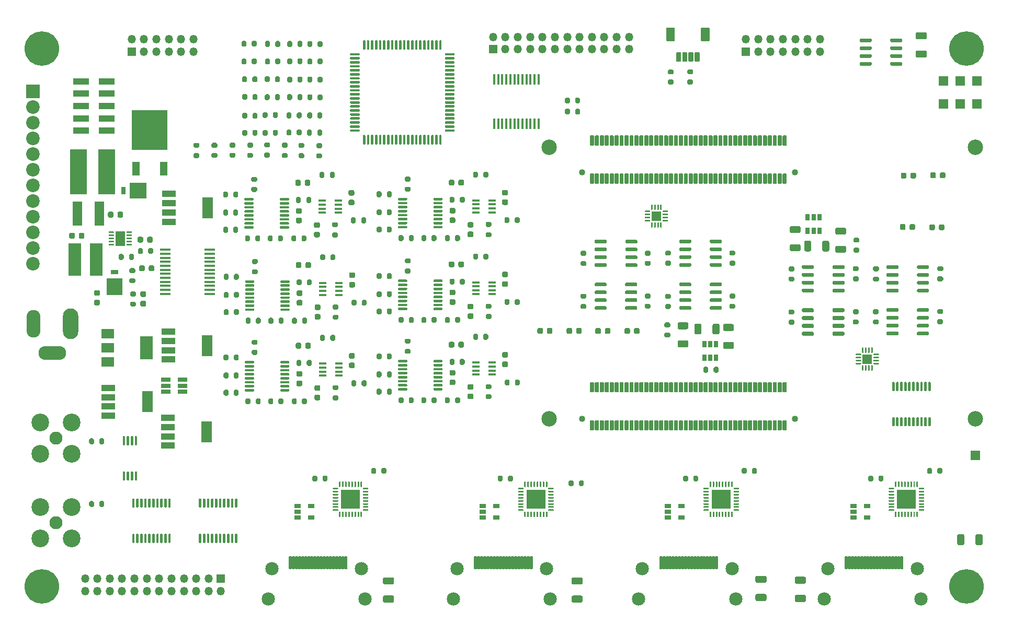
<source format=gts>
G04 #@! TF.GenerationSoftware,KiCad,Pcbnew,(5.1.9-0-10_14)*
G04 #@! TF.CreationDate,2021-06-30T17:42:43-05:00*
G04 #@! TF.ProjectId,covg_daq_v2,636f7667-5f64-4617-915f-76322e6b6963,rev?*
G04 #@! TF.SameCoordinates,Original*
G04 #@! TF.FileFunction,Soldermask,Top*
G04 #@! TF.FilePolarity,Negative*
%FSLAX46Y46*%
G04 Gerber Fmt 4.6, Leading zero omitted, Abs format (unit mm)*
G04 Created by KiCad (PCBNEW (5.1.9-0-10_14)) date 2021-06-30 17:42:43*
%MOMM*%
%LPD*%
G01*
G04 APERTURE LIST*
%ADD10C,2.153200*%
%ADD11C,2.500000*%
%ADD12C,1.016000*%
%ADD13O,1.350000X1.350000*%
%ADD14R,1.350000X1.350000*%
%ADD15R,2.670000X2.540000*%
%ADD16R,0.762000X1.270000*%
%ADD17R,2.540000X2.670000*%
%ADD18R,1.270000X0.762000*%
%ADD19R,1.650000X2.380000*%
%ADD20R,2.200000X1.000000*%
%ADD21R,1.800000X3.400000*%
%ADD22O,4.500000X2.250000*%
%ADD23O,2.250000X4.500000*%
%ADD24O,2.500000X5.000000*%
%ADD25R,2.006600X5.308600*%
%ADD26R,2.692400X7.289800*%
%ADD27R,1.498600X3.987800*%
%ADD28R,3.100000X3.100000*%
%ADD29C,2.870200*%
%ADD30C,2.108200*%
%ADD31R,0.650000X1.060000*%
%ADD32R,1.600000X1.600000*%
%ADD33R,1.220000X0.400000*%
%ADD34R,1.060000X0.650000*%
%ADD35R,0.450000X1.750000*%
%ADD36R,1.750000X0.450000*%
%ADD37R,5.800000X6.400000*%
%ADD38R,1.200000X2.200000*%
%ADD39R,1.560000X0.650000*%
%ADD40R,2.000000X1.500000*%
%ADD41R,2.000000X3.800000*%
%ADD42R,1.500000X1.500000*%
%ADD43R,2.580000X1.000000*%
%ADD44C,2.200000*%
%ADD45R,2.200000X2.200000*%
%ADD46C,5.600000*%
G04 APERTURE END LIST*
D10*
X40650000Y1960000D03*
X56350000Y1960000D03*
X55750000Y6860000D03*
X41250000Y6860000D03*
G36*
G01*
X44000000Y6860000D02*
X44000000Y8760000D01*
G75*
G02*
X44100000Y8860000I100000J0D01*
G01*
X44400000Y8860000D01*
G75*
G02*
X44500000Y8760000I0J-100000D01*
G01*
X44500000Y6860000D01*
G75*
G02*
X44400000Y6760000I-100000J0D01*
G01*
X44100000Y6760000D01*
G75*
G02*
X44000000Y6860000I0J100000D01*
G01*
G37*
G36*
G01*
X44500000Y6860000D02*
X44500000Y8760000D01*
G75*
G02*
X44600000Y8860000I100000J0D01*
G01*
X44900000Y8860000D01*
G75*
G02*
X45000000Y8760000I0J-100000D01*
G01*
X45000000Y6860000D01*
G75*
G02*
X44900000Y6760000I-100000J0D01*
G01*
X44600000Y6760000D01*
G75*
G02*
X44500000Y6860000I0J100000D01*
G01*
G37*
G36*
G01*
X44998400Y6860000D02*
X44998400Y8760000D01*
G75*
G02*
X45100000Y8861600I101600J0D01*
G01*
X45400000Y8861600D01*
G75*
G02*
X45501600Y8760000I0J-101600D01*
G01*
X45501600Y6860000D01*
G75*
G02*
X45400000Y6758400I-101600J0D01*
G01*
X45100000Y6758400D01*
G75*
G02*
X44998400Y6860000I0J101600D01*
G01*
G37*
G36*
G01*
X45498400Y6860000D02*
X45498400Y8760000D01*
G75*
G02*
X45600000Y8861600I101600J0D01*
G01*
X45900000Y8861600D01*
G75*
G02*
X46001600Y8760000I0J-101600D01*
G01*
X46001600Y6860000D01*
G75*
G02*
X45900000Y6758400I-101600J0D01*
G01*
X45600000Y6758400D01*
G75*
G02*
X45498400Y6860000I0J101600D01*
G01*
G37*
G36*
G01*
X45998400Y6860000D02*
X45998400Y8760000D01*
G75*
G02*
X46100000Y8861600I101600J0D01*
G01*
X46400000Y8861600D01*
G75*
G02*
X46501600Y8760000I0J-101600D01*
G01*
X46501600Y6860000D01*
G75*
G02*
X46400000Y6758400I-101600J0D01*
G01*
X46100000Y6758400D01*
G75*
G02*
X45998400Y6860000I0J101600D01*
G01*
G37*
G36*
G01*
X46498400Y6860000D02*
X46498400Y8760000D01*
G75*
G02*
X46600000Y8861600I101600J0D01*
G01*
X46900000Y8861600D01*
G75*
G02*
X47001600Y8760000I0J-101600D01*
G01*
X47001600Y6860000D01*
G75*
G02*
X46900000Y6758400I-101600J0D01*
G01*
X46600000Y6758400D01*
G75*
G02*
X46498400Y6860000I0J101600D01*
G01*
G37*
G36*
G01*
X46998400Y6860000D02*
X46998400Y8760000D01*
G75*
G02*
X47100000Y8861600I101600J0D01*
G01*
X47400000Y8861600D01*
G75*
G02*
X47501600Y8760000I0J-101600D01*
G01*
X47501600Y6860000D01*
G75*
G02*
X47400000Y6758400I-101600J0D01*
G01*
X47100000Y6758400D01*
G75*
G02*
X46998400Y6860000I0J101600D01*
G01*
G37*
G36*
G01*
X47498400Y6860000D02*
X47498400Y8760000D01*
G75*
G02*
X47600000Y8861600I101600J0D01*
G01*
X47900000Y8861600D01*
G75*
G02*
X48001600Y8760000I0J-101600D01*
G01*
X48001600Y6860000D01*
G75*
G02*
X47900000Y6758400I-101600J0D01*
G01*
X47600000Y6758400D01*
G75*
G02*
X47498400Y6860000I0J101600D01*
G01*
G37*
G36*
G01*
X47998400Y6860000D02*
X47998400Y8760000D01*
G75*
G02*
X48100000Y8861600I101600J0D01*
G01*
X48400000Y8861600D01*
G75*
G02*
X48501600Y8760000I0J-101600D01*
G01*
X48501600Y6860000D01*
G75*
G02*
X48400000Y6758400I-101600J0D01*
G01*
X48100000Y6758400D01*
G75*
G02*
X47998400Y6860000I0J101600D01*
G01*
G37*
G36*
G01*
X52998400Y6860000D02*
X52998400Y8760000D01*
G75*
G02*
X53100000Y8861600I101600J0D01*
G01*
X53400000Y8861600D01*
G75*
G02*
X53501600Y8760000I0J-101600D01*
G01*
X53501600Y6860000D01*
G75*
G02*
X53400000Y6758400I-101600J0D01*
G01*
X53100000Y6758400D01*
G75*
G02*
X52998400Y6860000I0J101600D01*
G01*
G37*
G36*
G01*
X52498400Y6860000D02*
X52498400Y8760000D01*
G75*
G02*
X52600000Y8861600I101600J0D01*
G01*
X52900000Y8861600D01*
G75*
G02*
X53001600Y8760000I0J-101600D01*
G01*
X53001600Y6860000D01*
G75*
G02*
X52900000Y6758400I-101600J0D01*
G01*
X52600000Y6758400D01*
G75*
G02*
X52498400Y6860000I0J101600D01*
G01*
G37*
G36*
G01*
X51998400Y6860000D02*
X51998400Y8760000D01*
G75*
G02*
X52100000Y8861600I101600J0D01*
G01*
X52400000Y8861600D01*
G75*
G02*
X52501600Y8760000I0J-101600D01*
G01*
X52501600Y6860000D01*
G75*
G02*
X52400000Y6758400I-101600J0D01*
G01*
X52100000Y6758400D01*
G75*
G02*
X51998400Y6860000I0J101600D01*
G01*
G37*
G36*
G01*
X51498400Y6860000D02*
X51498400Y8760000D01*
G75*
G02*
X51600000Y8861600I101600J0D01*
G01*
X51900000Y8861600D01*
G75*
G02*
X52001600Y8760000I0J-101600D01*
G01*
X52001600Y6860000D01*
G75*
G02*
X51900000Y6758400I-101600J0D01*
G01*
X51600000Y6758400D01*
G75*
G02*
X51498400Y6860000I0J101600D01*
G01*
G37*
G36*
G01*
X50998400Y6860000D02*
X50998400Y8760000D01*
G75*
G02*
X51100000Y8861600I101600J0D01*
G01*
X51400000Y8861600D01*
G75*
G02*
X51501600Y8760000I0J-101600D01*
G01*
X51501600Y6860000D01*
G75*
G02*
X51400000Y6758400I-101600J0D01*
G01*
X51100000Y6758400D01*
G75*
G02*
X50998400Y6860000I0J101600D01*
G01*
G37*
G36*
G01*
X50498400Y6860000D02*
X50498400Y8760000D01*
G75*
G02*
X50600000Y8861600I101600J0D01*
G01*
X50900000Y8861600D01*
G75*
G02*
X51001600Y8760000I0J-101600D01*
G01*
X51001600Y6860000D01*
G75*
G02*
X50900000Y6758400I-101600J0D01*
G01*
X50600000Y6758400D01*
G75*
G02*
X50498400Y6860000I0J101600D01*
G01*
G37*
G36*
G01*
X49998400Y6860000D02*
X49998400Y8760000D01*
G75*
G02*
X50100000Y8861600I101600J0D01*
G01*
X50400000Y8861600D01*
G75*
G02*
X50501600Y8760000I0J-101600D01*
G01*
X50501600Y6860000D01*
G75*
G02*
X50400000Y6758400I-101600J0D01*
G01*
X50100000Y6758400D01*
G75*
G02*
X49998400Y6860000I0J101600D01*
G01*
G37*
G36*
G01*
X49498400Y6860000D02*
X49498400Y8760000D01*
G75*
G02*
X49600000Y8861600I101600J0D01*
G01*
X49900000Y8861600D01*
G75*
G02*
X50001600Y8760000I0J-101600D01*
G01*
X50001600Y6860000D01*
G75*
G02*
X49900000Y6758400I-101600J0D01*
G01*
X49600000Y6758400D01*
G75*
G02*
X49498400Y6860000I0J101600D01*
G01*
G37*
G36*
G01*
X48998400Y6860000D02*
X48998400Y8760000D01*
G75*
G02*
X49100000Y8861600I101600J0D01*
G01*
X49400000Y8861600D01*
G75*
G02*
X49501600Y8760000I0J-101600D01*
G01*
X49501600Y6860000D01*
G75*
G02*
X49400000Y6758400I-101600J0D01*
G01*
X49100000Y6758400D01*
G75*
G02*
X48998400Y6860000I0J101600D01*
G01*
G37*
G36*
G01*
X48498400Y6860000D02*
X48498400Y8760000D01*
G75*
G02*
X48600000Y8861600I101600J0D01*
G01*
X48900000Y8861600D01*
G75*
G02*
X49001600Y8760000I0J-101600D01*
G01*
X49001600Y6860000D01*
G75*
G02*
X48900000Y6758400I-101600J0D01*
G01*
X48600000Y6758400D01*
G75*
G02*
X48498400Y6860000I0J101600D01*
G01*
G37*
D11*
X86185000Y75181200D03*
X86185000Y31181200D03*
X155185000Y31181200D03*
X155185000Y75181200D03*
G36*
G01*
X108856500Y30920800D02*
X109313500Y30920800D01*
G75*
G02*
X109415100Y30819200I0J-101600D01*
G01*
X109415100Y29371200D01*
G75*
G02*
X109313500Y29269600I-101600J0D01*
G01*
X108856500Y29269600D01*
G75*
G02*
X108754900Y29371200I0J101600D01*
G01*
X108754900Y30819200D01*
G75*
G02*
X108856500Y30920800I101600J0D01*
G01*
G37*
G36*
G01*
X108056500Y30920800D02*
X108513500Y30920800D01*
G75*
G02*
X108615100Y30819200I0J-101600D01*
G01*
X108615100Y29371200D01*
G75*
G02*
X108513500Y29269600I-101600J0D01*
G01*
X108056500Y29269600D01*
G75*
G02*
X107954900Y29371200I0J101600D01*
G01*
X107954900Y30819200D01*
G75*
G02*
X108056500Y30920800I101600J0D01*
G01*
G37*
G36*
G01*
X109656500Y30920800D02*
X110113500Y30920800D01*
G75*
G02*
X110215100Y30819200I0J-101600D01*
G01*
X110215100Y29371200D01*
G75*
G02*
X110113500Y29269600I-101600J0D01*
G01*
X109656500Y29269600D01*
G75*
G02*
X109554900Y29371200I0J101600D01*
G01*
X109554900Y30819200D01*
G75*
G02*
X109656500Y30920800I101600J0D01*
G01*
G37*
G36*
G01*
X110456500Y30920800D02*
X110913500Y30920800D01*
G75*
G02*
X111015100Y30819200I0J-101600D01*
G01*
X111015100Y29371200D01*
G75*
G02*
X110913500Y29269600I-101600J0D01*
G01*
X110456500Y29269600D01*
G75*
G02*
X110354900Y29371200I0J101600D01*
G01*
X110354900Y30819200D01*
G75*
G02*
X110456500Y30920800I101600J0D01*
G01*
G37*
G36*
G01*
X111256500Y30920800D02*
X111713500Y30920800D01*
G75*
G02*
X111815100Y30819200I0J-101600D01*
G01*
X111815100Y29371200D01*
G75*
G02*
X111713500Y29269600I-101600J0D01*
G01*
X111256500Y29269600D01*
G75*
G02*
X111154900Y29371200I0J101600D01*
G01*
X111154900Y30819200D01*
G75*
G02*
X111256500Y30920800I101600J0D01*
G01*
G37*
G36*
G01*
X112056500Y30920800D02*
X112513500Y30920800D01*
G75*
G02*
X112615100Y30819200I0J-101600D01*
G01*
X112615100Y29371200D01*
G75*
G02*
X112513500Y29269600I-101600J0D01*
G01*
X112056500Y29269600D01*
G75*
G02*
X111954900Y29371200I0J101600D01*
G01*
X111954900Y30819200D01*
G75*
G02*
X112056500Y30920800I101600J0D01*
G01*
G37*
G36*
G01*
X112856500Y30920800D02*
X113313500Y30920800D01*
G75*
G02*
X113415100Y30819200I0J-101600D01*
G01*
X113415100Y29371200D01*
G75*
G02*
X113313500Y29269600I-101600J0D01*
G01*
X112856500Y29269600D01*
G75*
G02*
X112754900Y29371200I0J101600D01*
G01*
X112754900Y30819200D01*
G75*
G02*
X112856500Y30920800I101600J0D01*
G01*
G37*
G36*
G01*
X113656500Y30920800D02*
X114113500Y30920800D01*
G75*
G02*
X114215100Y30819200I0J-101600D01*
G01*
X114215100Y29371200D01*
G75*
G02*
X114113500Y29269600I-101600J0D01*
G01*
X113656500Y29269600D01*
G75*
G02*
X113554900Y29371200I0J101600D01*
G01*
X113554900Y30819200D01*
G75*
G02*
X113656500Y30920800I101600J0D01*
G01*
G37*
G36*
G01*
X114456500Y30920800D02*
X114913500Y30920800D01*
G75*
G02*
X115015100Y30819200I0J-101600D01*
G01*
X115015100Y29371200D01*
G75*
G02*
X114913500Y29269600I-101600J0D01*
G01*
X114456500Y29269600D01*
G75*
G02*
X114354900Y29371200I0J101600D01*
G01*
X114354900Y30819200D01*
G75*
G02*
X114456500Y30920800I101600J0D01*
G01*
G37*
G36*
G01*
X115256500Y30920800D02*
X115713500Y30920800D01*
G75*
G02*
X115815100Y30819200I0J-101600D01*
G01*
X115815100Y29371200D01*
G75*
G02*
X115713500Y29269600I-101600J0D01*
G01*
X115256500Y29269600D01*
G75*
G02*
X115154900Y29371200I0J101600D01*
G01*
X115154900Y30819200D01*
G75*
G02*
X115256500Y30920800I101600J0D01*
G01*
G37*
G36*
G01*
X116056500Y30920800D02*
X116513500Y30920800D01*
G75*
G02*
X116615100Y30819200I0J-101600D01*
G01*
X116615100Y29371200D01*
G75*
G02*
X116513500Y29269600I-101600J0D01*
G01*
X116056500Y29269600D01*
G75*
G02*
X115954900Y29371200I0J101600D01*
G01*
X115954900Y30819200D01*
G75*
G02*
X116056500Y30920800I101600J0D01*
G01*
G37*
G36*
G01*
X116856500Y30920800D02*
X117313500Y30920800D01*
G75*
G02*
X117415100Y30819200I0J-101600D01*
G01*
X117415100Y29371200D01*
G75*
G02*
X117313500Y29269600I-101600J0D01*
G01*
X116856500Y29269600D01*
G75*
G02*
X116754900Y29371200I0J101600D01*
G01*
X116754900Y30819200D01*
G75*
G02*
X116856500Y30920800I101600J0D01*
G01*
G37*
G36*
G01*
X117656500Y30920800D02*
X118113500Y30920800D01*
G75*
G02*
X118215100Y30819200I0J-101600D01*
G01*
X118215100Y29371200D01*
G75*
G02*
X118113500Y29269600I-101600J0D01*
G01*
X117656500Y29269600D01*
G75*
G02*
X117554900Y29371200I0J101600D01*
G01*
X117554900Y30819200D01*
G75*
G02*
X117656500Y30920800I101600J0D01*
G01*
G37*
G36*
G01*
X118456500Y30920800D02*
X118913500Y30920800D01*
G75*
G02*
X119015100Y30819200I0J-101600D01*
G01*
X119015100Y29371200D01*
G75*
G02*
X118913500Y29269600I-101600J0D01*
G01*
X118456500Y29269600D01*
G75*
G02*
X118354900Y29371200I0J101600D01*
G01*
X118354900Y30819200D01*
G75*
G02*
X118456500Y30920800I101600J0D01*
G01*
G37*
G36*
G01*
X119256500Y30920800D02*
X119713500Y30920800D01*
G75*
G02*
X119815100Y30819200I0J-101600D01*
G01*
X119815100Y29371200D01*
G75*
G02*
X119713500Y29269600I-101600J0D01*
G01*
X119256500Y29269600D01*
G75*
G02*
X119154900Y29371200I0J101600D01*
G01*
X119154900Y30819200D01*
G75*
G02*
X119256500Y30920800I101600J0D01*
G01*
G37*
G36*
G01*
X120056500Y30920800D02*
X120513500Y30920800D01*
G75*
G02*
X120615100Y30819200I0J-101600D01*
G01*
X120615100Y29371200D01*
G75*
G02*
X120513500Y29269600I-101600J0D01*
G01*
X120056500Y29269600D01*
G75*
G02*
X119954900Y29371200I0J101600D01*
G01*
X119954900Y30819200D01*
G75*
G02*
X120056500Y30920800I101600J0D01*
G01*
G37*
G36*
G01*
X120856500Y30920800D02*
X121313500Y30920800D01*
G75*
G02*
X121415100Y30819200I0J-101600D01*
G01*
X121415100Y29371200D01*
G75*
G02*
X121313500Y29269600I-101600J0D01*
G01*
X120856500Y29269600D01*
G75*
G02*
X120754900Y29371200I0J101600D01*
G01*
X120754900Y30819200D01*
G75*
G02*
X120856500Y30920800I101600J0D01*
G01*
G37*
G36*
G01*
X121656500Y30920800D02*
X122113500Y30920800D01*
G75*
G02*
X122215100Y30819200I0J-101600D01*
G01*
X122215100Y29371200D01*
G75*
G02*
X122113500Y29269600I-101600J0D01*
G01*
X121656500Y29269600D01*
G75*
G02*
X121554900Y29371200I0J101600D01*
G01*
X121554900Y30819200D01*
G75*
G02*
X121656500Y30920800I101600J0D01*
G01*
G37*
G36*
G01*
X122456500Y30920800D02*
X122913500Y30920800D01*
G75*
G02*
X123015100Y30819200I0J-101600D01*
G01*
X123015100Y29371200D01*
G75*
G02*
X122913500Y29269600I-101600J0D01*
G01*
X122456500Y29269600D01*
G75*
G02*
X122354900Y29371200I0J101600D01*
G01*
X122354900Y30819200D01*
G75*
G02*
X122456500Y30920800I101600J0D01*
G01*
G37*
G36*
G01*
X107256500Y30920800D02*
X107713500Y30920800D01*
G75*
G02*
X107815100Y30819200I0J-101600D01*
G01*
X107815100Y29371200D01*
G75*
G02*
X107713500Y29269600I-101600J0D01*
G01*
X107256500Y29269600D01*
G75*
G02*
X107154900Y29371200I0J101600D01*
G01*
X107154900Y30819200D01*
G75*
G02*
X107256500Y30920800I101600J0D01*
G01*
G37*
G36*
G01*
X106456500Y30920800D02*
X106913500Y30920800D01*
G75*
G02*
X107015100Y30819200I0J-101600D01*
G01*
X107015100Y29371200D01*
G75*
G02*
X106913500Y29269600I-101600J0D01*
G01*
X106456500Y29269600D01*
G75*
G02*
X106354900Y29371200I0J101600D01*
G01*
X106354900Y30819200D01*
G75*
G02*
X106456500Y30920800I101600J0D01*
G01*
G37*
G36*
G01*
X105656500Y30920800D02*
X106113500Y30920800D01*
G75*
G02*
X106215100Y30819200I0J-101600D01*
G01*
X106215100Y29371200D01*
G75*
G02*
X106113500Y29269600I-101600J0D01*
G01*
X105656500Y29269600D01*
G75*
G02*
X105554900Y29371200I0J101600D01*
G01*
X105554900Y30819200D01*
G75*
G02*
X105656500Y30920800I101600J0D01*
G01*
G37*
G36*
G01*
X104856500Y30920800D02*
X105313500Y30920800D01*
G75*
G02*
X105415100Y30819200I0J-101600D01*
G01*
X105415100Y29371200D01*
G75*
G02*
X105313500Y29269600I-101600J0D01*
G01*
X104856500Y29269600D01*
G75*
G02*
X104754900Y29371200I0J101600D01*
G01*
X104754900Y30819200D01*
G75*
G02*
X104856500Y30920800I101600J0D01*
G01*
G37*
G36*
G01*
X104056500Y30920800D02*
X104513500Y30920800D01*
G75*
G02*
X104615100Y30819200I0J-101600D01*
G01*
X104615100Y29371200D01*
G75*
G02*
X104513500Y29269600I-101600J0D01*
G01*
X104056500Y29269600D01*
G75*
G02*
X103954900Y29371200I0J101600D01*
G01*
X103954900Y30819200D01*
G75*
G02*
X104056500Y30920800I101600J0D01*
G01*
G37*
G36*
G01*
X103256500Y30920800D02*
X103713500Y30920800D01*
G75*
G02*
X103815100Y30819200I0J-101600D01*
G01*
X103815100Y29371200D01*
G75*
G02*
X103713500Y29269600I-101600J0D01*
G01*
X103256500Y29269600D01*
G75*
G02*
X103154900Y29371200I0J101600D01*
G01*
X103154900Y30819200D01*
G75*
G02*
X103256500Y30920800I101600J0D01*
G01*
G37*
G36*
G01*
X102456500Y30920800D02*
X102913500Y30920800D01*
G75*
G02*
X103015100Y30819200I0J-101600D01*
G01*
X103015100Y29371200D01*
G75*
G02*
X102913500Y29269600I-101600J0D01*
G01*
X102456500Y29269600D01*
G75*
G02*
X102354900Y29371200I0J101600D01*
G01*
X102354900Y30819200D01*
G75*
G02*
X102456500Y30920800I101600J0D01*
G01*
G37*
G36*
G01*
X101656500Y30920800D02*
X102113500Y30920800D01*
G75*
G02*
X102215100Y30819200I0J-101600D01*
G01*
X102215100Y29371200D01*
G75*
G02*
X102113500Y29269600I-101600J0D01*
G01*
X101656500Y29269600D01*
G75*
G02*
X101554900Y29371200I0J101600D01*
G01*
X101554900Y30819200D01*
G75*
G02*
X101656500Y30920800I101600J0D01*
G01*
G37*
G36*
G01*
X100856500Y30920800D02*
X101313500Y30920800D01*
G75*
G02*
X101415100Y30819200I0J-101600D01*
G01*
X101415100Y29371200D01*
G75*
G02*
X101313500Y29269600I-101600J0D01*
G01*
X100856500Y29269600D01*
G75*
G02*
X100754900Y29371200I0J101600D01*
G01*
X100754900Y30819200D01*
G75*
G02*
X100856500Y30920800I101600J0D01*
G01*
G37*
G36*
G01*
X100056500Y30920800D02*
X100513500Y30920800D01*
G75*
G02*
X100615100Y30819200I0J-101600D01*
G01*
X100615100Y29371200D01*
G75*
G02*
X100513500Y29269600I-101600J0D01*
G01*
X100056500Y29269600D01*
G75*
G02*
X99954900Y29371200I0J101600D01*
G01*
X99954900Y30819200D01*
G75*
G02*
X100056500Y30920800I101600J0D01*
G01*
G37*
G36*
G01*
X99256500Y30920800D02*
X99713500Y30920800D01*
G75*
G02*
X99815100Y30819200I0J-101600D01*
G01*
X99815100Y29371200D01*
G75*
G02*
X99713500Y29269600I-101600J0D01*
G01*
X99256500Y29269600D01*
G75*
G02*
X99154900Y29371200I0J101600D01*
G01*
X99154900Y30819200D01*
G75*
G02*
X99256500Y30920800I101600J0D01*
G01*
G37*
G36*
G01*
X98456500Y30920800D02*
X98913500Y30920800D01*
G75*
G02*
X99015100Y30819200I0J-101600D01*
G01*
X99015100Y29371200D01*
G75*
G02*
X98913500Y29269600I-101600J0D01*
G01*
X98456500Y29269600D01*
G75*
G02*
X98354900Y29371200I0J101600D01*
G01*
X98354900Y30819200D01*
G75*
G02*
X98456500Y30920800I101600J0D01*
G01*
G37*
G36*
G01*
X97656500Y30920800D02*
X98113500Y30920800D01*
G75*
G02*
X98215100Y30819200I0J-101600D01*
G01*
X98215100Y29371200D01*
G75*
G02*
X98113500Y29269600I-101600J0D01*
G01*
X97656500Y29269600D01*
G75*
G02*
X97554900Y29371200I0J101600D01*
G01*
X97554900Y30819200D01*
G75*
G02*
X97656500Y30920800I101600J0D01*
G01*
G37*
G36*
G01*
X96856500Y30920800D02*
X97313500Y30920800D01*
G75*
G02*
X97415100Y30819200I0J-101600D01*
G01*
X97415100Y29371200D01*
G75*
G02*
X97313500Y29269600I-101600J0D01*
G01*
X96856500Y29269600D01*
G75*
G02*
X96754900Y29371200I0J101600D01*
G01*
X96754900Y30819200D01*
G75*
G02*
X96856500Y30920800I101600J0D01*
G01*
G37*
G36*
G01*
X96056500Y30920800D02*
X96513500Y30920800D01*
G75*
G02*
X96615100Y30819200I0J-101600D01*
G01*
X96615100Y29371200D01*
G75*
G02*
X96513500Y29269600I-101600J0D01*
G01*
X96056500Y29269600D01*
G75*
G02*
X95954900Y29371200I0J101600D01*
G01*
X95954900Y30819200D01*
G75*
G02*
X96056500Y30920800I101600J0D01*
G01*
G37*
G36*
G01*
X95256500Y30920800D02*
X95713500Y30920800D01*
G75*
G02*
X95815100Y30819200I0J-101600D01*
G01*
X95815100Y29371200D01*
G75*
G02*
X95713500Y29269600I-101600J0D01*
G01*
X95256500Y29269600D01*
G75*
G02*
X95154900Y29371200I0J101600D01*
G01*
X95154900Y30819200D01*
G75*
G02*
X95256500Y30920800I101600J0D01*
G01*
G37*
G36*
G01*
X94456500Y30920800D02*
X94913500Y30920800D01*
G75*
G02*
X95015100Y30819200I0J-101600D01*
G01*
X95015100Y29371200D01*
G75*
G02*
X94913500Y29269600I-101600J0D01*
G01*
X94456500Y29269600D01*
G75*
G02*
X94354900Y29371200I0J101600D01*
G01*
X94354900Y30819200D01*
G75*
G02*
X94456500Y30920800I101600J0D01*
G01*
G37*
G36*
G01*
X123256500Y30920800D02*
X123713500Y30920800D01*
G75*
G02*
X123815100Y30819200I0J-101600D01*
G01*
X123815100Y29371200D01*
G75*
G02*
X123713500Y29269600I-101600J0D01*
G01*
X123256500Y29269600D01*
G75*
G02*
X123154900Y29371200I0J101600D01*
G01*
X123154900Y30819200D01*
G75*
G02*
X123256500Y30920800I101600J0D01*
G01*
G37*
G36*
G01*
X93656500Y30920800D02*
X94113500Y30920800D01*
G75*
G02*
X94215100Y30819200I0J-101600D01*
G01*
X94215100Y29371200D01*
G75*
G02*
X94113500Y29269600I-101600J0D01*
G01*
X93656500Y29269600D01*
G75*
G02*
X93554900Y29371200I0J101600D01*
G01*
X93554900Y30819200D01*
G75*
G02*
X93656500Y30920800I101600J0D01*
G01*
G37*
G36*
G01*
X124056500Y30920800D02*
X124513500Y30920800D01*
G75*
G02*
X124615100Y30819200I0J-101600D01*
G01*
X124615100Y29371200D01*
G75*
G02*
X124513500Y29269600I-101600J0D01*
G01*
X124056500Y29269600D01*
G75*
G02*
X123954900Y29371200I0J101600D01*
G01*
X123954900Y30819200D01*
G75*
G02*
X124056500Y30920800I101600J0D01*
G01*
G37*
G36*
G01*
X92856500Y30920800D02*
X93313500Y30920800D01*
G75*
G02*
X93415100Y30819200I0J-101600D01*
G01*
X93415100Y29371200D01*
G75*
G02*
X93313500Y29269600I-101600J0D01*
G01*
X92856500Y29269600D01*
G75*
G02*
X92754900Y29371200I0J101600D01*
G01*
X92754900Y30819200D01*
G75*
G02*
X92856500Y30920800I101600J0D01*
G01*
G37*
G36*
G01*
X108856500Y37092800D02*
X109313500Y37092800D01*
G75*
G02*
X109415100Y36991200I0J-101600D01*
G01*
X109415100Y35543200D01*
G75*
G02*
X109313500Y35441600I-101600J0D01*
G01*
X108856500Y35441600D01*
G75*
G02*
X108754900Y35543200I0J101600D01*
G01*
X108754900Y36991200D01*
G75*
G02*
X108856500Y37092800I101600J0D01*
G01*
G37*
G36*
G01*
X108056500Y37092800D02*
X108513500Y37092800D01*
G75*
G02*
X108615100Y36991200I0J-101600D01*
G01*
X108615100Y35543200D01*
G75*
G02*
X108513500Y35441600I-101600J0D01*
G01*
X108056500Y35441600D01*
G75*
G02*
X107954900Y35543200I0J101600D01*
G01*
X107954900Y36991200D01*
G75*
G02*
X108056500Y37092800I101600J0D01*
G01*
G37*
G36*
G01*
X109656500Y37092800D02*
X110113500Y37092800D01*
G75*
G02*
X110215100Y36991200I0J-101600D01*
G01*
X110215100Y35543200D01*
G75*
G02*
X110113500Y35441600I-101600J0D01*
G01*
X109656500Y35441600D01*
G75*
G02*
X109554900Y35543200I0J101600D01*
G01*
X109554900Y36991200D01*
G75*
G02*
X109656500Y37092800I101600J0D01*
G01*
G37*
G36*
G01*
X110456500Y37092800D02*
X110913500Y37092800D01*
G75*
G02*
X111015100Y36991200I0J-101600D01*
G01*
X111015100Y35543200D01*
G75*
G02*
X110913500Y35441600I-101600J0D01*
G01*
X110456500Y35441600D01*
G75*
G02*
X110354900Y35543200I0J101600D01*
G01*
X110354900Y36991200D01*
G75*
G02*
X110456500Y37092800I101600J0D01*
G01*
G37*
G36*
G01*
X111256500Y37092800D02*
X111713500Y37092800D01*
G75*
G02*
X111815100Y36991200I0J-101600D01*
G01*
X111815100Y35543200D01*
G75*
G02*
X111713500Y35441600I-101600J0D01*
G01*
X111256500Y35441600D01*
G75*
G02*
X111154900Y35543200I0J101600D01*
G01*
X111154900Y36991200D01*
G75*
G02*
X111256500Y37092800I101600J0D01*
G01*
G37*
G36*
G01*
X112056500Y37092800D02*
X112513500Y37092800D01*
G75*
G02*
X112615100Y36991200I0J-101600D01*
G01*
X112615100Y35543200D01*
G75*
G02*
X112513500Y35441600I-101600J0D01*
G01*
X112056500Y35441600D01*
G75*
G02*
X111954900Y35543200I0J101600D01*
G01*
X111954900Y36991200D01*
G75*
G02*
X112056500Y37092800I101600J0D01*
G01*
G37*
G36*
G01*
X112856500Y37092800D02*
X113313500Y37092800D01*
G75*
G02*
X113415100Y36991200I0J-101600D01*
G01*
X113415100Y35543200D01*
G75*
G02*
X113313500Y35441600I-101600J0D01*
G01*
X112856500Y35441600D01*
G75*
G02*
X112754900Y35543200I0J101600D01*
G01*
X112754900Y36991200D01*
G75*
G02*
X112856500Y37092800I101600J0D01*
G01*
G37*
G36*
G01*
X113656500Y37092800D02*
X114113500Y37092800D01*
G75*
G02*
X114215100Y36991200I0J-101600D01*
G01*
X114215100Y35543200D01*
G75*
G02*
X114113500Y35441600I-101600J0D01*
G01*
X113656500Y35441600D01*
G75*
G02*
X113554900Y35543200I0J101600D01*
G01*
X113554900Y36991200D01*
G75*
G02*
X113656500Y37092800I101600J0D01*
G01*
G37*
G36*
G01*
X114456500Y37092800D02*
X114913500Y37092800D01*
G75*
G02*
X115015100Y36991200I0J-101600D01*
G01*
X115015100Y35543200D01*
G75*
G02*
X114913500Y35441600I-101600J0D01*
G01*
X114456500Y35441600D01*
G75*
G02*
X114354900Y35543200I0J101600D01*
G01*
X114354900Y36991200D01*
G75*
G02*
X114456500Y37092800I101600J0D01*
G01*
G37*
G36*
G01*
X115256500Y37092800D02*
X115713500Y37092800D01*
G75*
G02*
X115815100Y36991200I0J-101600D01*
G01*
X115815100Y35543200D01*
G75*
G02*
X115713500Y35441600I-101600J0D01*
G01*
X115256500Y35441600D01*
G75*
G02*
X115154900Y35543200I0J101600D01*
G01*
X115154900Y36991200D01*
G75*
G02*
X115256500Y37092800I101600J0D01*
G01*
G37*
G36*
G01*
X116056500Y37092800D02*
X116513500Y37092800D01*
G75*
G02*
X116615100Y36991200I0J-101600D01*
G01*
X116615100Y35543200D01*
G75*
G02*
X116513500Y35441600I-101600J0D01*
G01*
X116056500Y35441600D01*
G75*
G02*
X115954900Y35543200I0J101600D01*
G01*
X115954900Y36991200D01*
G75*
G02*
X116056500Y37092800I101600J0D01*
G01*
G37*
G36*
G01*
X116856500Y37092800D02*
X117313500Y37092800D01*
G75*
G02*
X117415100Y36991200I0J-101600D01*
G01*
X117415100Y35543200D01*
G75*
G02*
X117313500Y35441600I-101600J0D01*
G01*
X116856500Y35441600D01*
G75*
G02*
X116754900Y35543200I0J101600D01*
G01*
X116754900Y36991200D01*
G75*
G02*
X116856500Y37092800I101600J0D01*
G01*
G37*
G36*
G01*
X117656500Y37092800D02*
X118113500Y37092800D01*
G75*
G02*
X118215100Y36991200I0J-101600D01*
G01*
X118215100Y35543200D01*
G75*
G02*
X118113500Y35441600I-101600J0D01*
G01*
X117656500Y35441600D01*
G75*
G02*
X117554900Y35543200I0J101600D01*
G01*
X117554900Y36991200D01*
G75*
G02*
X117656500Y37092800I101600J0D01*
G01*
G37*
G36*
G01*
X118456500Y37092800D02*
X118913500Y37092800D01*
G75*
G02*
X119015100Y36991200I0J-101600D01*
G01*
X119015100Y35543200D01*
G75*
G02*
X118913500Y35441600I-101600J0D01*
G01*
X118456500Y35441600D01*
G75*
G02*
X118354900Y35543200I0J101600D01*
G01*
X118354900Y36991200D01*
G75*
G02*
X118456500Y37092800I101600J0D01*
G01*
G37*
G36*
G01*
X119256500Y37092800D02*
X119713500Y37092800D01*
G75*
G02*
X119815100Y36991200I0J-101600D01*
G01*
X119815100Y35543200D01*
G75*
G02*
X119713500Y35441600I-101600J0D01*
G01*
X119256500Y35441600D01*
G75*
G02*
X119154900Y35543200I0J101600D01*
G01*
X119154900Y36991200D01*
G75*
G02*
X119256500Y37092800I101600J0D01*
G01*
G37*
G36*
G01*
X120056500Y37092800D02*
X120513500Y37092800D01*
G75*
G02*
X120615100Y36991200I0J-101600D01*
G01*
X120615100Y35543200D01*
G75*
G02*
X120513500Y35441600I-101600J0D01*
G01*
X120056500Y35441600D01*
G75*
G02*
X119954900Y35543200I0J101600D01*
G01*
X119954900Y36991200D01*
G75*
G02*
X120056500Y37092800I101600J0D01*
G01*
G37*
G36*
G01*
X120856500Y37092800D02*
X121313500Y37092800D01*
G75*
G02*
X121415100Y36991200I0J-101600D01*
G01*
X121415100Y35543200D01*
G75*
G02*
X121313500Y35441600I-101600J0D01*
G01*
X120856500Y35441600D01*
G75*
G02*
X120754900Y35543200I0J101600D01*
G01*
X120754900Y36991200D01*
G75*
G02*
X120856500Y37092800I101600J0D01*
G01*
G37*
G36*
G01*
X121656500Y37092800D02*
X122113500Y37092800D01*
G75*
G02*
X122215100Y36991200I0J-101600D01*
G01*
X122215100Y35543200D01*
G75*
G02*
X122113500Y35441600I-101600J0D01*
G01*
X121656500Y35441600D01*
G75*
G02*
X121554900Y35543200I0J101600D01*
G01*
X121554900Y36991200D01*
G75*
G02*
X121656500Y37092800I101600J0D01*
G01*
G37*
G36*
G01*
X122456500Y37092800D02*
X122913500Y37092800D01*
G75*
G02*
X123015100Y36991200I0J-101600D01*
G01*
X123015100Y35543200D01*
G75*
G02*
X122913500Y35441600I-101600J0D01*
G01*
X122456500Y35441600D01*
G75*
G02*
X122354900Y35543200I0J101600D01*
G01*
X122354900Y36991200D01*
G75*
G02*
X122456500Y37092800I101600J0D01*
G01*
G37*
G36*
G01*
X107256500Y37092800D02*
X107713500Y37092800D01*
G75*
G02*
X107815100Y36991200I0J-101600D01*
G01*
X107815100Y35543200D01*
G75*
G02*
X107713500Y35441600I-101600J0D01*
G01*
X107256500Y35441600D01*
G75*
G02*
X107154900Y35543200I0J101600D01*
G01*
X107154900Y36991200D01*
G75*
G02*
X107256500Y37092800I101600J0D01*
G01*
G37*
G36*
G01*
X106456500Y37092800D02*
X106913500Y37092800D01*
G75*
G02*
X107015100Y36991200I0J-101600D01*
G01*
X107015100Y35543200D01*
G75*
G02*
X106913500Y35441600I-101600J0D01*
G01*
X106456500Y35441600D01*
G75*
G02*
X106354900Y35543200I0J101600D01*
G01*
X106354900Y36991200D01*
G75*
G02*
X106456500Y37092800I101600J0D01*
G01*
G37*
G36*
G01*
X105656500Y37092800D02*
X106113500Y37092800D01*
G75*
G02*
X106215100Y36991200I0J-101600D01*
G01*
X106215100Y35543200D01*
G75*
G02*
X106113500Y35441600I-101600J0D01*
G01*
X105656500Y35441600D01*
G75*
G02*
X105554900Y35543200I0J101600D01*
G01*
X105554900Y36991200D01*
G75*
G02*
X105656500Y37092800I101600J0D01*
G01*
G37*
G36*
G01*
X104856500Y37092800D02*
X105313500Y37092800D01*
G75*
G02*
X105415100Y36991200I0J-101600D01*
G01*
X105415100Y35543200D01*
G75*
G02*
X105313500Y35441600I-101600J0D01*
G01*
X104856500Y35441600D01*
G75*
G02*
X104754900Y35543200I0J101600D01*
G01*
X104754900Y36991200D01*
G75*
G02*
X104856500Y37092800I101600J0D01*
G01*
G37*
G36*
G01*
X104056500Y37092800D02*
X104513500Y37092800D01*
G75*
G02*
X104615100Y36991200I0J-101600D01*
G01*
X104615100Y35543200D01*
G75*
G02*
X104513500Y35441600I-101600J0D01*
G01*
X104056500Y35441600D01*
G75*
G02*
X103954900Y35543200I0J101600D01*
G01*
X103954900Y36991200D01*
G75*
G02*
X104056500Y37092800I101600J0D01*
G01*
G37*
G36*
G01*
X103256500Y37092800D02*
X103713500Y37092800D01*
G75*
G02*
X103815100Y36991200I0J-101600D01*
G01*
X103815100Y35543200D01*
G75*
G02*
X103713500Y35441600I-101600J0D01*
G01*
X103256500Y35441600D01*
G75*
G02*
X103154900Y35543200I0J101600D01*
G01*
X103154900Y36991200D01*
G75*
G02*
X103256500Y37092800I101600J0D01*
G01*
G37*
G36*
G01*
X102456500Y37092800D02*
X102913500Y37092800D01*
G75*
G02*
X103015100Y36991200I0J-101600D01*
G01*
X103015100Y35543200D01*
G75*
G02*
X102913500Y35441600I-101600J0D01*
G01*
X102456500Y35441600D01*
G75*
G02*
X102354900Y35543200I0J101600D01*
G01*
X102354900Y36991200D01*
G75*
G02*
X102456500Y37092800I101600J0D01*
G01*
G37*
G36*
G01*
X101656500Y37092800D02*
X102113500Y37092800D01*
G75*
G02*
X102215100Y36991200I0J-101600D01*
G01*
X102215100Y35543200D01*
G75*
G02*
X102113500Y35441600I-101600J0D01*
G01*
X101656500Y35441600D01*
G75*
G02*
X101554900Y35543200I0J101600D01*
G01*
X101554900Y36991200D01*
G75*
G02*
X101656500Y37092800I101600J0D01*
G01*
G37*
G36*
G01*
X100856500Y37092800D02*
X101313500Y37092800D01*
G75*
G02*
X101415100Y36991200I0J-101600D01*
G01*
X101415100Y35543200D01*
G75*
G02*
X101313500Y35441600I-101600J0D01*
G01*
X100856500Y35441600D01*
G75*
G02*
X100754900Y35543200I0J101600D01*
G01*
X100754900Y36991200D01*
G75*
G02*
X100856500Y37092800I101600J0D01*
G01*
G37*
G36*
G01*
X100056500Y37092800D02*
X100513500Y37092800D01*
G75*
G02*
X100615100Y36991200I0J-101600D01*
G01*
X100615100Y35543200D01*
G75*
G02*
X100513500Y35441600I-101600J0D01*
G01*
X100056500Y35441600D01*
G75*
G02*
X99954900Y35543200I0J101600D01*
G01*
X99954900Y36991200D01*
G75*
G02*
X100056500Y37092800I101600J0D01*
G01*
G37*
G36*
G01*
X99256500Y37092800D02*
X99713500Y37092800D01*
G75*
G02*
X99815100Y36991200I0J-101600D01*
G01*
X99815100Y35543200D01*
G75*
G02*
X99713500Y35441600I-101600J0D01*
G01*
X99256500Y35441600D01*
G75*
G02*
X99154900Y35543200I0J101600D01*
G01*
X99154900Y36991200D01*
G75*
G02*
X99256500Y37092800I101600J0D01*
G01*
G37*
G36*
G01*
X98456500Y37092800D02*
X98913500Y37092800D01*
G75*
G02*
X99015100Y36991200I0J-101600D01*
G01*
X99015100Y35543200D01*
G75*
G02*
X98913500Y35441600I-101600J0D01*
G01*
X98456500Y35441600D01*
G75*
G02*
X98354900Y35543200I0J101600D01*
G01*
X98354900Y36991200D01*
G75*
G02*
X98456500Y37092800I101600J0D01*
G01*
G37*
G36*
G01*
X97656500Y37092800D02*
X98113500Y37092800D01*
G75*
G02*
X98215100Y36991200I0J-101600D01*
G01*
X98215100Y35543200D01*
G75*
G02*
X98113500Y35441600I-101600J0D01*
G01*
X97656500Y35441600D01*
G75*
G02*
X97554900Y35543200I0J101600D01*
G01*
X97554900Y36991200D01*
G75*
G02*
X97656500Y37092800I101600J0D01*
G01*
G37*
G36*
G01*
X96856500Y37092800D02*
X97313500Y37092800D01*
G75*
G02*
X97415100Y36991200I0J-101600D01*
G01*
X97415100Y35543200D01*
G75*
G02*
X97313500Y35441600I-101600J0D01*
G01*
X96856500Y35441600D01*
G75*
G02*
X96754900Y35543200I0J101600D01*
G01*
X96754900Y36991200D01*
G75*
G02*
X96856500Y37092800I101600J0D01*
G01*
G37*
G36*
G01*
X96056500Y37092800D02*
X96513500Y37092800D01*
G75*
G02*
X96615100Y36991200I0J-101600D01*
G01*
X96615100Y35543200D01*
G75*
G02*
X96513500Y35441600I-101600J0D01*
G01*
X96056500Y35441600D01*
G75*
G02*
X95954900Y35543200I0J101600D01*
G01*
X95954900Y36991200D01*
G75*
G02*
X96056500Y37092800I101600J0D01*
G01*
G37*
G36*
G01*
X95256500Y37092800D02*
X95713500Y37092800D01*
G75*
G02*
X95815100Y36991200I0J-101600D01*
G01*
X95815100Y35543200D01*
G75*
G02*
X95713500Y35441600I-101600J0D01*
G01*
X95256500Y35441600D01*
G75*
G02*
X95154900Y35543200I0J101600D01*
G01*
X95154900Y36991200D01*
G75*
G02*
X95256500Y37092800I101600J0D01*
G01*
G37*
G36*
G01*
X94456500Y37092800D02*
X94913500Y37092800D01*
G75*
G02*
X95015100Y36991200I0J-101600D01*
G01*
X95015100Y35543200D01*
G75*
G02*
X94913500Y35441600I-101600J0D01*
G01*
X94456500Y35441600D01*
G75*
G02*
X94354900Y35543200I0J101600D01*
G01*
X94354900Y36991200D01*
G75*
G02*
X94456500Y37092800I101600J0D01*
G01*
G37*
G36*
G01*
X123256500Y37092800D02*
X123713500Y37092800D01*
G75*
G02*
X123815100Y36991200I0J-101600D01*
G01*
X123815100Y35543200D01*
G75*
G02*
X123713500Y35441600I-101600J0D01*
G01*
X123256500Y35441600D01*
G75*
G02*
X123154900Y35543200I0J101600D01*
G01*
X123154900Y36991200D01*
G75*
G02*
X123256500Y37092800I101600J0D01*
G01*
G37*
G36*
G01*
X93656500Y37092800D02*
X94113500Y37092800D01*
G75*
G02*
X94215100Y36991200I0J-101600D01*
G01*
X94215100Y35543200D01*
G75*
G02*
X94113500Y35441600I-101600J0D01*
G01*
X93656500Y35441600D01*
G75*
G02*
X93554900Y35543200I0J101600D01*
G01*
X93554900Y36991200D01*
G75*
G02*
X93656500Y37092800I101600J0D01*
G01*
G37*
G36*
G01*
X124056500Y37092800D02*
X124513500Y37092800D01*
G75*
G02*
X124615100Y36991200I0J-101600D01*
G01*
X124615100Y35543200D01*
G75*
G02*
X124513500Y35441600I-101600J0D01*
G01*
X124056500Y35441600D01*
G75*
G02*
X123954900Y35543200I0J101600D01*
G01*
X123954900Y36991200D01*
G75*
G02*
X124056500Y37092800I101600J0D01*
G01*
G37*
G36*
G01*
X92856500Y37092800D02*
X93313500Y37092800D01*
G75*
G02*
X93415100Y36991200I0J-101600D01*
G01*
X93415100Y35543200D01*
G75*
G02*
X93313500Y35441600I-101600J0D01*
G01*
X92856500Y35441600D01*
G75*
G02*
X92754900Y35543200I0J101600D01*
G01*
X92754900Y36991200D01*
G75*
G02*
X92856500Y37092800I101600J0D01*
G01*
G37*
D12*
X125924000Y31149200D03*
X91446000Y31149200D03*
G36*
G01*
X108856500Y70920800D02*
X109313500Y70920800D01*
G75*
G02*
X109415100Y70819200I0J-101600D01*
G01*
X109415100Y69371200D01*
G75*
G02*
X109313500Y69269600I-101600J0D01*
G01*
X108856500Y69269600D01*
G75*
G02*
X108754900Y69371200I0J101600D01*
G01*
X108754900Y70819200D01*
G75*
G02*
X108856500Y70920800I101600J0D01*
G01*
G37*
G36*
G01*
X108056500Y70920800D02*
X108513500Y70920800D01*
G75*
G02*
X108615100Y70819200I0J-101600D01*
G01*
X108615100Y69371200D01*
G75*
G02*
X108513500Y69269600I-101600J0D01*
G01*
X108056500Y69269600D01*
G75*
G02*
X107954900Y69371200I0J101600D01*
G01*
X107954900Y70819200D01*
G75*
G02*
X108056500Y70920800I101600J0D01*
G01*
G37*
G36*
G01*
X109656500Y70920800D02*
X110113500Y70920800D01*
G75*
G02*
X110215100Y70819200I0J-101600D01*
G01*
X110215100Y69371200D01*
G75*
G02*
X110113500Y69269600I-101600J0D01*
G01*
X109656500Y69269600D01*
G75*
G02*
X109554900Y69371200I0J101600D01*
G01*
X109554900Y70819200D01*
G75*
G02*
X109656500Y70920800I101600J0D01*
G01*
G37*
G36*
G01*
X110456500Y70920800D02*
X110913500Y70920800D01*
G75*
G02*
X111015100Y70819200I0J-101600D01*
G01*
X111015100Y69371200D01*
G75*
G02*
X110913500Y69269600I-101600J0D01*
G01*
X110456500Y69269600D01*
G75*
G02*
X110354900Y69371200I0J101600D01*
G01*
X110354900Y70819200D01*
G75*
G02*
X110456500Y70920800I101600J0D01*
G01*
G37*
G36*
G01*
X111256500Y70920800D02*
X111713500Y70920800D01*
G75*
G02*
X111815100Y70819200I0J-101600D01*
G01*
X111815100Y69371200D01*
G75*
G02*
X111713500Y69269600I-101600J0D01*
G01*
X111256500Y69269600D01*
G75*
G02*
X111154900Y69371200I0J101600D01*
G01*
X111154900Y70819200D01*
G75*
G02*
X111256500Y70920800I101600J0D01*
G01*
G37*
G36*
G01*
X112056500Y70920800D02*
X112513500Y70920800D01*
G75*
G02*
X112615100Y70819200I0J-101600D01*
G01*
X112615100Y69371200D01*
G75*
G02*
X112513500Y69269600I-101600J0D01*
G01*
X112056500Y69269600D01*
G75*
G02*
X111954900Y69371200I0J101600D01*
G01*
X111954900Y70819200D01*
G75*
G02*
X112056500Y70920800I101600J0D01*
G01*
G37*
G36*
G01*
X112856500Y70920800D02*
X113313500Y70920800D01*
G75*
G02*
X113415100Y70819200I0J-101600D01*
G01*
X113415100Y69371200D01*
G75*
G02*
X113313500Y69269600I-101600J0D01*
G01*
X112856500Y69269600D01*
G75*
G02*
X112754900Y69371200I0J101600D01*
G01*
X112754900Y70819200D01*
G75*
G02*
X112856500Y70920800I101600J0D01*
G01*
G37*
G36*
G01*
X113656500Y70920800D02*
X114113500Y70920800D01*
G75*
G02*
X114215100Y70819200I0J-101600D01*
G01*
X114215100Y69371200D01*
G75*
G02*
X114113500Y69269600I-101600J0D01*
G01*
X113656500Y69269600D01*
G75*
G02*
X113554900Y69371200I0J101600D01*
G01*
X113554900Y70819200D01*
G75*
G02*
X113656500Y70920800I101600J0D01*
G01*
G37*
G36*
G01*
X114456500Y70920800D02*
X114913500Y70920800D01*
G75*
G02*
X115015100Y70819200I0J-101600D01*
G01*
X115015100Y69371200D01*
G75*
G02*
X114913500Y69269600I-101600J0D01*
G01*
X114456500Y69269600D01*
G75*
G02*
X114354900Y69371200I0J101600D01*
G01*
X114354900Y70819200D01*
G75*
G02*
X114456500Y70920800I101600J0D01*
G01*
G37*
G36*
G01*
X115256500Y70920800D02*
X115713500Y70920800D01*
G75*
G02*
X115815100Y70819200I0J-101600D01*
G01*
X115815100Y69371200D01*
G75*
G02*
X115713500Y69269600I-101600J0D01*
G01*
X115256500Y69269600D01*
G75*
G02*
X115154900Y69371200I0J101600D01*
G01*
X115154900Y70819200D01*
G75*
G02*
X115256500Y70920800I101600J0D01*
G01*
G37*
G36*
G01*
X116056500Y70920800D02*
X116513500Y70920800D01*
G75*
G02*
X116615100Y70819200I0J-101600D01*
G01*
X116615100Y69371200D01*
G75*
G02*
X116513500Y69269600I-101600J0D01*
G01*
X116056500Y69269600D01*
G75*
G02*
X115954900Y69371200I0J101600D01*
G01*
X115954900Y70819200D01*
G75*
G02*
X116056500Y70920800I101600J0D01*
G01*
G37*
G36*
G01*
X116856500Y70920800D02*
X117313500Y70920800D01*
G75*
G02*
X117415100Y70819200I0J-101600D01*
G01*
X117415100Y69371200D01*
G75*
G02*
X117313500Y69269600I-101600J0D01*
G01*
X116856500Y69269600D01*
G75*
G02*
X116754900Y69371200I0J101600D01*
G01*
X116754900Y70819200D01*
G75*
G02*
X116856500Y70920800I101600J0D01*
G01*
G37*
G36*
G01*
X117656500Y70920800D02*
X118113500Y70920800D01*
G75*
G02*
X118215100Y70819200I0J-101600D01*
G01*
X118215100Y69371200D01*
G75*
G02*
X118113500Y69269600I-101600J0D01*
G01*
X117656500Y69269600D01*
G75*
G02*
X117554900Y69371200I0J101600D01*
G01*
X117554900Y70819200D01*
G75*
G02*
X117656500Y70920800I101600J0D01*
G01*
G37*
G36*
G01*
X118456500Y70920800D02*
X118913500Y70920800D01*
G75*
G02*
X119015100Y70819200I0J-101600D01*
G01*
X119015100Y69371200D01*
G75*
G02*
X118913500Y69269600I-101600J0D01*
G01*
X118456500Y69269600D01*
G75*
G02*
X118354900Y69371200I0J101600D01*
G01*
X118354900Y70819200D01*
G75*
G02*
X118456500Y70920800I101600J0D01*
G01*
G37*
G36*
G01*
X119256500Y70920800D02*
X119713500Y70920800D01*
G75*
G02*
X119815100Y70819200I0J-101600D01*
G01*
X119815100Y69371200D01*
G75*
G02*
X119713500Y69269600I-101600J0D01*
G01*
X119256500Y69269600D01*
G75*
G02*
X119154900Y69371200I0J101600D01*
G01*
X119154900Y70819200D01*
G75*
G02*
X119256500Y70920800I101600J0D01*
G01*
G37*
G36*
G01*
X120056500Y70920800D02*
X120513500Y70920800D01*
G75*
G02*
X120615100Y70819200I0J-101600D01*
G01*
X120615100Y69371200D01*
G75*
G02*
X120513500Y69269600I-101600J0D01*
G01*
X120056500Y69269600D01*
G75*
G02*
X119954900Y69371200I0J101600D01*
G01*
X119954900Y70819200D01*
G75*
G02*
X120056500Y70920800I101600J0D01*
G01*
G37*
G36*
G01*
X120856500Y70920800D02*
X121313500Y70920800D01*
G75*
G02*
X121415100Y70819200I0J-101600D01*
G01*
X121415100Y69371200D01*
G75*
G02*
X121313500Y69269600I-101600J0D01*
G01*
X120856500Y69269600D01*
G75*
G02*
X120754900Y69371200I0J101600D01*
G01*
X120754900Y70819200D01*
G75*
G02*
X120856500Y70920800I101600J0D01*
G01*
G37*
G36*
G01*
X121656500Y70920800D02*
X122113500Y70920800D01*
G75*
G02*
X122215100Y70819200I0J-101600D01*
G01*
X122215100Y69371200D01*
G75*
G02*
X122113500Y69269600I-101600J0D01*
G01*
X121656500Y69269600D01*
G75*
G02*
X121554900Y69371200I0J101600D01*
G01*
X121554900Y70819200D01*
G75*
G02*
X121656500Y70920800I101600J0D01*
G01*
G37*
G36*
G01*
X122456500Y70920800D02*
X122913500Y70920800D01*
G75*
G02*
X123015100Y70819200I0J-101600D01*
G01*
X123015100Y69371200D01*
G75*
G02*
X122913500Y69269600I-101600J0D01*
G01*
X122456500Y69269600D01*
G75*
G02*
X122354900Y69371200I0J101600D01*
G01*
X122354900Y70819200D01*
G75*
G02*
X122456500Y70920800I101600J0D01*
G01*
G37*
G36*
G01*
X107256500Y70920800D02*
X107713500Y70920800D01*
G75*
G02*
X107815100Y70819200I0J-101600D01*
G01*
X107815100Y69371200D01*
G75*
G02*
X107713500Y69269600I-101600J0D01*
G01*
X107256500Y69269600D01*
G75*
G02*
X107154900Y69371200I0J101600D01*
G01*
X107154900Y70819200D01*
G75*
G02*
X107256500Y70920800I101600J0D01*
G01*
G37*
G36*
G01*
X106456500Y70920800D02*
X106913500Y70920800D01*
G75*
G02*
X107015100Y70819200I0J-101600D01*
G01*
X107015100Y69371200D01*
G75*
G02*
X106913500Y69269600I-101600J0D01*
G01*
X106456500Y69269600D01*
G75*
G02*
X106354900Y69371200I0J101600D01*
G01*
X106354900Y70819200D01*
G75*
G02*
X106456500Y70920800I101600J0D01*
G01*
G37*
G36*
G01*
X105656500Y70920800D02*
X106113500Y70920800D01*
G75*
G02*
X106215100Y70819200I0J-101600D01*
G01*
X106215100Y69371200D01*
G75*
G02*
X106113500Y69269600I-101600J0D01*
G01*
X105656500Y69269600D01*
G75*
G02*
X105554900Y69371200I0J101600D01*
G01*
X105554900Y70819200D01*
G75*
G02*
X105656500Y70920800I101600J0D01*
G01*
G37*
G36*
G01*
X104856500Y70920800D02*
X105313500Y70920800D01*
G75*
G02*
X105415100Y70819200I0J-101600D01*
G01*
X105415100Y69371200D01*
G75*
G02*
X105313500Y69269600I-101600J0D01*
G01*
X104856500Y69269600D01*
G75*
G02*
X104754900Y69371200I0J101600D01*
G01*
X104754900Y70819200D01*
G75*
G02*
X104856500Y70920800I101600J0D01*
G01*
G37*
G36*
G01*
X104056500Y70920800D02*
X104513500Y70920800D01*
G75*
G02*
X104615100Y70819200I0J-101600D01*
G01*
X104615100Y69371200D01*
G75*
G02*
X104513500Y69269600I-101600J0D01*
G01*
X104056500Y69269600D01*
G75*
G02*
X103954900Y69371200I0J101600D01*
G01*
X103954900Y70819200D01*
G75*
G02*
X104056500Y70920800I101600J0D01*
G01*
G37*
G36*
G01*
X103256500Y70920800D02*
X103713500Y70920800D01*
G75*
G02*
X103815100Y70819200I0J-101600D01*
G01*
X103815100Y69371200D01*
G75*
G02*
X103713500Y69269600I-101600J0D01*
G01*
X103256500Y69269600D01*
G75*
G02*
X103154900Y69371200I0J101600D01*
G01*
X103154900Y70819200D01*
G75*
G02*
X103256500Y70920800I101600J0D01*
G01*
G37*
G36*
G01*
X102456500Y70920800D02*
X102913500Y70920800D01*
G75*
G02*
X103015100Y70819200I0J-101600D01*
G01*
X103015100Y69371200D01*
G75*
G02*
X102913500Y69269600I-101600J0D01*
G01*
X102456500Y69269600D01*
G75*
G02*
X102354900Y69371200I0J101600D01*
G01*
X102354900Y70819200D01*
G75*
G02*
X102456500Y70920800I101600J0D01*
G01*
G37*
G36*
G01*
X101656500Y70920800D02*
X102113500Y70920800D01*
G75*
G02*
X102215100Y70819200I0J-101600D01*
G01*
X102215100Y69371200D01*
G75*
G02*
X102113500Y69269600I-101600J0D01*
G01*
X101656500Y69269600D01*
G75*
G02*
X101554900Y69371200I0J101600D01*
G01*
X101554900Y70819200D01*
G75*
G02*
X101656500Y70920800I101600J0D01*
G01*
G37*
G36*
G01*
X100856500Y70920800D02*
X101313500Y70920800D01*
G75*
G02*
X101415100Y70819200I0J-101600D01*
G01*
X101415100Y69371200D01*
G75*
G02*
X101313500Y69269600I-101600J0D01*
G01*
X100856500Y69269600D01*
G75*
G02*
X100754900Y69371200I0J101600D01*
G01*
X100754900Y70819200D01*
G75*
G02*
X100856500Y70920800I101600J0D01*
G01*
G37*
G36*
G01*
X100056500Y70920800D02*
X100513500Y70920800D01*
G75*
G02*
X100615100Y70819200I0J-101600D01*
G01*
X100615100Y69371200D01*
G75*
G02*
X100513500Y69269600I-101600J0D01*
G01*
X100056500Y69269600D01*
G75*
G02*
X99954900Y69371200I0J101600D01*
G01*
X99954900Y70819200D01*
G75*
G02*
X100056500Y70920800I101600J0D01*
G01*
G37*
G36*
G01*
X99256500Y70920800D02*
X99713500Y70920800D01*
G75*
G02*
X99815100Y70819200I0J-101600D01*
G01*
X99815100Y69371200D01*
G75*
G02*
X99713500Y69269600I-101600J0D01*
G01*
X99256500Y69269600D01*
G75*
G02*
X99154900Y69371200I0J101600D01*
G01*
X99154900Y70819200D01*
G75*
G02*
X99256500Y70920800I101600J0D01*
G01*
G37*
G36*
G01*
X98456500Y70920800D02*
X98913500Y70920800D01*
G75*
G02*
X99015100Y70819200I0J-101600D01*
G01*
X99015100Y69371200D01*
G75*
G02*
X98913500Y69269600I-101600J0D01*
G01*
X98456500Y69269600D01*
G75*
G02*
X98354900Y69371200I0J101600D01*
G01*
X98354900Y70819200D01*
G75*
G02*
X98456500Y70920800I101600J0D01*
G01*
G37*
G36*
G01*
X97656500Y70920800D02*
X98113500Y70920800D01*
G75*
G02*
X98215100Y70819200I0J-101600D01*
G01*
X98215100Y69371200D01*
G75*
G02*
X98113500Y69269600I-101600J0D01*
G01*
X97656500Y69269600D01*
G75*
G02*
X97554900Y69371200I0J101600D01*
G01*
X97554900Y70819200D01*
G75*
G02*
X97656500Y70920800I101600J0D01*
G01*
G37*
G36*
G01*
X96856500Y70920800D02*
X97313500Y70920800D01*
G75*
G02*
X97415100Y70819200I0J-101600D01*
G01*
X97415100Y69371200D01*
G75*
G02*
X97313500Y69269600I-101600J0D01*
G01*
X96856500Y69269600D01*
G75*
G02*
X96754900Y69371200I0J101600D01*
G01*
X96754900Y70819200D01*
G75*
G02*
X96856500Y70920800I101600J0D01*
G01*
G37*
G36*
G01*
X96056500Y70920800D02*
X96513500Y70920800D01*
G75*
G02*
X96615100Y70819200I0J-101600D01*
G01*
X96615100Y69371200D01*
G75*
G02*
X96513500Y69269600I-101600J0D01*
G01*
X96056500Y69269600D01*
G75*
G02*
X95954900Y69371200I0J101600D01*
G01*
X95954900Y70819200D01*
G75*
G02*
X96056500Y70920800I101600J0D01*
G01*
G37*
G36*
G01*
X95256500Y70920800D02*
X95713500Y70920800D01*
G75*
G02*
X95815100Y70819200I0J-101600D01*
G01*
X95815100Y69371200D01*
G75*
G02*
X95713500Y69269600I-101600J0D01*
G01*
X95256500Y69269600D01*
G75*
G02*
X95154900Y69371200I0J101600D01*
G01*
X95154900Y70819200D01*
G75*
G02*
X95256500Y70920800I101600J0D01*
G01*
G37*
G36*
G01*
X94456500Y70920800D02*
X94913500Y70920800D01*
G75*
G02*
X95015100Y70819200I0J-101600D01*
G01*
X95015100Y69371200D01*
G75*
G02*
X94913500Y69269600I-101600J0D01*
G01*
X94456500Y69269600D01*
G75*
G02*
X94354900Y69371200I0J101600D01*
G01*
X94354900Y70819200D01*
G75*
G02*
X94456500Y70920800I101600J0D01*
G01*
G37*
G36*
G01*
X123256500Y70920800D02*
X123713500Y70920800D01*
G75*
G02*
X123815100Y70819200I0J-101600D01*
G01*
X123815100Y69371200D01*
G75*
G02*
X123713500Y69269600I-101600J0D01*
G01*
X123256500Y69269600D01*
G75*
G02*
X123154900Y69371200I0J101600D01*
G01*
X123154900Y70819200D01*
G75*
G02*
X123256500Y70920800I101600J0D01*
G01*
G37*
G36*
G01*
X93656500Y70920800D02*
X94113500Y70920800D01*
G75*
G02*
X94215100Y70819200I0J-101600D01*
G01*
X94215100Y69371200D01*
G75*
G02*
X94113500Y69269600I-101600J0D01*
G01*
X93656500Y69269600D01*
G75*
G02*
X93554900Y69371200I0J101600D01*
G01*
X93554900Y70819200D01*
G75*
G02*
X93656500Y70920800I101600J0D01*
G01*
G37*
G36*
G01*
X124056500Y70920800D02*
X124513500Y70920800D01*
G75*
G02*
X124615100Y70819200I0J-101600D01*
G01*
X124615100Y69371200D01*
G75*
G02*
X124513500Y69269600I-101600J0D01*
G01*
X124056500Y69269600D01*
G75*
G02*
X123954900Y69371200I0J101600D01*
G01*
X123954900Y70819200D01*
G75*
G02*
X124056500Y70920800I101600J0D01*
G01*
G37*
G36*
G01*
X92856500Y70920800D02*
X93313500Y70920800D01*
G75*
G02*
X93415100Y70819200I0J-101600D01*
G01*
X93415100Y69371200D01*
G75*
G02*
X93313500Y69269600I-101600J0D01*
G01*
X92856500Y69269600D01*
G75*
G02*
X92754900Y69371200I0J101600D01*
G01*
X92754900Y70819200D01*
G75*
G02*
X92856500Y70920800I101600J0D01*
G01*
G37*
G36*
G01*
X108856500Y77092800D02*
X109313500Y77092800D01*
G75*
G02*
X109415100Y76991200I0J-101600D01*
G01*
X109415100Y75543200D01*
G75*
G02*
X109313500Y75441600I-101600J0D01*
G01*
X108856500Y75441600D01*
G75*
G02*
X108754900Y75543200I0J101600D01*
G01*
X108754900Y76991200D01*
G75*
G02*
X108856500Y77092800I101600J0D01*
G01*
G37*
G36*
G01*
X108056500Y77092800D02*
X108513500Y77092800D01*
G75*
G02*
X108615100Y76991200I0J-101600D01*
G01*
X108615100Y75543200D01*
G75*
G02*
X108513500Y75441600I-101600J0D01*
G01*
X108056500Y75441600D01*
G75*
G02*
X107954900Y75543200I0J101600D01*
G01*
X107954900Y76991200D01*
G75*
G02*
X108056500Y77092800I101600J0D01*
G01*
G37*
G36*
G01*
X109656500Y77092800D02*
X110113500Y77092800D01*
G75*
G02*
X110215100Y76991200I0J-101600D01*
G01*
X110215100Y75543200D01*
G75*
G02*
X110113500Y75441600I-101600J0D01*
G01*
X109656500Y75441600D01*
G75*
G02*
X109554900Y75543200I0J101600D01*
G01*
X109554900Y76991200D01*
G75*
G02*
X109656500Y77092800I101600J0D01*
G01*
G37*
G36*
G01*
X110456500Y77092800D02*
X110913500Y77092800D01*
G75*
G02*
X111015100Y76991200I0J-101600D01*
G01*
X111015100Y75543200D01*
G75*
G02*
X110913500Y75441600I-101600J0D01*
G01*
X110456500Y75441600D01*
G75*
G02*
X110354900Y75543200I0J101600D01*
G01*
X110354900Y76991200D01*
G75*
G02*
X110456500Y77092800I101600J0D01*
G01*
G37*
G36*
G01*
X111256500Y77092800D02*
X111713500Y77092800D01*
G75*
G02*
X111815100Y76991200I0J-101600D01*
G01*
X111815100Y75543200D01*
G75*
G02*
X111713500Y75441600I-101600J0D01*
G01*
X111256500Y75441600D01*
G75*
G02*
X111154900Y75543200I0J101600D01*
G01*
X111154900Y76991200D01*
G75*
G02*
X111256500Y77092800I101600J0D01*
G01*
G37*
G36*
G01*
X112056500Y77092800D02*
X112513500Y77092800D01*
G75*
G02*
X112615100Y76991200I0J-101600D01*
G01*
X112615100Y75543200D01*
G75*
G02*
X112513500Y75441600I-101600J0D01*
G01*
X112056500Y75441600D01*
G75*
G02*
X111954900Y75543200I0J101600D01*
G01*
X111954900Y76991200D01*
G75*
G02*
X112056500Y77092800I101600J0D01*
G01*
G37*
G36*
G01*
X112856500Y77092800D02*
X113313500Y77092800D01*
G75*
G02*
X113415100Y76991200I0J-101600D01*
G01*
X113415100Y75543200D01*
G75*
G02*
X113313500Y75441600I-101600J0D01*
G01*
X112856500Y75441600D01*
G75*
G02*
X112754900Y75543200I0J101600D01*
G01*
X112754900Y76991200D01*
G75*
G02*
X112856500Y77092800I101600J0D01*
G01*
G37*
G36*
G01*
X113656500Y77092800D02*
X114113500Y77092800D01*
G75*
G02*
X114215100Y76991200I0J-101600D01*
G01*
X114215100Y75543200D01*
G75*
G02*
X114113500Y75441600I-101600J0D01*
G01*
X113656500Y75441600D01*
G75*
G02*
X113554900Y75543200I0J101600D01*
G01*
X113554900Y76991200D01*
G75*
G02*
X113656500Y77092800I101600J0D01*
G01*
G37*
G36*
G01*
X114456500Y77092800D02*
X114913500Y77092800D01*
G75*
G02*
X115015100Y76991200I0J-101600D01*
G01*
X115015100Y75543200D01*
G75*
G02*
X114913500Y75441600I-101600J0D01*
G01*
X114456500Y75441600D01*
G75*
G02*
X114354900Y75543200I0J101600D01*
G01*
X114354900Y76991200D01*
G75*
G02*
X114456500Y77092800I101600J0D01*
G01*
G37*
G36*
G01*
X115256500Y77092800D02*
X115713500Y77092800D01*
G75*
G02*
X115815100Y76991200I0J-101600D01*
G01*
X115815100Y75543200D01*
G75*
G02*
X115713500Y75441600I-101600J0D01*
G01*
X115256500Y75441600D01*
G75*
G02*
X115154900Y75543200I0J101600D01*
G01*
X115154900Y76991200D01*
G75*
G02*
X115256500Y77092800I101600J0D01*
G01*
G37*
G36*
G01*
X116056500Y77092800D02*
X116513500Y77092800D01*
G75*
G02*
X116615100Y76991200I0J-101600D01*
G01*
X116615100Y75543200D01*
G75*
G02*
X116513500Y75441600I-101600J0D01*
G01*
X116056500Y75441600D01*
G75*
G02*
X115954900Y75543200I0J101600D01*
G01*
X115954900Y76991200D01*
G75*
G02*
X116056500Y77092800I101600J0D01*
G01*
G37*
G36*
G01*
X116856500Y77092800D02*
X117313500Y77092800D01*
G75*
G02*
X117415100Y76991200I0J-101600D01*
G01*
X117415100Y75543200D01*
G75*
G02*
X117313500Y75441600I-101600J0D01*
G01*
X116856500Y75441600D01*
G75*
G02*
X116754900Y75543200I0J101600D01*
G01*
X116754900Y76991200D01*
G75*
G02*
X116856500Y77092800I101600J0D01*
G01*
G37*
G36*
G01*
X117656500Y77092800D02*
X118113500Y77092800D01*
G75*
G02*
X118215100Y76991200I0J-101600D01*
G01*
X118215100Y75543200D01*
G75*
G02*
X118113500Y75441600I-101600J0D01*
G01*
X117656500Y75441600D01*
G75*
G02*
X117554900Y75543200I0J101600D01*
G01*
X117554900Y76991200D01*
G75*
G02*
X117656500Y77092800I101600J0D01*
G01*
G37*
G36*
G01*
X118456500Y77092800D02*
X118913500Y77092800D01*
G75*
G02*
X119015100Y76991200I0J-101600D01*
G01*
X119015100Y75543200D01*
G75*
G02*
X118913500Y75441600I-101600J0D01*
G01*
X118456500Y75441600D01*
G75*
G02*
X118354900Y75543200I0J101600D01*
G01*
X118354900Y76991200D01*
G75*
G02*
X118456500Y77092800I101600J0D01*
G01*
G37*
G36*
G01*
X119256500Y77092800D02*
X119713500Y77092800D01*
G75*
G02*
X119815100Y76991200I0J-101600D01*
G01*
X119815100Y75543200D01*
G75*
G02*
X119713500Y75441600I-101600J0D01*
G01*
X119256500Y75441600D01*
G75*
G02*
X119154900Y75543200I0J101600D01*
G01*
X119154900Y76991200D01*
G75*
G02*
X119256500Y77092800I101600J0D01*
G01*
G37*
G36*
G01*
X120056500Y77092800D02*
X120513500Y77092800D01*
G75*
G02*
X120615100Y76991200I0J-101600D01*
G01*
X120615100Y75543200D01*
G75*
G02*
X120513500Y75441600I-101600J0D01*
G01*
X120056500Y75441600D01*
G75*
G02*
X119954900Y75543200I0J101600D01*
G01*
X119954900Y76991200D01*
G75*
G02*
X120056500Y77092800I101600J0D01*
G01*
G37*
G36*
G01*
X120856500Y77092800D02*
X121313500Y77092800D01*
G75*
G02*
X121415100Y76991200I0J-101600D01*
G01*
X121415100Y75543200D01*
G75*
G02*
X121313500Y75441600I-101600J0D01*
G01*
X120856500Y75441600D01*
G75*
G02*
X120754900Y75543200I0J101600D01*
G01*
X120754900Y76991200D01*
G75*
G02*
X120856500Y77092800I101600J0D01*
G01*
G37*
G36*
G01*
X121656500Y77092800D02*
X122113500Y77092800D01*
G75*
G02*
X122215100Y76991200I0J-101600D01*
G01*
X122215100Y75543200D01*
G75*
G02*
X122113500Y75441600I-101600J0D01*
G01*
X121656500Y75441600D01*
G75*
G02*
X121554900Y75543200I0J101600D01*
G01*
X121554900Y76991200D01*
G75*
G02*
X121656500Y77092800I101600J0D01*
G01*
G37*
G36*
G01*
X122456500Y77092800D02*
X122913500Y77092800D01*
G75*
G02*
X123015100Y76991200I0J-101600D01*
G01*
X123015100Y75543200D01*
G75*
G02*
X122913500Y75441600I-101600J0D01*
G01*
X122456500Y75441600D01*
G75*
G02*
X122354900Y75543200I0J101600D01*
G01*
X122354900Y76991200D01*
G75*
G02*
X122456500Y77092800I101600J0D01*
G01*
G37*
G36*
G01*
X107256500Y77092800D02*
X107713500Y77092800D01*
G75*
G02*
X107815100Y76991200I0J-101600D01*
G01*
X107815100Y75543200D01*
G75*
G02*
X107713500Y75441600I-101600J0D01*
G01*
X107256500Y75441600D01*
G75*
G02*
X107154900Y75543200I0J101600D01*
G01*
X107154900Y76991200D01*
G75*
G02*
X107256500Y77092800I101600J0D01*
G01*
G37*
G36*
G01*
X106456500Y77092800D02*
X106913500Y77092800D01*
G75*
G02*
X107015100Y76991200I0J-101600D01*
G01*
X107015100Y75543200D01*
G75*
G02*
X106913500Y75441600I-101600J0D01*
G01*
X106456500Y75441600D01*
G75*
G02*
X106354900Y75543200I0J101600D01*
G01*
X106354900Y76991200D01*
G75*
G02*
X106456500Y77092800I101600J0D01*
G01*
G37*
G36*
G01*
X105656500Y77092800D02*
X106113500Y77092800D01*
G75*
G02*
X106215100Y76991200I0J-101600D01*
G01*
X106215100Y75543200D01*
G75*
G02*
X106113500Y75441600I-101600J0D01*
G01*
X105656500Y75441600D01*
G75*
G02*
X105554900Y75543200I0J101600D01*
G01*
X105554900Y76991200D01*
G75*
G02*
X105656500Y77092800I101600J0D01*
G01*
G37*
G36*
G01*
X104856500Y77092800D02*
X105313500Y77092800D01*
G75*
G02*
X105415100Y76991200I0J-101600D01*
G01*
X105415100Y75543200D01*
G75*
G02*
X105313500Y75441600I-101600J0D01*
G01*
X104856500Y75441600D01*
G75*
G02*
X104754900Y75543200I0J101600D01*
G01*
X104754900Y76991200D01*
G75*
G02*
X104856500Y77092800I101600J0D01*
G01*
G37*
G36*
G01*
X104056500Y77092800D02*
X104513500Y77092800D01*
G75*
G02*
X104615100Y76991200I0J-101600D01*
G01*
X104615100Y75543200D01*
G75*
G02*
X104513500Y75441600I-101600J0D01*
G01*
X104056500Y75441600D01*
G75*
G02*
X103954900Y75543200I0J101600D01*
G01*
X103954900Y76991200D01*
G75*
G02*
X104056500Y77092800I101600J0D01*
G01*
G37*
G36*
G01*
X103256500Y77092800D02*
X103713500Y77092800D01*
G75*
G02*
X103815100Y76991200I0J-101600D01*
G01*
X103815100Y75543200D01*
G75*
G02*
X103713500Y75441600I-101600J0D01*
G01*
X103256500Y75441600D01*
G75*
G02*
X103154900Y75543200I0J101600D01*
G01*
X103154900Y76991200D01*
G75*
G02*
X103256500Y77092800I101600J0D01*
G01*
G37*
G36*
G01*
X102456500Y77092800D02*
X102913500Y77092800D01*
G75*
G02*
X103015100Y76991200I0J-101600D01*
G01*
X103015100Y75543200D01*
G75*
G02*
X102913500Y75441600I-101600J0D01*
G01*
X102456500Y75441600D01*
G75*
G02*
X102354900Y75543200I0J101600D01*
G01*
X102354900Y76991200D01*
G75*
G02*
X102456500Y77092800I101600J0D01*
G01*
G37*
G36*
G01*
X101656500Y77092800D02*
X102113500Y77092800D01*
G75*
G02*
X102215100Y76991200I0J-101600D01*
G01*
X102215100Y75543200D01*
G75*
G02*
X102113500Y75441600I-101600J0D01*
G01*
X101656500Y75441600D01*
G75*
G02*
X101554900Y75543200I0J101600D01*
G01*
X101554900Y76991200D01*
G75*
G02*
X101656500Y77092800I101600J0D01*
G01*
G37*
G36*
G01*
X100856500Y77092800D02*
X101313500Y77092800D01*
G75*
G02*
X101415100Y76991200I0J-101600D01*
G01*
X101415100Y75543200D01*
G75*
G02*
X101313500Y75441600I-101600J0D01*
G01*
X100856500Y75441600D01*
G75*
G02*
X100754900Y75543200I0J101600D01*
G01*
X100754900Y76991200D01*
G75*
G02*
X100856500Y77092800I101600J0D01*
G01*
G37*
G36*
G01*
X100056500Y77092800D02*
X100513500Y77092800D01*
G75*
G02*
X100615100Y76991200I0J-101600D01*
G01*
X100615100Y75543200D01*
G75*
G02*
X100513500Y75441600I-101600J0D01*
G01*
X100056500Y75441600D01*
G75*
G02*
X99954900Y75543200I0J101600D01*
G01*
X99954900Y76991200D01*
G75*
G02*
X100056500Y77092800I101600J0D01*
G01*
G37*
G36*
G01*
X99256500Y77092800D02*
X99713500Y77092800D01*
G75*
G02*
X99815100Y76991200I0J-101600D01*
G01*
X99815100Y75543200D01*
G75*
G02*
X99713500Y75441600I-101600J0D01*
G01*
X99256500Y75441600D01*
G75*
G02*
X99154900Y75543200I0J101600D01*
G01*
X99154900Y76991200D01*
G75*
G02*
X99256500Y77092800I101600J0D01*
G01*
G37*
G36*
G01*
X98456500Y77092800D02*
X98913500Y77092800D01*
G75*
G02*
X99015100Y76991200I0J-101600D01*
G01*
X99015100Y75543200D01*
G75*
G02*
X98913500Y75441600I-101600J0D01*
G01*
X98456500Y75441600D01*
G75*
G02*
X98354900Y75543200I0J101600D01*
G01*
X98354900Y76991200D01*
G75*
G02*
X98456500Y77092800I101600J0D01*
G01*
G37*
G36*
G01*
X97656500Y77092800D02*
X98113500Y77092800D01*
G75*
G02*
X98215100Y76991200I0J-101600D01*
G01*
X98215100Y75543200D01*
G75*
G02*
X98113500Y75441600I-101600J0D01*
G01*
X97656500Y75441600D01*
G75*
G02*
X97554900Y75543200I0J101600D01*
G01*
X97554900Y76991200D01*
G75*
G02*
X97656500Y77092800I101600J0D01*
G01*
G37*
G36*
G01*
X96856500Y77092800D02*
X97313500Y77092800D01*
G75*
G02*
X97415100Y76991200I0J-101600D01*
G01*
X97415100Y75543200D01*
G75*
G02*
X97313500Y75441600I-101600J0D01*
G01*
X96856500Y75441600D01*
G75*
G02*
X96754900Y75543200I0J101600D01*
G01*
X96754900Y76991200D01*
G75*
G02*
X96856500Y77092800I101600J0D01*
G01*
G37*
G36*
G01*
X96056500Y77092800D02*
X96513500Y77092800D01*
G75*
G02*
X96615100Y76991200I0J-101600D01*
G01*
X96615100Y75543200D01*
G75*
G02*
X96513500Y75441600I-101600J0D01*
G01*
X96056500Y75441600D01*
G75*
G02*
X95954900Y75543200I0J101600D01*
G01*
X95954900Y76991200D01*
G75*
G02*
X96056500Y77092800I101600J0D01*
G01*
G37*
G36*
G01*
X95256500Y77092800D02*
X95713500Y77092800D01*
G75*
G02*
X95815100Y76991200I0J-101600D01*
G01*
X95815100Y75543200D01*
G75*
G02*
X95713500Y75441600I-101600J0D01*
G01*
X95256500Y75441600D01*
G75*
G02*
X95154900Y75543200I0J101600D01*
G01*
X95154900Y76991200D01*
G75*
G02*
X95256500Y77092800I101600J0D01*
G01*
G37*
G36*
G01*
X94456500Y77092800D02*
X94913500Y77092800D01*
G75*
G02*
X95015100Y76991200I0J-101600D01*
G01*
X95015100Y75543200D01*
G75*
G02*
X94913500Y75441600I-101600J0D01*
G01*
X94456500Y75441600D01*
G75*
G02*
X94354900Y75543200I0J101600D01*
G01*
X94354900Y76991200D01*
G75*
G02*
X94456500Y77092800I101600J0D01*
G01*
G37*
G36*
G01*
X123256500Y77092800D02*
X123713500Y77092800D01*
G75*
G02*
X123815100Y76991200I0J-101600D01*
G01*
X123815100Y75543200D01*
G75*
G02*
X123713500Y75441600I-101600J0D01*
G01*
X123256500Y75441600D01*
G75*
G02*
X123154900Y75543200I0J101600D01*
G01*
X123154900Y76991200D01*
G75*
G02*
X123256500Y77092800I101600J0D01*
G01*
G37*
G36*
G01*
X93656500Y77092800D02*
X94113500Y77092800D01*
G75*
G02*
X94215100Y76991200I0J-101600D01*
G01*
X94215100Y75543200D01*
G75*
G02*
X94113500Y75441600I-101600J0D01*
G01*
X93656500Y75441600D01*
G75*
G02*
X93554900Y75543200I0J101600D01*
G01*
X93554900Y76991200D01*
G75*
G02*
X93656500Y77092800I101600J0D01*
G01*
G37*
G36*
G01*
X124056500Y77092800D02*
X124513500Y77092800D01*
G75*
G02*
X124615100Y76991200I0J-101600D01*
G01*
X124615100Y75543200D01*
G75*
G02*
X124513500Y75441600I-101600J0D01*
G01*
X124056500Y75441600D01*
G75*
G02*
X123954900Y75543200I0J101600D01*
G01*
X123954900Y76991200D01*
G75*
G02*
X124056500Y77092800I101600J0D01*
G01*
G37*
G36*
G01*
X92856500Y77092800D02*
X93313500Y77092800D01*
G75*
G02*
X93415100Y76991200I0J-101600D01*
G01*
X93415100Y75543200D01*
G75*
G02*
X93313500Y75441600I-101600J0D01*
G01*
X92856500Y75441600D01*
G75*
G02*
X92754900Y75543200I0J101600D01*
G01*
X92754900Y76991200D01*
G75*
G02*
X92856500Y77092800I101600J0D01*
G01*
G37*
X125924000Y71149200D03*
X91446000Y71149200D03*
D13*
X99077200Y93084400D03*
X99077200Y91084400D03*
X97077200Y93084400D03*
X97077200Y91084400D03*
X95077200Y93084400D03*
X95077200Y91084400D03*
X93077200Y93084400D03*
X93077200Y91084400D03*
X91077200Y93084400D03*
X91077200Y91084400D03*
X89077200Y93084400D03*
X89077200Y91084400D03*
X87077200Y93084400D03*
X87077200Y91084400D03*
X85077200Y93084400D03*
X85077200Y91084400D03*
X83077200Y93084400D03*
X83077200Y91084400D03*
X81077200Y93084400D03*
X81077200Y91084400D03*
X79077200Y93084400D03*
X79077200Y91084400D03*
X77077200Y93084400D03*
D14*
X77077200Y91084400D03*
D13*
X28570400Y92679400D03*
X28570400Y90679400D03*
X26570400Y92679400D03*
X26570400Y90679400D03*
X24570400Y92679400D03*
X24570400Y90679400D03*
X22570400Y92679400D03*
X22570400Y90679400D03*
X20570400Y92679400D03*
X20570400Y90679400D03*
X18570400Y92679400D03*
D14*
X18570400Y90679400D03*
G36*
G01*
X144648000Y70336600D02*
X144648000Y70836600D01*
G75*
G02*
X144873000Y71061600I225000J0D01*
G01*
X145323000Y71061600D01*
G75*
G02*
X145548000Y70836600I0J-225000D01*
G01*
X145548000Y70336600D01*
G75*
G02*
X145323000Y70111600I-225000J0D01*
G01*
X144873000Y70111600D01*
G75*
G02*
X144648000Y70336600I0J225000D01*
G01*
G37*
G36*
G01*
X143098000Y70336600D02*
X143098000Y70836600D01*
G75*
G02*
X143323000Y71061600I225000J0D01*
G01*
X143773000Y71061600D01*
G75*
G02*
X143998000Y70836600I0J-225000D01*
G01*
X143998000Y70336600D01*
G75*
G02*
X143773000Y70111600I-225000J0D01*
G01*
X143323000Y70111600D01*
G75*
G02*
X143098000Y70336600I0J225000D01*
G01*
G37*
G36*
G01*
X144495000Y62005400D02*
X144495000Y62505400D01*
G75*
G02*
X144720000Y62730400I225000J0D01*
G01*
X145170000Y62730400D01*
G75*
G02*
X145395000Y62505400I0J-225000D01*
G01*
X145395000Y62005400D01*
G75*
G02*
X145170000Y61780400I-225000J0D01*
G01*
X144720000Y61780400D01*
G75*
G02*
X144495000Y62005400I0J225000D01*
G01*
G37*
G36*
G01*
X142945000Y62005400D02*
X142945000Y62505400D01*
G75*
G02*
X143170000Y62730400I225000J0D01*
G01*
X143620000Y62730400D01*
G75*
G02*
X143845000Y62505400I0J-225000D01*
G01*
X143845000Y62005400D01*
G75*
G02*
X143620000Y61780400I-225000J0D01*
G01*
X143170000Y61780400D01*
G75*
G02*
X142945000Y62005400I0J225000D01*
G01*
G37*
G36*
G01*
X149398000Y70387400D02*
X149398000Y70887400D01*
G75*
G02*
X149623000Y71112400I225000J0D01*
G01*
X150073000Y71112400D01*
G75*
G02*
X150298000Y70887400I0J-225000D01*
G01*
X150298000Y70387400D01*
G75*
G02*
X150073000Y70162400I-225000J0D01*
G01*
X149623000Y70162400D01*
G75*
G02*
X149398000Y70387400I0J225000D01*
G01*
G37*
G36*
G01*
X147848000Y70387400D02*
X147848000Y70887400D01*
G75*
G02*
X148073000Y71112400I225000J0D01*
G01*
X148523000Y71112400D01*
G75*
G02*
X148748000Y70887400I0J-225000D01*
G01*
X148748000Y70387400D01*
G75*
G02*
X148523000Y70162400I-225000J0D01*
G01*
X148073000Y70162400D01*
G75*
G02*
X147848000Y70387400I0J225000D01*
G01*
G37*
G36*
G01*
X149245000Y61954600D02*
X149245000Y62454600D01*
G75*
G02*
X149470000Y62679600I225000J0D01*
G01*
X149920000Y62679600D01*
G75*
G02*
X150145000Y62454600I0J-225000D01*
G01*
X150145000Y61954600D01*
G75*
G02*
X149920000Y61729600I-225000J0D01*
G01*
X149470000Y61729600D01*
G75*
G02*
X149245000Y61954600I0J225000D01*
G01*
G37*
G36*
G01*
X147695000Y61954600D02*
X147695000Y62454600D01*
G75*
G02*
X147920000Y62679600I225000J0D01*
G01*
X148370000Y62679600D01*
G75*
G02*
X148595000Y62454600I0J-225000D01*
G01*
X148595000Y61954600D01*
G75*
G02*
X148370000Y61729600I-225000J0D01*
G01*
X147920000Y61729600D01*
G75*
G02*
X147695000Y61954600I0J225000D01*
G01*
G37*
G36*
G01*
X90520400Y45165200D02*
X90520400Y45665200D01*
G75*
G02*
X90745400Y45890200I225000J0D01*
G01*
X91195400Y45890200D01*
G75*
G02*
X91420400Y45665200I0J-225000D01*
G01*
X91420400Y45165200D01*
G75*
G02*
X91195400Y44940200I-225000J0D01*
G01*
X90745400Y44940200D01*
G75*
G02*
X90520400Y45165200I0J225000D01*
G01*
G37*
G36*
G01*
X88970400Y45165200D02*
X88970400Y45665200D01*
G75*
G02*
X89195400Y45890200I225000J0D01*
G01*
X89645400Y45890200D01*
G75*
G02*
X89870400Y45665200I0J-225000D01*
G01*
X89870400Y45165200D01*
G75*
G02*
X89645400Y44940200I-225000J0D01*
G01*
X89195400Y44940200D01*
G75*
G02*
X88970400Y45165200I0J225000D01*
G01*
G37*
G36*
G01*
X99893000Y45139800D02*
X99893000Y45639800D01*
G75*
G02*
X100118000Y45864800I225000J0D01*
G01*
X100568000Y45864800D01*
G75*
G02*
X100793000Y45639800I0J-225000D01*
G01*
X100793000Y45139800D01*
G75*
G02*
X100568000Y44914800I-225000J0D01*
G01*
X100118000Y44914800D01*
G75*
G02*
X99893000Y45139800I0J225000D01*
G01*
G37*
G36*
G01*
X98343000Y45139800D02*
X98343000Y45639800D01*
G75*
G02*
X98568000Y45864800I225000J0D01*
G01*
X99018000Y45864800D01*
G75*
G02*
X99243000Y45639800I0J-225000D01*
G01*
X99243000Y45139800D01*
G75*
G02*
X99018000Y44914800I-225000J0D01*
G01*
X98568000Y44914800D01*
G75*
G02*
X98343000Y45139800I0J225000D01*
G01*
G37*
G36*
G01*
X85796000Y45165200D02*
X85796000Y45665200D01*
G75*
G02*
X86021000Y45890200I225000J0D01*
G01*
X86471000Y45890200D01*
G75*
G02*
X86696000Y45665200I0J-225000D01*
G01*
X86696000Y45165200D01*
G75*
G02*
X86471000Y44940200I-225000J0D01*
G01*
X86021000Y44940200D01*
G75*
G02*
X85796000Y45165200I0J225000D01*
G01*
G37*
G36*
G01*
X84246000Y45165200D02*
X84246000Y45665200D01*
G75*
G02*
X84471000Y45890200I225000J0D01*
G01*
X84921000Y45890200D01*
G75*
G02*
X85146000Y45665200I0J-225000D01*
G01*
X85146000Y45165200D01*
G75*
G02*
X84921000Y44940200I-225000J0D01*
G01*
X84471000Y44940200D01*
G75*
G02*
X84246000Y45165200I0J225000D01*
G01*
G37*
G36*
G01*
X95168600Y45139800D02*
X95168600Y45639800D01*
G75*
G02*
X95393600Y45864800I225000J0D01*
G01*
X95843600Y45864800D01*
G75*
G02*
X96068600Y45639800I0J-225000D01*
G01*
X96068600Y45139800D01*
G75*
G02*
X95843600Y44914800I-225000J0D01*
G01*
X95393600Y44914800D01*
G75*
G02*
X95168600Y45139800I0J225000D01*
G01*
G37*
G36*
G01*
X93618600Y45139800D02*
X93618600Y45639800D01*
G75*
G02*
X93843600Y45864800I225000J0D01*
G01*
X94293600Y45864800D01*
G75*
G02*
X94518600Y45639800I0J-225000D01*
G01*
X94518600Y45139800D01*
G75*
G02*
X94293600Y44914800I-225000J0D01*
G01*
X93843600Y44914800D01*
G75*
G02*
X93618600Y45139800I0J225000D01*
G01*
G37*
G36*
G01*
X142711000Y52092200D02*
X142711000Y51792200D01*
G75*
G02*
X142561000Y51642200I-150000J0D01*
G01*
X140911000Y51642200D01*
G75*
G02*
X140761000Y51792200I0J150000D01*
G01*
X140761000Y52092200D01*
G75*
G02*
X140911000Y52242200I150000J0D01*
G01*
X142561000Y52242200D01*
G75*
G02*
X142711000Y52092200I0J-150000D01*
G01*
G37*
G36*
G01*
X142711000Y53362200D02*
X142711000Y53062200D01*
G75*
G02*
X142561000Y52912200I-150000J0D01*
G01*
X140911000Y52912200D01*
G75*
G02*
X140761000Y53062200I0J150000D01*
G01*
X140761000Y53362200D01*
G75*
G02*
X140911000Y53512200I150000J0D01*
G01*
X142561000Y53512200D01*
G75*
G02*
X142711000Y53362200I0J-150000D01*
G01*
G37*
G36*
G01*
X142711000Y54632200D02*
X142711000Y54332200D01*
G75*
G02*
X142561000Y54182200I-150000J0D01*
G01*
X140911000Y54182200D01*
G75*
G02*
X140761000Y54332200I0J150000D01*
G01*
X140761000Y54632200D01*
G75*
G02*
X140911000Y54782200I150000J0D01*
G01*
X142561000Y54782200D01*
G75*
G02*
X142711000Y54632200I0J-150000D01*
G01*
G37*
G36*
G01*
X142711000Y55902200D02*
X142711000Y55602200D01*
G75*
G02*
X142561000Y55452200I-150000J0D01*
G01*
X140911000Y55452200D01*
G75*
G02*
X140761000Y55602200I0J150000D01*
G01*
X140761000Y55902200D01*
G75*
G02*
X140911000Y56052200I150000J0D01*
G01*
X142561000Y56052200D01*
G75*
G02*
X142711000Y55902200I0J-150000D01*
G01*
G37*
G36*
G01*
X147661000Y55902200D02*
X147661000Y55602200D01*
G75*
G02*
X147511000Y55452200I-150000J0D01*
G01*
X145861000Y55452200D01*
G75*
G02*
X145711000Y55602200I0J150000D01*
G01*
X145711000Y55902200D01*
G75*
G02*
X145861000Y56052200I150000J0D01*
G01*
X147511000Y56052200D01*
G75*
G02*
X147661000Y55902200I0J-150000D01*
G01*
G37*
G36*
G01*
X147661000Y54632200D02*
X147661000Y54332200D01*
G75*
G02*
X147511000Y54182200I-150000J0D01*
G01*
X145861000Y54182200D01*
G75*
G02*
X145711000Y54332200I0J150000D01*
G01*
X145711000Y54632200D01*
G75*
G02*
X145861000Y54782200I150000J0D01*
G01*
X147511000Y54782200D01*
G75*
G02*
X147661000Y54632200I0J-150000D01*
G01*
G37*
G36*
G01*
X147661000Y53362200D02*
X147661000Y53062200D01*
G75*
G02*
X147511000Y52912200I-150000J0D01*
G01*
X145861000Y52912200D01*
G75*
G02*
X145711000Y53062200I0J150000D01*
G01*
X145711000Y53362200D01*
G75*
G02*
X145861000Y53512200I150000J0D01*
G01*
X147511000Y53512200D01*
G75*
G02*
X147661000Y53362200I0J-150000D01*
G01*
G37*
G36*
G01*
X147661000Y52092200D02*
X147661000Y51792200D01*
G75*
G02*
X147511000Y51642200I-150000J0D01*
G01*
X145861000Y51642200D01*
G75*
G02*
X145711000Y51792200I0J150000D01*
G01*
X145711000Y52092200D01*
G75*
G02*
X145861000Y52242200I150000J0D01*
G01*
X147511000Y52242200D01*
G75*
G02*
X147661000Y52092200I0J-150000D01*
G01*
G37*
G36*
G01*
X142699000Y45136400D02*
X142699000Y44836400D01*
G75*
G02*
X142549000Y44686400I-150000J0D01*
G01*
X140899000Y44686400D01*
G75*
G02*
X140749000Y44836400I0J150000D01*
G01*
X140749000Y45136400D01*
G75*
G02*
X140899000Y45286400I150000J0D01*
G01*
X142549000Y45286400D01*
G75*
G02*
X142699000Y45136400I0J-150000D01*
G01*
G37*
G36*
G01*
X142699000Y46406400D02*
X142699000Y46106400D01*
G75*
G02*
X142549000Y45956400I-150000J0D01*
G01*
X140899000Y45956400D01*
G75*
G02*
X140749000Y46106400I0J150000D01*
G01*
X140749000Y46406400D01*
G75*
G02*
X140899000Y46556400I150000J0D01*
G01*
X142549000Y46556400D01*
G75*
G02*
X142699000Y46406400I0J-150000D01*
G01*
G37*
G36*
G01*
X142699000Y47676400D02*
X142699000Y47376400D01*
G75*
G02*
X142549000Y47226400I-150000J0D01*
G01*
X140899000Y47226400D01*
G75*
G02*
X140749000Y47376400I0J150000D01*
G01*
X140749000Y47676400D01*
G75*
G02*
X140899000Y47826400I150000J0D01*
G01*
X142549000Y47826400D01*
G75*
G02*
X142699000Y47676400I0J-150000D01*
G01*
G37*
G36*
G01*
X142699000Y48946400D02*
X142699000Y48646400D01*
G75*
G02*
X142549000Y48496400I-150000J0D01*
G01*
X140899000Y48496400D01*
G75*
G02*
X140749000Y48646400I0J150000D01*
G01*
X140749000Y48946400D01*
G75*
G02*
X140899000Y49096400I150000J0D01*
G01*
X142549000Y49096400D01*
G75*
G02*
X142699000Y48946400I0J-150000D01*
G01*
G37*
G36*
G01*
X147649000Y48946400D02*
X147649000Y48646400D01*
G75*
G02*
X147499000Y48496400I-150000J0D01*
G01*
X145849000Y48496400D01*
G75*
G02*
X145699000Y48646400I0J150000D01*
G01*
X145699000Y48946400D01*
G75*
G02*
X145849000Y49096400I150000J0D01*
G01*
X147499000Y49096400D01*
G75*
G02*
X147649000Y48946400I0J-150000D01*
G01*
G37*
G36*
G01*
X147649000Y47676400D02*
X147649000Y47376400D01*
G75*
G02*
X147499000Y47226400I-150000J0D01*
G01*
X145849000Y47226400D01*
G75*
G02*
X145699000Y47376400I0J150000D01*
G01*
X145699000Y47676400D01*
G75*
G02*
X145849000Y47826400I150000J0D01*
G01*
X147499000Y47826400D01*
G75*
G02*
X147649000Y47676400I0J-150000D01*
G01*
G37*
G36*
G01*
X147649000Y46406400D02*
X147649000Y46106400D01*
G75*
G02*
X147499000Y45956400I-150000J0D01*
G01*
X145849000Y45956400D01*
G75*
G02*
X145699000Y46106400I0J150000D01*
G01*
X145699000Y46406400D01*
G75*
G02*
X145849000Y46556400I150000J0D01*
G01*
X147499000Y46556400D01*
G75*
G02*
X147649000Y46406400I0J-150000D01*
G01*
G37*
G36*
G01*
X147649000Y45136400D02*
X147649000Y44836400D01*
G75*
G02*
X147499000Y44686400I-150000J0D01*
G01*
X145849000Y44686400D01*
G75*
G02*
X145699000Y44836400I0J150000D01*
G01*
X145699000Y45136400D01*
G75*
G02*
X145849000Y45286400I150000J0D01*
G01*
X147499000Y45286400D01*
G75*
G02*
X147649000Y45136400I0J-150000D01*
G01*
G37*
G36*
G01*
X129014000Y45102200D02*
X129014000Y44802200D01*
G75*
G02*
X128864000Y44652200I-150000J0D01*
G01*
X127214000Y44652200D01*
G75*
G02*
X127064000Y44802200I0J150000D01*
G01*
X127064000Y45102200D01*
G75*
G02*
X127214000Y45252200I150000J0D01*
G01*
X128864000Y45252200D01*
G75*
G02*
X129014000Y45102200I0J-150000D01*
G01*
G37*
G36*
G01*
X129014000Y46372200D02*
X129014000Y46072200D01*
G75*
G02*
X128864000Y45922200I-150000J0D01*
G01*
X127214000Y45922200D01*
G75*
G02*
X127064000Y46072200I0J150000D01*
G01*
X127064000Y46372200D01*
G75*
G02*
X127214000Y46522200I150000J0D01*
G01*
X128864000Y46522200D01*
G75*
G02*
X129014000Y46372200I0J-150000D01*
G01*
G37*
G36*
G01*
X129014000Y47642200D02*
X129014000Y47342200D01*
G75*
G02*
X128864000Y47192200I-150000J0D01*
G01*
X127214000Y47192200D01*
G75*
G02*
X127064000Y47342200I0J150000D01*
G01*
X127064000Y47642200D01*
G75*
G02*
X127214000Y47792200I150000J0D01*
G01*
X128864000Y47792200D01*
G75*
G02*
X129014000Y47642200I0J-150000D01*
G01*
G37*
G36*
G01*
X129014000Y48912200D02*
X129014000Y48612200D01*
G75*
G02*
X128864000Y48462200I-150000J0D01*
G01*
X127214000Y48462200D01*
G75*
G02*
X127064000Y48612200I0J150000D01*
G01*
X127064000Y48912200D01*
G75*
G02*
X127214000Y49062200I150000J0D01*
G01*
X128864000Y49062200D01*
G75*
G02*
X129014000Y48912200I0J-150000D01*
G01*
G37*
G36*
G01*
X133964000Y48912200D02*
X133964000Y48612200D01*
G75*
G02*
X133814000Y48462200I-150000J0D01*
G01*
X132164000Y48462200D01*
G75*
G02*
X132014000Y48612200I0J150000D01*
G01*
X132014000Y48912200D01*
G75*
G02*
X132164000Y49062200I150000J0D01*
G01*
X133814000Y49062200D01*
G75*
G02*
X133964000Y48912200I0J-150000D01*
G01*
G37*
G36*
G01*
X133964000Y47642200D02*
X133964000Y47342200D01*
G75*
G02*
X133814000Y47192200I-150000J0D01*
G01*
X132164000Y47192200D01*
G75*
G02*
X132014000Y47342200I0J150000D01*
G01*
X132014000Y47642200D01*
G75*
G02*
X132164000Y47792200I150000J0D01*
G01*
X133814000Y47792200D01*
G75*
G02*
X133964000Y47642200I0J-150000D01*
G01*
G37*
G36*
G01*
X133964000Y46372200D02*
X133964000Y46072200D01*
G75*
G02*
X133814000Y45922200I-150000J0D01*
G01*
X132164000Y45922200D01*
G75*
G02*
X132014000Y46072200I0J150000D01*
G01*
X132014000Y46372200D01*
G75*
G02*
X132164000Y46522200I150000J0D01*
G01*
X133814000Y46522200D01*
G75*
G02*
X133964000Y46372200I0J-150000D01*
G01*
G37*
G36*
G01*
X133964000Y45102200D02*
X133964000Y44802200D01*
G75*
G02*
X133814000Y44652200I-150000J0D01*
G01*
X132164000Y44652200D01*
G75*
G02*
X132014000Y44802200I0J150000D01*
G01*
X132014000Y45102200D01*
G75*
G02*
X132164000Y45252200I150000J0D01*
G01*
X133814000Y45252200D01*
G75*
G02*
X133964000Y45102200I0J-150000D01*
G01*
G37*
G36*
G01*
X112162000Y59768400D02*
X112162000Y60068400D01*
G75*
G02*
X112312000Y60218400I150000J0D01*
G01*
X113962000Y60218400D01*
G75*
G02*
X114112000Y60068400I0J-150000D01*
G01*
X114112000Y59768400D01*
G75*
G02*
X113962000Y59618400I-150000J0D01*
G01*
X112312000Y59618400D01*
G75*
G02*
X112162000Y59768400I0J150000D01*
G01*
G37*
G36*
G01*
X112162000Y58498400D02*
X112162000Y58798400D01*
G75*
G02*
X112312000Y58948400I150000J0D01*
G01*
X113962000Y58948400D01*
G75*
G02*
X114112000Y58798400I0J-150000D01*
G01*
X114112000Y58498400D01*
G75*
G02*
X113962000Y58348400I-150000J0D01*
G01*
X112312000Y58348400D01*
G75*
G02*
X112162000Y58498400I0J150000D01*
G01*
G37*
G36*
G01*
X112162000Y57228400D02*
X112162000Y57528400D01*
G75*
G02*
X112312000Y57678400I150000J0D01*
G01*
X113962000Y57678400D01*
G75*
G02*
X114112000Y57528400I0J-150000D01*
G01*
X114112000Y57228400D01*
G75*
G02*
X113962000Y57078400I-150000J0D01*
G01*
X112312000Y57078400D01*
G75*
G02*
X112162000Y57228400I0J150000D01*
G01*
G37*
G36*
G01*
X112162000Y55958400D02*
X112162000Y56258400D01*
G75*
G02*
X112312000Y56408400I150000J0D01*
G01*
X113962000Y56408400D01*
G75*
G02*
X114112000Y56258400I0J-150000D01*
G01*
X114112000Y55958400D01*
G75*
G02*
X113962000Y55808400I-150000J0D01*
G01*
X112312000Y55808400D01*
G75*
G02*
X112162000Y55958400I0J150000D01*
G01*
G37*
G36*
G01*
X107212000Y55958400D02*
X107212000Y56258400D01*
G75*
G02*
X107362000Y56408400I150000J0D01*
G01*
X109012000Y56408400D01*
G75*
G02*
X109162000Y56258400I0J-150000D01*
G01*
X109162000Y55958400D01*
G75*
G02*
X109012000Y55808400I-150000J0D01*
G01*
X107362000Y55808400D01*
G75*
G02*
X107212000Y55958400I0J150000D01*
G01*
G37*
G36*
G01*
X107212000Y57228400D02*
X107212000Y57528400D01*
G75*
G02*
X107362000Y57678400I150000J0D01*
G01*
X109012000Y57678400D01*
G75*
G02*
X109162000Y57528400I0J-150000D01*
G01*
X109162000Y57228400D01*
G75*
G02*
X109012000Y57078400I-150000J0D01*
G01*
X107362000Y57078400D01*
G75*
G02*
X107212000Y57228400I0J150000D01*
G01*
G37*
G36*
G01*
X107212000Y58498400D02*
X107212000Y58798400D01*
G75*
G02*
X107362000Y58948400I150000J0D01*
G01*
X109012000Y58948400D01*
G75*
G02*
X109162000Y58798400I0J-150000D01*
G01*
X109162000Y58498400D01*
G75*
G02*
X109012000Y58348400I-150000J0D01*
G01*
X107362000Y58348400D01*
G75*
G02*
X107212000Y58498400I0J150000D01*
G01*
G37*
G36*
G01*
X107212000Y59768400D02*
X107212000Y60068400D01*
G75*
G02*
X107362000Y60218400I150000J0D01*
G01*
X109012000Y60218400D01*
G75*
G02*
X109162000Y60068400I0J-150000D01*
G01*
X109162000Y59768400D01*
G75*
G02*
X109012000Y59618400I-150000J0D01*
G01*
X107362000Y59618400D01*
G75*
G02*
X107212000Y59768400I0J150000D01*
G01*
G37*
G36*
G01*
X129022000Y52094200D02*
X129022000Y51794200D01*
G75*
G02*
X128872000Y51644200I-150000J0D01*
G01*
X127222000Y51644200D01*
G75*
G02*
X127072000Y51794200I0J150000D01*
G01*
X127072000Y52094200D01*
G75*
G02*
X127222000Y52244200I150000J0D01*
G01*
X128872000Y52244200D01*
G75*
G02*
X129022000Y52094200I0J-150000D01*
G01*
G37*
G36*
G01*
X129022000Y53364200D02*
X129022000Y53064200D01*
G75*
G02*
X128872000Y52914200I-150000J0D01*
G01*
X127222000Y52914200D01*
G75*
G02*
X127072000Y53064200I0J150000D01*
G01*
X127072000Y53364200D01*
G75*
G02*
X127222000Y53514200I150000J0D01*
G01*
X128872000Y53514200D01*
G75*
G02*
X129022000Y53364200I0J-150000D01*
G01*
G37*
G36*
G01*
X129022000Y54634200D02*
X129022000Y54334200D01*
G75*
G02*
X128872000Y54184200I-150000J0D01*
G01*
X127222000Y54184200D01*
G75*
G02*
X127072000Y54334200I0J150000D01*
G01*
X127072000Y54634200D01*
G75*
G02*
X127222000Y54784200I150000J0D01*
G01*
X128872000Y54784200D01*
G75*
G02*
X129022000Y54634200I0J-150000D01*
G01*
G37*
G36*
G01*
X129022000Y55904200D02*
X129022000Y55604200D01*
G75*
G02*
X128872000Y55454200I-150000J0D01*
G01*
X127222000Y55454200D01*
G75*
G02*
X127072000Y55604200I0J150000D01*
G01*
X127072000Y55904200D01*
G75*
G02*
X127222000Y56054200I150000J0D01*
G01*
X128872000Y56054200D01*
G75*
G02*
X129022000Y55904200I0J-150000D01*
G01*
G37*
G36*
G01*
X133972000Y55904200D02*
X133972000Y55604200D01*
G75*
G02*
X133822000Y55454200I-150000J0D01*
G01*
X132172000Y55454200D01*
G75*
G02*
X132022000Y55604200I0J150000D01*
G01*
X132022000Y55904200D01*
G75*
G02*
X132172000Y56054200I150000J0D01*
G01*
X133822000Y56054200D01*
G75*
G02*
X133972000Y55904200I0J-150000D01*
G01*
G37*
G36*
G01*
X133972000Y54634200D02*
X133972000Y54334200D01*
G75*
G02*
X133822000Y54184200I-150000J0D01*
G01*
X132172000Y54184200D01*
G75*
G02*
X132022000Y54334200I0J150000D01*
G01*
X132022000Y54634200D01*
G75*
G02*
X132172000Y54784200I150000J0D01*
G01*
X133822000Y54784200D01*
G75*
G02*
X133972000Y54634200I0J-150000D01*
G01*
G37*
G36*
G01*
X133972000Y53364200D02*
X133972000Y53064200D01*
G75*
G02*
X133822000Y52914200I-150000J0D01*
G01*
X132172000Y52914200D01*
G75*
G02*
X132022000Y53064200I0J150000D01*
G01*
X132022000Y53364200D01*
G75*
G02*
X132172000Y53514200I150000J0D01*
G01*
X133822000Y53514200D01*
G75*
G02*
X133972000Y53364200I0J-150000D01*
G01*
G37*
G36*
G01*
X133972000Y52094200D02*
X133972000Y51794200D01*
G75*
G02*
X133822000Y51644200I-150000J0D01*
G01*
X132172000Y51644200D01*
G75*
G02*
X132022000Y51794200I0J150000D01*
G01*
X132022000Y52094200D01*
G75*
G02*
X132172000Y52244200I150000J0D01*
G01*
X133822000Y52244200D01*
G75*
G02*
X133972000Y52094200I0J-150000D01*
G01*
G37*
G36*
G01*
X112154000Y52776400D02*
X112154000Y53076400D01*
G75*
G02*
X112304000Y53226400I150000J0D01*
G01*
X113954000Y53226400D01*
G75*
G02*
X114104000Y53076400I0J-150000D01*
G01*
X114104000Y52776400D01*
G75*
G02*
X113954000Y52626400I-150000J0D01*
G01*
X112304000Y52626400D01*
G75*
G02*
X112154000Y52776400I0J150000D01*
G01*
G37*
G36*
G01*
X112154000Y51506400D02*
X112154000Y51806400D01*
G75*
G02*
X112304000Y51956400I150000J0D01*
G01*
X113954000Y51956400D01*
G75*
G02*
X114104000Y51806400I0J-150000D01*
G01*
X114104000Y51506400D01*
G75*
G02*
X113954000Y51356400I-150000J0D01*
G01*
X112304000Y51356400D01*
G75*
G02*
X112154000Y51506400I0J150000D01*
G01*
G37*
G36*
G01*
X112154000Y50236400D02*
X112154000Y50536400D01*
G75*
G02*
X112304000Y50686400I150000J0D01*
G01*
X113954000Y50686400D01*
G75*
G02*
X114104000Y50536400I0J-150000D01*
G01*
X114104000Y50236400D01*
G75*
G02*
X113954000Y50086400I-150000J0D01*
G01*
X112304000Y50086400D01*
G75*
G02*
X112154000Y50236400I0J150000D01*
G01*
G37*
G36*
G01*
X112154000Y48966400D02*
X112154000Y49266400D01*
G75*
G02*
X112304000Y49416400I150000J0D01*
G01*
X113954000Y49416400D01*
G75*
G02*
X114104000Y49266400I0J-150000D01*
G01*
X114104000Y48966400D01*
G75*
G02*
X113954000Y48816400I-150000J0D01*
G01*
X112304000Y48816400D01*
G75*
G02*
X112154000Y48966400I0J150000D01*
G01*
G37*
G36*
G01*
X107204000Y48966400D02*
X107204000Y49266400D01*
G75*
G02*
X107354000Y49416400I150000J0D01*
G01*
X109004000Y49416400D01*
G75*
G02*
X109154000Y49266400I0J-150000D01*
G01*
X109154000Y48966400D01*
G75*
G02*
X109004000Y48816400I-150000J0D01*
G01*
X107354000Y48816400D01*
G75*
G02*
X107204000Y48966400I0J150000D01*
G01*
G37*
G36*
G01*
X107204000Y50236400D02*
X107204000Y50536400D01*
G75*
G02*
X107354000Y50686400I150000J0D01*
G01*
X109004000Y50686400D01*
G75*
G02*
X109154000Y50536400I0J-150000D01*
G01*
X109154000Y50236400D01*
G75*
G02*
X109004000Y50086400I-150000J0D01*
G01*
X107354000Y50086400D01*
G75*
G02*
X107204000Y50236400I0J150000D01*
G01*
G37*
G36*
G01*
X107204000Y51506400D02*
X107204000Y51806400D01*
G75*
G02*
X107354000Y51956400I150000J0D01*
G01*
X109004000Y51956400D01*
G75*
G02*
X109154000Y51806400I0J-150000D01*
G01*
X109154000Y51506400D01*
G75*
G02*
X109004000Y51356400I-150000J0D01*
G01*
X107354000Y51356400D01*
G75*
G02*
X107204000Y51506400I0J150000D01*
G01*
G37*
G36*
G01*
X107204000Y52776400D02*
X107204000Y53076400D01*
G75*
G02*
X107354000Y53226400I150000J0D01*
G01*
X109004000Y53226400D01*
G75*
G02*
X109154000Y53076400I0J-150000D01*
G01*
X109154000Y52776400D01*
G75*
G02*
X109004000Y52626400I-150000J0D01*
G01*
X107354000Y52626400D01*
G75*
G02*
X107204000Y52776400I0J150000D01*
G01*
G37*
G36*
G01*
X98464400Y52778400D02*
X98464400Y53078400D01*
G75*
G02*
X98614400Y53228400I150000J0D01*
G01*
X100264400Y53228400D01*
G75*
G02*
X100414400Y53078400I0J-150000D01*
G01*
X100414400Y52778400D01*
G75*
G02*
X100264400Y52628400I-150000J0D01*
G01*
X98614400Y52628400D01*
G75*
G02*
X98464400Y52778400I0J150000D01*
G01*
G37*
G36*
G01*
X98464400Y51508400D02*
X98464400Y51808400D01*
G75*
G02*
X98614400Y51958400I150000J0D01*
G01*
X100264400Y51958400D01*
G75*
G02*
X100414400Y51808400I0J-150000D01*
G01*
X100414400Y51508400D01*
G75*
G02*
X100264400Y51358400I-150000J0D01*
G01*
X98614400Y51358400D01*
G75*
G02*
X98464400Y51508400I0J150000D01*
G01*
G37*
G36*
G01*
X98464400Y50238400D02*
X98464400Y50538400D01*
G75*
G02*
X98614400Y50688400I150000J0D01*
G01*
X100264400Y50688400D01*
G75*
G02*
X100414400Y50538400I0J-150000D01*
G01*
X100414400Y50238400D01*
G75*
G02*
X100264400Y50088400I-150000J0D01*
G01*
X98614400Y50088400D01*
G75*
G02*
X98464400Y50238400I0J150000D01*
G01*
G37*
G36*
G01*
X98464400Y48968400D02*
X98464400Y49268400D01*
G75*
G02*
X98614400Y49418400I150000J0D01*
G01*
X100264400Y49418400D01*
G75*
G02*
X100414400Y49268400I0J-150000D01*
G01*
X100414400Y48968400D01*
G75*
G02*
X100264400Y48818400I-150000J0D01*
G01*
X98614400Y48818400D01*
G75*
G02*
X98464400Y48968400I0J150000D01*
G01*
G37*
G36*
G01*
X93514400Y48968400D02*
X93514400Y49268400D01*
G75*
G02*
X93664400Y49418400I150000J0D01*
G01*
X95314400Y49418400D01*
G75*
G02*
X95464400Y49268400I0J-150000D01*
G01*
X95464400Y48968400D01*
G75*
G02*
X95314400Y48818400I-150000J0D01*
G01*
X93664400Y48818400D01*
G75*
G02*
X93514400Y48968400I0J150000D01*
G01*
G37*
G36*
G01*
X93514400Y50238400D02*
X93514400Y50538400D01*
G75*
G02*
X93664400Y50688400I150000J0D01*
G01*
X95314400Y50688400D01*
G75*
G02*
X95464400Y50538400I0J-150000D01*
G01*
X95464400Y50238400D01*
G75*
G02*
X95314400Y50088400I-150000J0D01*
G01*
X93664400Y50088400D01*
G75*
G02*
X93514400Y50238400I0J150000D01*
G01*
G37*
G36*
G01*
X93514400Y51508400D02*
X93514400Y51808400D01*
G75*
G02*
X93664400Y51958400I150000J0D01*
G01*
X95314400Y51958400D01*
G75*
G02*
X95464400Y51808400I0J-150000D01*
G01*
X95464400Y51508400D01*
G75*
G02*
X95314400Y51358400I-150000J0D01*
G01*
X93664400Y51358400D01*
G75*
G02*
X93514400Y51508400I0J150000D01*
G01*
G37*
G36*
G01*
X93514400Y52778400D02*
X93514400Y53078400D01*
G75*
G02*
X93664400Y53228400I150000J0D01*
G01*
X95314400Y53228400D01*
G75*
G02*
X95464400Y53078400I0J-150000D01*
G01*
X95464400Y52778400D01*
G75*
G02*
X95314400Y52628400I-150000J0D01*
G01*
X93664400Y52628400D01*
G75*
G02*
X93514400Y52778400I0J150000D01*
G01*
G37*
G36*
G01*
X98476600Y59734200D02*
X98476600Y60034200D01*
G75*
G02*
X98626600Y60184200I150000J0D01*
G01*
X100276600Y60184200D01*
G75*
G02*
X100426600Y60034200I0J-150000D01*
G01*
X100426600Y59734200D01*
G75*
G02*
X100276600Y59584200I-150000J0D01*
G01*
X98626600Y59584200D01*
G75*
G02*
X98476600Y59734200I0J150000D01*
G01*
G37*
G36*
G01*
X98476600Y58464200D02*
X98476600Y58764200D01*
G75*
G02*
X98626600Y58914200I150000J0D01*
G01*
X100276600Y58914200D01*
G75*
G02*
X100426600Y58764200I0J-150000D01*
G01*
X100426600Y58464200D01*
G75*
G02*
X100276600Y58314200I-150000J0D01*
G01*
X98626600Y58314200D01*
G75*
G02*
X98476600Y58464200I0J150000D01*
G01*
G37*
G36*
G01*
X98476600Y57194200D02*
X98476600Y57494200D01*
G75*
G02*
X98626600Y57644200I150000J0D01*
G01*
X100276600Y57644200D01*
G75*
G02*
X100426600Y57494200I0J-150000D01*
G01*
X100426600Y57194200D01*
G75*
G02*
X100276600Y57044200I-150000J0D01*
G01*
X98626600Y57044200D01*
G75*
G02*
X98476600Y57194200I0J150000D01*
G01*
G37*
G36*
G01*
X98476600Y55924200D02*
X98476600Y56224200D01*
G75*
G02*
X98626600Y56374200I150000J0D01*
G01*
X100276600Y56374200D01*
G75*
G02*
X100426600Y56224200I0J-150000D01*
G01*
X100426600Y55924200D01*
G75*
G02*
X100276600Y55774200I-150000J0D01*
G01*
X98626600Y55774200D01*
G75*
G02*
X98476600Y55924200I0J150000D01*
G01*
G37*
G36*
G01*
X93526600Y55924200D02*
X93526600Y56224200D01*
G75*
G02*
X93676600Y56374200I150000J0D01*
G01*
X95326600Y56374200D01*
G75*
G02*
X95476600Y56224200I0J-150000D01*
G01*
X95476600Y55924200D01*
G75*
G02*
X95326600Y55774200I-150000J0D01*
G01*
X93676600Y55774200D01*
G75*
G02*
X93526600Y55924200I0J150000D01*
G01*
G37*
G36*
G01*
X93526600Y57194200D02*
X93526600Y57494200D01*
G75*
G02*
X93676600Y57644200I150000J0D01*
G01*
X95326600Y57644200D01*
G75*
G02*
X95476600Y57494200I0J-150000D01*
G01*
X95476600Y57194200D01*
G75*
G02*
X95326600Y57044200I-150000J0D01*
G01*
X93676600Y57044200D01*
G75*
G02*
X93526600Y57194200I0J150000D01*
G01*
G37*
G36*
G01*
X93526600Y58464200D02*
X93526600Y58764200D01*
G75*
G02*
X93676600Y58914200I150000J0D01*
G01*
X95326600Y58914200D01*
G75*
G02*
X95476600Y58764200I0J-150000D01*
G01*
X95476600Y58464200D01*
G75*
G02*
X95326600Y58314200I-150000J0D01*
G01*
X93676600Y58314200D01*
G75*
G02*
X93526600Y58464200I0J150000D01*
G01*
G37*
G36*
G01*
X93526600Y59734200D02*
X93526600Y60034200D01*
G75*
G02*
X93676600Y60184200I150000J0D01*
G01*
X95326600Y60184200D01*
G75*
G02*
X95476600Y60034200I0J-150000D01*
G01*
X95476600Y59734200D01*
G75*
G02*
X95326600Y59584200I-150000J0D01*
G01*
X93676600Y59584200D01*
G75*
G02*
X93526600Y59734200I0J150000D01*
G01*
G37*
G36*
G01*
X138790000Y54219200D02*
X139340000Y54219200D01*
G75*
G02*
X139540000Y54019200I0J-200000D01*
G01*
X139540000Y53619200D01*
G75*
G02*
X139340000Y53419200I-200000J0D01*
G01*
X138790000Y53419200D01*
G75*
G02*
X138590000Y53619200I0J200000D01*
G01*
X138590000Y54019200D01*
G75*
G02*
X138790000Y54219200I200000J0D01*
G01*
G37*
G36*
G01*
X138790000Y55869200D02*
X139340000Y55869200D01*
G75*
G02*
X139540000Y55669200I0J-200000D01*
G01*
X139540000Y55269200D01*
G75*
G02*
X139340000Y55069200I-200000J0D01*
G01*
X138790000Y55069200D01*
G75*
G02*
X138590000Y55269200I0J200000D01*
G01*
X138590000Y55669200D01*
G75*
G02*
X138790000Y55869200I200000J0D01*
G01*
G37*
G36*
G01*
X149204000Y54244600D02*
X149754000Y54244600D01*
G75*
G02*
X149954000Y54044600I0J-200000D01*
G01*
X149954000Y53644600D01*
G75*
G02*
X149754000Y53444600I-200000J0D01*
G01*
X149204000Y53444600D01*
G75*
G02*
X149004000Y53644600I0J200000D01*
G01*
X149004000Y54044600D01*
G75*
G02*
X149204000Y54244600I200000J0D01*
G01*
G37*
G36*
G01*
X149204000Y55894600D02*
X149754000Y55894600D01*
G75*
G02*
X149954000Y55694600I0J-200000D01*
G01*
X149954000Y55294600D01*
G75*
G02*
X149754000Y55094600I-200000J0D01*
G01*
X149204000Y55094600D01*
G75*
G02*
X149004000Y55294600I0J200000D01*
G01*
X149004000Y55694600D01*
G75*
G02*
X149204000Y55894600I200000J0D01*
G01*
G37*
G36*
G01*
X138778000Y47263400D02*
X139328000Y47263400D01*
G75*
G02*
X139528000Y47063400I0J-200000D01*
G01*
X139528000Y46663400D01*
G75*
G02*
X139328000Y46463400I-200000J0D01*
G01*
X138778000Y46463400D01*
G75*
G02*
X138578000Y46663400I0J200000D01*
G01*
X138578000Y47063400D01*
G75*
G02*
X138778000Y47263400I200000J0D01*
G01*
G37*
G36*
G01*
X138778000Y48913400D02*
X139328000Y48913400D01*
G75*
G02*
X139528000Y48713400I0J-200000D01*
G01*
X139528000Y48313400D01*
G75*
G02*
X139328000Y48113400I-200000J0D01*
G01*
X138778000Y48113400D01*
G75*
G02*
X138578000Y48313400I0J200000D01*
G01*
X138578000Y48713400D01*
G75*
G02*
X138778000Y48913400I200000J0D01*
G01*
G37*
G36*
G01*
X149192000Y47288800D02*
X149742000Y47288800D01*
G75*
G02*
X149942000Y47088800I0J-200000D01*
G01*
X149942000Y46688800D01*
G75*
G02*
X149742000Y46488800I-200000J0D01*
G01*
X149192000Y46488800D01*
G75*
G02*
X148992000Y46688800I0J200000D01*
G01*
X148992000Y47088800D01*
G75*
G02*
X149192000Y47288800I200000J0D01*
G01*
G37*
G36*
G01*
X149192000Y48938800D02*
X149742000Y48938800D01*
G75*
G02*
X149942000Y48738800I0J-200000D01*
G01*
X149942000Y48338800D01*
G75*
G02*
X149742000Y48138800I-200000J0D01*
G01*
X149192000Y48138800D01*
G75*
G02*
X148992000Y48338800I0J200000D01*
G01*
X148992000Y48738800D01*
G75*
G02*
X149192000Y48938800I200000J0D01*
G01*
G37*
G36*
G01*
X125093000Y47229200D02*
X125643000Y47229200D01*
G75*
G02*
X125843000Y47029200I0J-200000D01*
G01*
X125843000Y46629200D01*
G75*
G02*
X125643000Y46429200I-200000J0D01*
G01*
X125093000Y46429200D01*
G75*
G02*
X124893000Y46629200I0J200000D01*
G01*
X124893000Y47029200D01*
G75*
G02*
X125093000Y47229200I200000J0D01*
G01*
G37*
G36*
G01*
X125093000Y48879200D02*
X125643000Y48879200D01*
G75*
G02*
X125843000Y48679200I0J-200000D01*
G01*
X125843000Y48279200D01*
G75*
G02*
X125643000Y48079200I-200000J0D01*
G01*
X125093000Y48079200D01*
G75*
G02*
X124893000Y48279200I0J200000D01*
G01*
X124893000Y48679200D01*
G75*
G02*
X125093000Y48879200I200000J0D01*
G01*
G37*
G36*
G01*
X135507000Y47254600D02*
X136057000Y47254600D01*
G75*
G02*
X136257000Y47054600I0J-200000D01*
G01*
X136257000Y46654600D01*
G75*
G02*
X136057000Y46454600I-200000J0D01*
G01*
X135507000Y46454600D01*
G75*
G02*
X135307000Y46654600I0J200000D01*
G01*
X135307000Y47054600D01*
G75*
G02*
X135507000Y47254600I200000J0D01*
G01*
G37*
G36*
G01*
X135507000Y48904600D02*
X136057000Y48904600D01*
G75*
G02*
X136257000Y48704600I0J-200000D01*
G01*
X136257000Y48304600D01*
G75*
G02*
X136057000Y48104600I-200000J0D01*
G01*
X135507000Y48104600D01*
G75*
G02*
X135307000Y48304600I0J200000D01*
G01*
X135307000Y48704600D01*
G75*
G02*
X135507000Y48904600I200000J0D01*
G01*
G37*
G36*
G01*
X125101000Y54221200D02*
X125651000Y54221200D01*
G75*
G02*
X125851000Y54021200I0J-200000D01*
G01*
X125851000Y53621200D01*
G75*
G02*
X125651000Y53421200I-200000J0D01*
G01*
X125101000Y53421200D01*
G75*
G02*
X124901000Y53621200I0J200000D01*
G01*
X124901000Y54021200D01*
G75*
G02*
X125101000Y54221200I200000J0D01*
G01*
G37*
G36*
G01*
X125101000Y55871200D02*
X125651000Y55871200D01*
G75*
G02*
X125851000Y55671200I0J-200000D01*
G01*
X125851000Y55271200D01*
G75*
G02*
X125651000Y55071200I-200000J0D01*
G01*
X125101000Y55071200D01*
G75*
G02*
X124901000Y55271200I0J200000D01*
G01*
X124901000Y55671200D01*
G75*
G02*
X125101000Y55871200I200000J0D01*
G01*
G37*
G36*
G01*
X135515000Y54246600D02*
X136065000Y54246600D01*
G75*
G02*
X136265000Y54046600I0J-200000D01*
G01*
X136265000Y53646600D01*
G75*
G02*
X136065000Y53446600I-200000J0D01*
G01*
X135515000Y53446600D01*
G75*
G02*
X135315000Y53646600I0J200000D01*
G01*
X135315000Y54046600D01*
G75*
G02*
X135515000Y54246600I200000J0D01*
G01*
G37*
G36*
G01*
X135515000Y55896600D02*
X136065000Y55896600D01*
G75*
G02*
X136265000Y55696600I0J-200000D01*
G01*
X136265000Y55296600D01*
G75*
G02*
X136065000Y55096600I-200000J0D01*
G01*
X135515000Y55096600D01*
G75*
G02*
X135315000Y55296600I0J200000D01*
G01*
X135315000Y55696600D01*
G75*
G02*
X135515000Y55896600I200000J0D01*
G01*
G37*
G36*
G01*
X116083000Y57641400D02*
X115533000Y57641400D01*
G75*
G02*
X115333000Y57841400I0J200000D01*
G01*
X115333000Y58241400D01*
G75*
G02*
X115533000Y58441400I200000J0D01*
G01*
X116083000Y58441400D01*
G75*
G02*
X116283000Y58241400I0J-200000D01*
G01*
X116283000Y57841400D01*
G75*
G02*
X116083000Y57641400I-200000J0D01*
G01*
G37*
G36*
G01*
X116083000Y55991400D02*
X115533000Y55991400D01*
G75*
G02*
X115333000Y56191400I0J200000D01*
G01*
X115333000Y56591400D01*
G75*
G02*
X115533000Y56791400I200000J0D01*
G01*
X116083000Y56791400D01*
G75*
G02*
X116283000Y56591400I0J-200000D01*
G01*
X116283000Y56191400D01*
G75*
G02*
X116083000Y55991400I-200000J0D01*
G01*
G37*
G36*
G01*
X105669000Y57616000D02*
X105119000Y57616000D01*
G75*
G02*
X104919000Y57816000I0J200000D01*
G01*
X104919000Y58216000D01*
G75*
G02*
X105119000Y58416000I200000J0D01*
G01*
X105669000Y58416000D01*
G75*
G02*
X105869000Y58216000I0J-200000D01*
G01*
X105869000Y57816000D01*
G75*
G02*
X105669000Y57616000I-200000J0D01*
G01*
G37*
G36*
G01*
X105669000Y55966000D02*
X105119000Y55966000D01*
G75*
G02*
X104919000Y56166000I0J200000D01*
G01*
X104919000Y56566000D01*
G75*
G02*
X105119000Y56766000I200000J0D01*
G01*
X105669000Y56766000D01*
G75*
G02*
X105869000Y56566000I0J-200000D01*
G01*
X105869000Y56166000D01*
G75*
G02*
X105669000Y55966000I-200000J0D01*
G01*
G37*
G36*
G01*
X116075000Y50649400D02*
X115525000Y50649400D01*
G75*
G02*
X115325000Y50849400I0J200000D01*
G01*
X115325000Y51249400D01*
G75*
G02*
X115525000Y51449400I200000J0D01*
G01*
X116075000Y51449400D01*
G75*
G02*
X116275000Y51249400I0J-200000D01*
G01*
X116275000Y50849400D01*
G75*
G02*
X116075000Y50649400I-200000J0D01*
G01*
G37*
G36*
G01*
X116075000Y48999400D02*
X115525000Y48999400D01*
G75*
G02*
X115325000Y49199400I0J200000D01*
G01*
X115325000Y49599400D01*
G75*
G02*
X115525000Y49799400I200000J0D01*
G01*
X116075000Y49799400D01*
G75*
G02*
X116275000Y49599400I0J-200000D01*
G01*
X116275000Y49199400D01*
G75*
G02*
X116075000Y48999400I-200000J0D01*
G01*
G37*
G36*
G01*
X105661000Y50624000D02*
X105111000Y50624000D01*
G75*
G02*
X104911000Y50824000I0J200000D01*
G01*
X104911000Y51224000D01*
G75*
G02*
X105111000Y51424000I200000J0D01*
G01*
X105661000Y51424000D01*
G75*
G02*
X105861000Y51224000I0J-200000D01*
G01*
X105861000Y50824000D01*
G75*
G02*
X105661000Y50624000I-200000J0D01*
G01*
G37*
G36*
G01*
X105661000Y48974000D02*
X105111000Y48974000D01*
G75*
G02*
X104911000Y49174000I0J200000D01*
G01*
X104911000Y49574000D01*
G75*
G02*
X105111000Y49774000I200000J0D01*
G01*
X105661000Y49774000D01*
G75*
G02*
X105861000Y49574000I0J-200000D01*
G01*
X105861000Y49174000D01*
G75*
G02*
X105661000Y48974000I-200000J0D01*
G01*
G37*
G36*
G01*
X102385000Y50651400D02*
X101835000Y50651400D01*
G75*
G02*
X101635000Y50851400I0J200000D01*
G01*
X101635000Y51251400D01*
G75*
G02*
X101835000Y51451400I200000J0D01*
G01*
X102385000Y51451400D01*
G75*
G02*
X102585000Y51251400I0J-200000D01*
G01*
X102585000Y50851400D01*
G75*
G02*
X102385000Y50651400I-200000J0D01*
G01*
G37*
G36*
G01*
X102385000Y49001400D02*
X101835000Y49001400D01*
G75*
G02*
X101635000Y49201400I0J200000D01*
G01*
X101635000Y49601400D01*
G75*
G02*
X101835000Y49801400I200000J0D01*
G01*
X102385000Y49801400D01*
G75*
G02*
X102585000Y49601400I0J-200000D01*
G01*
X102585000Y49201400D01*
G75*
G02*
X102385000Y49001400I-200000J0D01*
G01*
G37*
G36*
G01*
X91971400Y50626000D02*
X91421400Y50626000D01*
G75*
G02*
X91221400Y50826000I0J200000D01*
G01*
X91221400Y51226000D01*
G75*
G02*
X91421400Y51426000I200000J0D01*
G01*
X91971400Y51426000D01*
G75*
G02*
X92171400Y51226000I0J-200000D01*
G01*
X92171400Y50826000D01*
G75*
G02*
X91971400Y50626000I-200000J0D01*
G01*
G37*
G36*
G01*
X91971400Y48976000D02*
X91421400Y48976000D01*
G75*
G02*
X91221400Y49176000I0J200000D01*
G01*
X91221400Y49576000D01*
G75*
G02*
X91421400Y49776000I200000J0D01*
G01*
X91971400Y49776000D01*
G75*
G02*
X92171400Y49576000I0J-200000D01*
G01*
X92171400Y49176000D01*
G75*
G02*
X91971400Y48976000I-200000J0D01*
G01*
G37*
G36*
G01*
X102398000Y57607200D02*
X101848000Y57607200D01*
G75*
G02*
X101648000Y57807200I0J200000D01*
G01*
X101648000Y58207200D01*
G75*
G02*
X101848000Y58407200I200000J0D01*
G01*
X102398000Y58407200D01*
G75*
G02*
X102598000Y58207200I0J-200000D01*
G01*
X102598000Y57807200D01*
G75*
G02*
X102398000Y57607200I-200000J0D01*
G01*
G37*
G36*
G01*
X102398000Y55957200D02*
X101848000Y55957200D01*
G75*
G02*
X101648000Y56157200I0J200000D01*
G01*
X101648000Y56557200D01*
G75*
G02*
X101848000Y56757200I200000J0D01*
G01*
X102398000Y56757200D01*
G75*
G02*
X102598000Y56557200I0J-200000D01*
G01*
X102598000Y56157200D01*
G75*
G02*
X102398000Y55957200I-200000J0D01*
G01*
G37*
G36*
G01*
X91983600Y57581800D02*
X91433600Y57581800D01*
G75*
G02*
X91233600Y57781800I0J200000D01*
G01*
X91233600Y58181800D01*
G75*
G02*
X91433600Y58381800I200000J0D01*
G01*
X91983600Y58381800D01*
G75*
G02*
X92183600Y58181800I0J-200000D01*
G01*
X92183600Y57781800D01*
G75*
G02*
X91983600Y57581800I-200000J0D01*
G01*
G37*
G36*
G01*
X91983600Y55931800D02*
X91433600Y55931800D01*
G75*
G02*
X91233600Y56131800I0J200000D01*
G01*
X91233600Y56531800D01*
G75*
G02*
X91433600Y56731800I200000J0D01*
G01*
X91983600Y56731800D01*
G75*
G02*
X92183600Y56531800I0J-200000D01*
G01*
X92183600Y56131800D01*
G75*
G02*
X91983600Y55931800I-200000J0D01*
G01*
G37*
D15*
X19564300Y68148200D03*
D16*
X17213300Y68148200D03*
D17*
X15824200Y52590700D03*
D18*
X15824200Y54941700D03*
D19*
X16713200Y60401200D03*
G36*
G01*
X15688200Y59463700D02*
X15688200Y59338700D01*
G75*
G02*
X15625700Y59276200I-62500J0D01*
G01*
X14900700Y59276200D01*
G75*
G02*
X14838200Y59338700I0J62500D01*
G01*
X14838200Y59463700D01*
G75*
G02*
X14900700Y59526200I62500J0D01*
G01*
X15625700Y59526200D01*
G75*
G02*
X15688200Y59463700I0J-62500D01*
G01*
G37*
G36*
G01*
X15688200Y59963700D02*
X15688200Y59838700D01*
G75*
G02*
X15625700Y59776200I-62500J0D01*
G01*
X14900700Y59776200D01*
G75*
G02*
X14838200Y59838700I0J62500D01*
G01*
X14838200Y59963700D01*
G75*
G02*
X14900700Y60026200I62500J0D01*
G01*
X15625700Y60026200D01*
G75*
G02*
X15688200Y59963700I0J-62500D01*
G01*
G37*
G36*
G01*
X15688200Y60463700D02*
X15688200Y60338700D01*
G75*
G02*
X15625700Y60276200I-62500J0D01*
G01*
X14900700Y60276200D01*
G75*
G02*
X14838200Y60338700I0J62500D01*
G01*
X14838200Y60463700D01*
G75*
G02*
X14900700Y60526200I62500J0D01*
G01*
X15625700Y60526200D01*
G75*
G02*
X15688200Y60463700I0J-62500D01*
G01*
G37*
G36*
G01*
X15688200Y60963700D02*
X15688200Y60838700D01*
G75*
G02*
X15625700Y60776200I-62500J0D01*
G01*
X14900700Y60776200D01*
G75*
G02*
X14838200Y60838700I0J62500D01*
G01*
X14838200Y60963700D01*
G75*
G02*
X14900700Y61026200I62500J0D01*
G01*
X15625700Y61026200D01*
G75*
G02*
X15688200Y60963700I0J-62500D01*
G01*
G37*
G36*
G01*
X15688200Y61463700D02*
X15688200Y61338700D01*
G75*
G02*
X15625700Y61276200I-62500J0D01*
G01*
X14900700Y61276200D01*
G75*
G02*
X14838200Y61338700I0J62500D01*
G01*
X14838200Y61463700D01*
G75*
G02*
X14900700Y61526200I62500J0D01*
G01*
X15625700Y61526200D01*
G75*
G02*
X15688200Y61463700I0J-62500D01*
G01*
G37*
G36*
G01*
X18588200Y61463700D02*
X18588200Y61338700D01*
G75*
G02*
X18525700Y61276200I-62500J0D01*
G01*
X17800700Y61276200D01*
G75*
G02*
X17738200Y61338700I0J62500D01*
G01*
X17738200Y61463700D01*
G75*
G02*
X17800700Y61526200I62500J0D01*
G01*
X18525700Y61526200D01*
G75*
G02*
X18588200Y61463700I0J-62500D01*
G01*
G37*
G36*
G01*
X18588200Y60963700D02*
X18588200Y60838700D01*
G75*
G02*
X18525700Y60776200I-62500J0D01*
G01*
X17800700Y60776200D01*
G75*
G02*
X17738200Y60838700I0J62500D01*
G01*
X17738200Y60963700D01*
G75*
G02*
X17800700Y61026200I62500J0D01*
G01*
X18525700Y61026200D01*
G75*
G02*
X18588200Y60963700I0J-62500D01*
G01*
G37*
G36*
G01*
X18588200Y60463700D02*
X18588200Y60338700D01*
G75*
G02*
X18525700Y60276200I-62500J0D01*
G01*
X17800700Y60276200D01*
G75*
G02*
X17738200Y60338700I0J62500D01*
G01*
X17738200Y60463700D01*
G75*
G02*
X17800700Y60526200I62500J0D01*
G01*
X18525700Y60526200D01*
G75*
G02*
X18588200Y60463700I0J-62500D01*
G01*
G37*
G36*
G01*
X18588200Y59963700D02*
X18588200Y59838700D01*
G75*
G02*
X18525700Y59776200I-62500J0D01*
G01*
X17800700Y59776200D01*
G75*
G02*
X17738200Y59838700I0J62500D01*
G01*
X17738200Y59963700D01*
G75*
G02*
X17800700Y60026200I62500J0D01*
G01*
X18525700Y60026200D01*
G75*
G02*
X18588200Y59963700I0J-62500D01*
G01*
G37*
G36*
G01*
X18588200Y59463700D02*
X18588200Y59338700D01*
G75*
G02*
X18525700Y59276200I-62500J0D01*
G01*
X17800700Y59276200D01*
G75*
G02*
X17738200Y59338700I0J62500D01*
G01*
X17738200Y59463700D01*
G75*
G02*
X17800700Y59526200I62500J0D01*
G01*
X18525700Y59526200D01*
G75*
G02*
X18588200Y59463700I0J-62500D01*
G01*
G37*
G36*
G01*
X12471800Y27783200D02*
X12471800Y27233200D01*
G75*
G02*
X12271800Y27033200I-200000J0D01*
G01*
X11871800Y27033200D01*
G75*
G02*
X11671800Y27233200I0J200000D01*
G01*
X11671800Y27783200D01*
G75*
G02*
X11871800Y27983200I200000J0D01*
G01*
X12271800Y27983200D01*
G75*
G02*
X12471800Y27783200I0J-200000D01*
G01*
G37*
G36*
G01*
X14121800Y27783200D02*
X14121800Y27233200D01*
G75*
G02*
X13921800Y27033200I-200000J0D01*
G01*
X13521800Y27033200D01*
G75*
G02*
X13321800Y27233200I0J200000D01*
G01*
X13321800Y27783200D01*
G75*
G02*
X13521800Y27983200I200000J0D01*
G01*
X13921800Y27983200D01*
G75*
G02*
X14121800Y27783200I0J-200000D01*
G01*
G37*
G36*
G01*
X13321800Y17073200D02*
X13321800Y17623200D01*
G75*
G02*
X13521800Y17823200I200000J0D01*
G01*
X13921800Y17823200D01*
G75*
G02*
X14121800Y17623200I0J-200000D01*
G01*
X14121800Y17073200D01*
G75*
G02*
X13921800Y16873200I-200000J0D01*
G01*
X13521800Y16873200D01*
G75*
G02*
X13321800Y17073200I0J200000D01*
G01*
G37*
G36*
G01*
X11671800Y17073200D02*
X11671800Y17623200D01*
G75*
G02*
X11871800Y17823200I200000J0D01*
G01*
X12271800Y17823200D01*
G75*
G02*
X12471800Y17623200I0J-200000D01*
G01*
X12471800Y17073200D01*
G75*
G02*
X12271800Y16873200I-200000J0D01*
G01*
X11871800Y16873200D01*
G75*
G02*
X11671800Y17073200I0J200000D01*
G01*
G37*
D13*
X11020000Y3207000D03*
X11020000Y5207000D03*
X13020000Y3207000D03*
X13020000Y5207000D03*
X15020000Y3207000D03*
X15020000Y5207000D03*
X17020000Y3207000D03*
X17020000Y5207000D03*
X19020000Y3207000D03*
X19020000Y5207000D03*
X21020000Y3207000D03*
X21020000Y5207000D03*
X23020000Y3207000D03*
X23020000Y5207000D03*
X25020000Y3207000D03*
X25020000Y5207000D03*
X27020000Y3207000D03*
X27020000Y5207000D03*
X29020000Y3207000D03*
X29020000Y5207000D03*
X31020000Y3207000D03*
X31020000Y5207000D03*
X33020000Y3207000D03*
D14*
X33020000Y5207000D03*
G36*
G01*
X112110120Y94486730D02*
X112110120Y92487750D01*
G75*
G02*
X112008520Y92386150I-101600J0D01*
G01*
X110809640Y92386150D01*
G75*
G02*
X110708040Y92487750I0J101600D01*
G01*
X110708040Y94486730D01*
G75*
G02*
X110809640Y94588330I101600J0D01*
G01*
X112008520Y94588330D01*
G75*
G02*
X112110120Y94486730I0J-101600D01*
G01*
G37*
G36*
G01*
X106511960Y94486730D02*
X106511960Y92487750D01*
G75*
G02*
X106410360Y92386150I-101600J0D01*
G01*
X105211480Y92386150D01*
G75*
G02*
X105109880Y92487750I0J101600D01*
G01*
X105109880Y94486730D01*
G75*
G02*
X105211480Y94588330I101600J0D01*
G01*
X106410360Y94588330D01*
G75*
G02*
X106511960Y94486730I0J-101600D01*
G01*
G37*
G36*
G01*
X107512720Y90488770D02*
X107512720Y89140030D01*
G75*
G02*
X107411120Y89038430I-101600J0D01*
G01*
X106811680Y89038430D01*
G75*
G02*
X106710080Y89140030I0J101600D01*
G01*
X106710080Y90488770D01*
G75*
G02*
X106811680Y90590370I101600J0D01*
G01*
X107411120Y90590370D01*
G75*
G02*
X107512720Y90488770I0J-101600D01*
G01*
G37*
G36*
G01*
X108513480Y90488770D02*
X108513480Y89140030D01*
G75*
G02*
X108411880Y89038430I-101600J0D01*
G01*
X107812440Y89038430D01*
G75*
G02*
X107710840Y89140030I0J101600D01*
G01*
X107710840Y90488770D01*
G75*
G02*
X107812440Y90590370I101600J0D01*
G01*
X108411880Y90590370D01*
G75*
G02*
X108513480Y90488770I0J-101600D01*
G01*
G37*
G36*
G01*
X109509160Y90488770D02*
X109509160Y89140030D01*
G75*
G02*
X109407560Y89038430I-101600J0D01*
G01*
X108808120Y89038430D01*
G75*
G02*
X108706520Y89140030I0J101600D01*
G01*
X108706520Y90488770D01*
G75*
G02*
X108808120Y90590370I101600J0D01*
G01*
X109407560Y90590370D01*
G75*
G02*
X109509160Y90488770I0J-101600D01*
G01*
G37*
G36*
G01*
X110509920Y90488770D02*
X110509920Y89140030D01*
G75*
G02*
X110408320Y89038430I-101600J0D01*
G01*
X109808880Y89038430D01*
G75*
G02*
X109707280Y89140030I0J101600D01*
G01*
X109707280Y90488770D01*
G75*
G02*
X109808880Y90590370I101600J0D01*
G01*
X110408320Y90590370D01*
G75*
G02*
X110509920Y90488770I0J-101600D01*
G01*
G37*
G36*
G01*
X59873400Y61563200D02*
X59873400Y62113200D01*
G75*
G02*
X60073400Y62313200I200000J0D01*
G01*
X60473400Y62313200D01*
G75*
G02*
X60673400Y62113200I0J-200000D01*
G01*
X60673400Y61563200D01*
G75*
G02*
X60473400Y61363200I-200000J0D01*
G01*
X60073400Y61363200D01*
G75*
G02*
X59873400Y61563200I0J200000D01*
G01*
G37*
G36*
G01*
X58223400Y61563200D02*
X58223400Y62113200D01*
G75*
G02*
X58423400Y62313200I200000J0D01*
G01*
X58823400Y62313200D01*
G75*
G02*
X59023400Y62113200I0J-200000D01*
G01*
X59023400Y61563200D01*
G75*
G02*
X58823400Y61363200I-200000J0D01*
G01*
X58423400Y61363200D01*
G75*
G02*
X58223400Y61563200I0J200000D01*
G01*
G37*
G36*
G01*
X59873400Y67278200D02*
X59873400Y67828200D01*
G75*
G02*
X60073400Y68028200I200000J0D01*
G01*
X60473400Y68028200D01*
G75*
G02*
X60673400Y67828200I0J-200000D01*
G01*
X60673400Y67278200D01*
G75*
G02*
X60473400Y67078200I-200000J0D01*
G01*
X60073400Y67078200D01*
G75*
G02*
X59873400Y67278200I0J200000D01*
G01*
G37*
G36*
G01*
X58223400Y67278200D02*
X58223400Y67828200D01*
G75*
G02*
X58423400Y68028200I200000J0D01*
G01*
X58823400Y68028200D01*
G75*
G02*
X59023400Y67828200I0J-200000D01*
G01*
X59023400Y67278200D01*
G75*
G02*
X58823400Y67078200I-200000J0D01*
G01*
X58423400Y67078200D01*
G75*
G02*
X58223400Y67278200I0J200000D01*
G01*
G37*
G36*
G01*
X59875400Y35279200D02*
X59875400Y35829200D01*
G75*
G02*
X60075400Y36029200I200000J0D01*
G01*
X60475400Y36029200D01*
G75*
G02*
X60675400Y35829200I0J-200000D01*
G01*
X60675400Y35279200D01*
G75*
G02*
X60475400Y35079200I-200000J0D01*
G01*
X60075400Y35079200D01*
G75*
G02*
X59875400Y35279200I0J200000D01*
G01*
G37*
G36*
G01*
X58225400Y35279200D02*
X58225400Y35829200D01*
G75*
G02*
X58425400Y36029200I200000J0D01*
G01*
X58825400Y36029200D01*
G75*
G02*
X59025400Y35829200I0J-200000D01*
G01*
X59025400Y35279200D01*
G75*
G02*
X58825400Y35079200I-200000J0D01*
G01*
X58425400Y35079200D01*
G75*
G02*
X58225400Y35279200I0J200000D01*
G01*
G37*
G36*
G01*
X59875400Y40994200D02*
X59875400Y41544200D01*
G75*
G02*
X60075400Y41744200I200000J0D01*
G01*
X60475400Y41744200D01*
G75*
G02*
X60675400Y41544200I0J-200000D01*
G01*
X60675400Y40994200D01*
G75*
G02*
X60475400Y40794200I-200000J0D01*
G01*
X60075400Y40794200D01*
G75*
G02*
X59875400Y40994200I0J200000D01*
G01*
G37*
G36*
G01*
X58225400Y40994200D02*
X58225400Y41544200D01*
G75*
G02*
X58425400Y41744200I200000J0D01*
G01*
X58825400Y41744200D01*
G75*
G02*
X59025400Y41544200I0J-200000D01*
G01*
X59025400Y40994200D01*
G75*
G02*
X58825400Y40794200I-200000J0D01*
G01*
X58425400Y40794200D01*
G75*
G02*
X58225400Y40994200I0J200000D01*
G01*
G37*
G36*
G01*
X59874400Y48301200D02*
X59874400Y48851200D01*
G75*
G02*
X60074400Y49051200I200000J0D01*
G01*
X60474400Y49051200D01*
G75*
G02*
X60674400Y48851200I0J-200000D01*
G01*
X60674400Y48301200D01*
G75*
G02*
X60474400Y48101200I-200000J0D01*
G01*
X60074400Y48101200D01*
G75*
G02*
X59874400Y48301200I0J200000D01*
G01*
G37*
G36*
G01*
X58224400Y48301200D02*
X58224400Y48851200D01*
G75*
G02*
X58424400Y49051200I200000J0D01*
G01*
X58824400Y49051200D01*
G75*
G02*
X59024400Y48851200I0J-200000D01*
G01*
X59024400Y48301200D01*
G75*
G02*
X58824400Y48101200I-200000J0D01*
G01*
X58424400Y48101200D01*
G75*
G02*
X58224400Y48301200I0J200000D01*
G01*
G37*
G36*
G01*
X59874400Y54016200D02*
X59874400Y54566200D01*
G75*
G02*
X60074400Y54766200I200000J0D01*
G01*
X60474400Y54766200D01*
G75*
G02*
X60674400Y54566200I0J-200000D01*
G01*
X60674400Y54016200D01*
G75*
G02*
X60474400Y53816200I-200000J0D01*
G01*
X60074400Y53816200D01*
G75*
G02*
X59874400Y54016200I0J200000D01*
G01*
G37*
G36*
G01*
X58224400Y54016200D02*
X58224400Y54566200D01*
G75*
G02*
X58424400Y54766200I200000J0D01*
G01*
X58824400Y54766200D01*
G75*
G02*
X59024400Y54566200I0J-200000D01*
G01*
X59024400Y54016200D01*
G75*
G02*
X58824400Y53816200I-200000J0D01*
G01*
X58424400Y53816200D01*
G75*
G02*
X58224400Y54016200I0J200000D01*
G01*
G37*
G36*
G01*
X35117400Y48188200D02*
X35117400Y48738200D01*
G75*
G02*
X35317400Y48938200I200000J0D01*
G01*
X35717400Y48938200D01*
G75*
G02*
X35917400Y48738200I0J-200000D01*
G01*
X35917400Y48188200D01*
G75*
G02*
X35717400Y47988200I-200000J0D01*
G01*
X35317400Y47988200D01*
G75*
G02*
X35117400Y48188200I0J200000D01*
G01*
G37*
G36*
G01*
X33467400Y48188200D02*
X33467400Y48738200D01*
G75*
G02*
X33667400Y48938200I200000J0D01*
G01*
X34067400Y48938200D01*
G75*
G02*
X34267400Y48738200I0J-200000D01*
G01*
X34267400Y48188200D01*
G75*
G02*
X34067400Y47988200I-200000J0D01*
G01*
X33667400Y47988200D01*
G75*
G02*
X33467400Y48188200I0J200000D01*
G01*
G37*
G36*
G01*
X35117400Y53903200D02*
X35117400Y54453200D01*
G75*
G02*
X35317400Y54653200I200000J0D01*
G01*
X35717400Y54653200D01*
G75*
G02*
X35917400Y54453200I0J-200000D01*
G01*
X35917400Y53903200D01*
G75*
G02*
X35717400Y53703200I-200000J0D01*
G01*
X35317400Y53703200D01*
G75*
G02*
X35117400Y53903200I0J200000D01*
G01*
G37*
G36*
G01*
X33467400Y53903200D02*
X33467400Y54453200D01*
G75*
G02*
X33667400Y54653200I200000J0D01*
G01*
X34067400Y54653200D01*
G75*
G02*
X34267400Y54453200I0J-200000D01*
G01*
X34267400Y53903200D01*
G75*
G02*
X34067400Y53703200I-200000J0D01*
G01*
X33667400Y53703200D01*
G75*
G02*
X33467400Y53903200I0J200000D01*
G01*
G37*
G36*
G01*
X35013400Y61523200D02*
X35013400Y62073200D01*
G75*
G02*
X35213400Y62273200I200000J0D01*
G01*
X35613400Y62273200D01*
G75*
G02*
X35813400Y62073200I0J-200000D01*
G01*
X35813400Y61523200D01*
G75*
G02*
X35613400Y61323200I-200000J0D01*
G01*
X35213400Y61323200D01*
G75*
G02*
X35013400Y61523200I0J200000D01*
G01*
G37*
G36*
G01*
X33363400Y61523200D02*
X33363400Y62073200D01*
G75*
G02*
X33563400Y62273200I200000J0D01*
G01*
X33963400Y62273200D01*
G75*
G02*
X34163400Y62073200I0J-200000D01*
G01*
X34163400Y61523200D01*
G75*
G02*
X33963400Y61323200I-200000J0D01*
G01*
X33563400Y61323200D01*
G75*
G02*
X33363400Y61523200I0J200000D01*
G01*
G37*
G36*
G01*
X35013400Y67238200D02*
X35013400Y67788200D01*
G75*
G02*
X35213400Y67988200I200000J0D01*
G01*
X35613400Y67988200D01*
G75*
G02*
X35813400Y67788200I0J-200000D01*
G01*
X35813400Y67238200D01*
G75*
G02*
X35613400Y67038200I-200000J0D01*
G01*
X35213400Y67038200D01*
G75*
G02*
X35013400Y67238200I0J200000D01*
G01*
G37*
G36*
G01*
X33363400Y67238200D02*
X33363400Y67788200D01*
G75*
G02*
X33563400Y67988200I200000J0D01*
G01*
X33963400Y67988200D01*
G75*
G02*
X34163400Y67788200I0J-200000D01*
G01*
X34163400Y67238200D01*
G75*
G02*
X33963400Y67038200I-200000J0D01*
G01*
X33563400Y67038200D01*
G75*
G02*
X33363400Y67238200I0J200000D01*
G01*
G37*
G36*
G01*
X35087400Y35108200D02*
X35087400Y35658200D01*
G75*
G02*
X35287400Y35858200I200000J0D01*
G01*
X35687400Y35858200D01*
G75*
G02*
X35887400Y35658200I0J-200000D01*
G01*
X35887400Y35108200D01*
G75*
G02*
X35687400Y34908200I-200000J0D01*
G01*
X35287400Y34908200D01*
G75*
G02*
X35087400Y35108200I0J200000D01*
G01*
G37*
G36*
G01*
X33437400Y35108200D02*
X33437400Y35658200D01*
G75*
G02*
X33637400Y35858200I200000J0D01*
G01*
X34037400Y35858200D01*
G75*
G02*
X34237400Y35658200I0J-200000D01*
G01*
X34237400Y35108200D01*
G75*
G02*
X34037400Y34908200I-200000J0D01*
G01*
X33637400Y34908200D01*
G75*
G02*
X33437400Y35108200I0J200000D01*
G01*
G37*
G36*
G01*
X35087400Y40823200D02*
X35087400Y41373200D01*
G75*
G02*
X35287400Y41573200I200000J0D01*
G01*
X35687400Y41573200D01*
G75*
G02*
X35887400Y41373200I0J-200000D01*
G01*
X35887400Y40823200D01*
G75*
G02*
X35687400Y40623200I-200000J0D01*
G01*
X35287400Y40623200D01*
G75*
G02*
X35087400Y40823200I0J200000D01*
G01*
G37*
G36*
G01*
X33437400Y40823200D02*
X33437400Y41373200D01*
G75*
G02*
X33637400Y41573200I200000J0D01*
G01*
X34037400Y41573200D01*
G75*
G02*
X34237400Y41373200I0J-200000D01*
G01*
X34237400Y40823200D01*
G75*
G02*
X34037400Y40623200I-200000J0D01*
G01*
X33637400Y40623200D01*
G75*
G02*
X33437400Y40823200I0J200000D01*
G01*
G37*
D20*
X24472600Y45285100D03*
X24472600Y42285100D03*
D21*
X30772600Y43035100D03*
D20*
X24472600Y43785100D03*
X24472600Y40785100D03*
X24401000Y31294900D03*
X24401000Y28294900D03*
D21*
X30701000Y29044900D03*
D20*
X24401000Y29794900D03*
X24401000Y26794900D03*
X24591500Y67604200D03*
X24591500Y64604200D03*
D21*
X30891500Y65354200D03*
D20*
X24591500Y66104200D03*
X24591500Y63104200D03*
X14812500Y36159000D03*
X14812500Y33159000D03*
D21*
X21112500Y33909000D03*
D20*
X14812500Y34659000D03*
X14812500Y31659000D03*
D13*
X130000000Y92679400D03*
X130000000Y90679400D03*
X128000000Y92679400D03*
X128000000Y90679400D03*
X126000000Y92679400D03*
X126000000Y90679400D03*
X124000000Y92679400D03*
X124000000Y90679400D03*
X122000000Y92679400D03*
X122000000Y90679400D03*
X120000000Y92679400D03*
X120000000Y90679400D03*
X118000000Y92679400D03*
D14*
X118000000Y90679400D03*
D22*
X5705800Y41858200D03*
D23*
X2705800Y46558200D03*
D24*
X8705800Y46558200D03*
D25*
X12852400Y56997600D03*
X9347200Y56997600D03*
D26*
X14560500Y71196200D03*
X9963100Y71196200D03*
D27*
X9753600Y64439800D03*
X13360400Y64439800D03*
G36*
G01*
X56001000Y91074000D02*
X56001000Y92424000D01*
G75*
G02*
X56101000Y92524000I100000J0D01*
G01*
X56301000Y92524000D01*
G75*
G02*
X56401000Y92424000I0J-100000D01*
G01*
X56401000Y91074000D01*
G75*
G02*
X56301000Y90974000I-100000J0D01*
G01*
X56101000Y90974000D01*
G75*
G02*
X56001000Y91074000I0J100000D01*
G01*
G37*
G36*
G01*
X56651000Y91074000D02*
X56651000Y92424000D01*
G75*
G02*
X56751000Y92524000I100000J0D01*
G01*
X56951000Y92524000D01*
G75*
G02*
X57051000Y92424000I0J-100000D01*
G01*
X57051000Y91074000D01*
G75*
G02*
X56951000Y90974000I-100000J0D01*
G01*
X56751000Y90974000D01*
G75*
G02*
X56651000Y91074000I0J100000D01*
G01*
G37*
G36*
G01*
X57301000Y91074000D02*
X57301000Y92424000D01*
G75*
G02*
X57401000Y92524000I100000J0D01*
G01*
X57601000Y92524000D01*
G75*
G02*
X57701000Y92424000I0J-100000D01*
G01*
X57701000Y91074000D01*
G75*
G02*
X57601000Y90974000I-100000J0D01*
G01*
X57401000Y90974000D01*
G75*
G02*
X57301000Y91074000I0J100000D01*
G01*
G37*
G36*
G01*
X57951000Y91074000D02*
X57951000Y92424000D01*
G75*
G02*
X58051000Y92524000I100000J0D01*
G01*
X58251000Y92524000D01*
G75*
G02*
X58351000Y92424000I0J-100000D01*
G01*
X58351000Y91074000D01*
G75*
G02*
X58251000Y90974000I-100000J0D01*
G01*
X58051000Y90974000D01*
G75*
G02*
X57951000Y91074000I0J100000D01*
G01*
G37*
G36*
G01*
X58601000Y91074000D02*
X58601000Y92424000D01*
G75*
G02*
X58701000Y92524000I100000J0D01*
G01*
X58901000Y92524000D01*
G75*
G02*
X59001000Y92424000I0J-100000D01*
G01*
X59001000Y91074000D01*
G75*
G02*
X58901000Y90974000I-100000J0D01*
G01*
X58701000Y90974000D01*
G75*
G02*
X58601000Y91074000I0J100000D01*
G01*
G37*
G36*
G01*
X59251000Y91074000D02*
X59251000Y92424000D01*
G75*
G02*
X59351000Y92524000I100000J0D01*
G01*
X59551000Y92524000D01*
G75*
G02*
X59651000Y92424000I0J-100000D01*
G01*
X59651000Y91074000D01*
G75*
G02*
X59551000Y90974000I-100000J0D01*
G01*
X59351000Y90974000D01*
G75*
G02*
X59251000Y91074000I0J100000D01*
G01*
G37*
G36*
G01*
X59901000Y91074000D02*
X59901000Y92424000D01*
G75*
G02*
X60001000Y92524000I100000J0D01*
G01*
X60201000Y92524000D01*
G75*
G02*
X60301000Y92424000I0J-100000D01*
G01*
X60301000Y91074000D01*
G75*
G02*
X60201000Y90974000I-100000J0D01*
G01*
X60001000Y90974000D01*
G75*
G02*
X59901000Y91074000I0J100000D01*
G01*
G37*
G36*
G01*
X60551000Y91074000D02*
X60551000Y92424000D01*
G75*
G02*
X60651000Y92524000I100000J0D01*
G01*
X60851000Y92524000D01*
G75*
G02*
X60951000Y92424000I0J-100000D01*
G01*
X60951000Y91074000D01*
G75*
G02*
X60851000Y90974000I-100000J0D01*
G01*
X60651000Y90974000D01*
G75*
G02*
X60551000Y91074000I0J100000D01*
G01*
G37*
G36*
G01*
X61201000Y91074000D02*
X61201000Y92424000D01*
G75*
G02*
X61301000Y92524000I100000J0D01*
G01*
X61501000Y92524000D01*
G75*
G02*
X61601000Y92424000I0J-100000D01*
G01*
X61601000Y91074000D01*
G75*
G02*
X61501000Y90974000I-100000J0D01*
G01*
X61301000Y90974000D01*
G75*
G02*
X61201000Y91074000I0J100000D01*
G01*
G37*
G36*
G01*
X61851000Y91074000D02*
X61851000Y92424000D01*
G75*
G02*
X61951000Y92524000I100000J0D01*
G01*
X62151000Y92524000D01*
G75*
G02*
X62251000Y92424000I0J-100000D01*
G01*
X62251000Y91074000D01*
G75*
G02*
X62151000Y90974000I-100000J0D01*
G01*
X61951000Y90974000D01*
G75*
G02*
X61851000Y91074000I0J100000D01*
G01*
G37*
G36*
G01*
X62501000Y91074000D02*
X62501000Y92424000D01*
G75*
G02*
X62601000Y92524000I100000J0D01*
G01*
X62801000Y92524000D01*
G75*
G02*
X62901000Y92424000I0J-100000D01*
G01*
X62901000Y91074000D01*
G75*
G02*
X62801000Y90974000I-100000J0D01*
G01*
X62601000Y90974000D01*
G75*
G02*
X62501000Y91074000I0J100000D01*
G01*
G37*
G36*
G01*
X63151000Y91074000D02*
X63151000Y92424000D01*
G75*
G02*
X63251000Y92524000I100000J0D01*
G01*
X63451000Y92524000D01*
G75*
G02*
X63551000Y92424000I0J-100000D01*
G01*
X63551000Y91074000D01*
G75*
G02*
X63451000Y90974000I-100000J0D01*
G01*
X63251000Y90974000D01*
G75*
G02*
X63151000Y91074000I0J100000D01*
G01*
G37*
G36*
G01*
X63801000Y91074000D02*
X63801000Y92424000D01*
G75*
G02*
X63901000Y92524000I100000J0D01*
G01*
X64101000Y92524000D01*
G75*
G02*
X64201000Y92424000I0J-100000D01*
G01*
X64201000Y91074000D01*
G75*
G02*
X64101000Y90974000I-100000J0D01*
G01*
X63901000Y90974000D01*
G75*
G02*
X63801000Y91074000I0J100000D01*
G01*
G37*
G36*
G01*
X64451000Y91074000D02*
X64451000Y92424000D01*
G75*
G02*
X64551000Y92524000I100000J0D01*
G01*
X64751000Y92524000D01*
G75*
G02*
X64851000Y92424000I0J-100000D01*
G01*
X64851000Y91074000D01*
G75*
G02*
X64751000Y90974000I-100000J0D01*
G01*
X64551000Y90974000D01*
G75*
G02*
X64451000Y91074000I0J100000D01*
G01*
G37*
G36*
G01*
X65101000Y91074000D02*
X65101000Y92424000D01*
G75*
G02*
X65201000Y92524000I100000J0D01*
G01*
X65401000Y92524000D01*
G75*
G02*
X65501000Y92424000I0J-100000D01*
G01*
X65501000Y91074000D01*
G75*
G02*
X65401000Y90974000I-100000J0D01*
G01*
X65201000Y90974000D01*
G75*
G02*
X65101000Y91074000I0J100000D01*
G01*
G37*
G36*
G01*
X65751000Y91074000D02*
X65751000Y92424000D01*
G75*
G02*
X65851000Y92524000I100000J0D01*
G01*
X66051000Y92524000D01*
G75*
G02*
X66151000Y92424000I0J-100000D01*
G01*
X66151000Y91074000D01*
G75*
G02*
X66051000Y90974000I-100000J0D01*
G01*
X65851000Y90974000D01*
G75*
G02*
X65751000Y91074000I0J100000D01*
G01*
G37*
G36*
G01*
X66401000Y91074000D02*
X66401000Y92424000D01*
G75*
G02*
X66501000Y92524000I100000J0D01*
G01*
X66701000Y92524000D01*
G75*
G02*
X66801000Y92424000I0J-100000D01*
G01*
X66801000Y91074000D01*
G75*
G02*
X66701000Y90974000I-100000J0D01*
G01*
X66501000Y90974000D01*
G75*
G02*
X66401000Y91074000I0J100000D01*
G01*
G37*
G36*
G01*
X67051000Y91074000D02*
X67051000Y92424000D01*
G75*
G02*
X67151000Y92524000I100000J0D01*
G01*
X67351000Y92524000D01*
G75*
G02*
X67451000Y92424000I0J-100000D01*
G01*
X67451000Y91074000D01*
G75*
G02*
X67351000Y90974000I-100000J0D01*
G01*
X67151000Y90974000D01*
G75*
G02*
X67051000Y91074000I0J100000D01*
G01*
G37*
G36*
G01*
X67701000Y91074000D02*
X67701000Y92424000D01*
G75*
G02*
X67801000Y92524000I100000J0D01*
G01*
X68001000Y92524000D01*
G75*
G02*
X68101000Y92424000I0J-100000D01*
G01*
X68101000Y91074000D01*
G75*
G02*
X68001000Y90974000I-100000J0D01*
G01*
X67801000Y90974000D01*
G75*
G02*
X67701000Y91074000I0J100000D01*
G01*
G37*
G36*
G01*
X68351000Y91074000D02*
X68351000Y92424000D01*
G75*
G02*
X68451000Y92524000I100000J0D01*
G01*
X68651000Y92524000D01*
G75*
G02*
X68751000Y92424000I0J-100000D01*
G01*
X68751000Y91074000D01*
G75*
G02*
X68651000Y90974000I-100000J0D01*
G01*
X68451000Y90974000D01*
G75*
G02*
X68351000Y91074000I0J100000D01*
G01*
G37*
G36*
G01*
X69276000Y90149000D02*
X69276000Y90349000D01*
G75*
G02*
X69376000Y90449000I100000J0D01*
G01*
X70726000Y90449000D01*
G75*
G02*
X70826000Y90349000I0J-100000D01*
G01*
X70826000Y90149000D01*
G75*
G02*
X70726000Y90049000I-100000J0D01*
G01*
X69376000Y90049000D01*
G75*
G02*
X69276000Y90149000I0J100000D01*
G01*
G37*
G36*
G01*
X69276000Y89499000D02*
X69276000Y89699000D01*
G75*
G02*
X69376000Y89799000I100000J0D01*
G01*
X70726000Y89799000D01*
G75*
G02*
X70826000Y89699000I0J-100000D01*
G01*
X70826000Y89499000D01*
G75*
G02*
X70726000Y89399000I-100000J0D01*
G01*
X69376000Y89399000D01*
G75*
G02*
X69276000Y89499000I0J100000D01*
G01*
G37*
G36*
G01*
X69276000Y88849000D02*
X69276000Y89049000D01*
G75*
G02*
X69376000Y89149000I100000J0D01*
G01*
X70726000Y89149000D01*
G75*
G02*
X70826000Y89049000I0J-100000D01*
G01*
X70826000Y88849000D01*
G75*
G02*
X70726000Y88749000I-100000J0D01*
G01*
X69376000Y88749000D01*
G75*
G02*
X69276000Y88849000I0J100000D01*
G01*
G37*
G36*
G01*
X69276000Y88199000D02*
X69276000Y88399000D01*
G75*
G02*
X69376000Y88499000I100000J0D01*
G01*
X70726000Y88499000D01*
G75*
G02*
X70826000Y88399000I0J-100000D01*
G01*
X70826000Y88199000D01*
G75*
G02*
X70726000Y88099000I-100000J0D01*
G01*
X69376000Y88099000D01*
G75*
G02*
X69276000Y88199000I0J100000D01*
G01*
G37*
G36*
G01*
X69276000Y87549000D02*
X69276000Y87749000D01*
G75*
G02*
X69376000Y87849000I100000J0D01*
G01*
X70726000Y87849000D01*
G75*
G02*
X70826000Y87749000I0J-100000D01*
G01*
X70826000Y87549000D01*
G75*
G02*
X70726000Y87449000I-100000J0D01*
G01*
X69376000Y87449000D01*
G75*
G02*
X69276000Y87549000I0J100000D01*
G01*
G37*
G36*
G01*
X69276000Y86899000D02*
X69276000Y87099000D01*
G75*
G02*
X69376000Y87199000I100000J0D01*
G01*
X70726000Y87199000D01*
G75*
G02*
X70826000Y87099000I0J-100000D01*
G01*
X70826000Y86899000D01*
G75*
G02*
X70726000Y86799000I-100000J0D01*
G01*
X69376000Y86799000D01*
G75*
G02*
X69276000Y86899000I0J100000D01*
G01*
G37*
G36*
G01*
X69276000Y86249000D02*
X69276000Y86449000D01*
G75*
G02*
X69376000Y86549000I100000J0D01*
G01*
X70726000Y86549000D01*
G75*
G02*
X70826000Y86449000I0J-100000D01*
G01*
X70826000Y86249000D01*
G75*
G02*
X70726000Y86149000I-100000J0D01*
G01*
X69376000Y86149000D01*
G75*
G02*
X69276000Y86249000I0J100000D01*
G01*
G37*
G36*
G01*
X69276000Y85599000D02*
X69276000Y85799000D01*
G75*
G02*
X69376000Y85899000I100000J0D01*
G01*
X70726000Y85899000D01*
G75*
G02*
X70826000Y85799000I0J-100000D01*
G01*
X70826000Y85599000D01*
G75*
G02*
X70726000Y85499000I-100000J0D01*
G01*
X69376000Y85499000D01*
G75*
G02*
X69276000Y85599000I0J100000D01*
G01*
G37*
G36*
G01*
X69276000Y84949000D02*
X69276000Y85149000D01*
G75*
G02*
X69376000Y85249000I100000J0D01*
G01*
X70726000Y85249000D01*
G75*
G02*
X70826000Y85149000I0J-100000D01*
G01*
X70826000Y84949000D01*
G75*
G02*
X70726000Y84849000I-100000J0D01*
G01*
X69376000Y84849000D01*
G75*
G02*
X69276000Y84949000I0J100000D01*
G01*
G37*
G36*
G01*
X69276000Y84299000D02*
X69276000Y84499000D01*
G75*
G02*
X69376000Y84599000I100000J0D01*
G01*
X70726000Y84599000D01*
G75*
G02*
X70826000Y84499000I0J-100000D01*
G01*
X70826000Y84299000D01*
G75*
G02*
X70726000Y84199000I-100000J0D01*
G01*
X69376000Y84199000D01*
G75*
G02*
X69276000Y84299000I0J100000D01*
G01*
G37*
G36*
G01*
X69276000Y83649000D02*
X69276000Y83849000D01*
G75*
G02*
X69376000Y83949000I100000J0D01*
G01*
X70726000Y83949000D01*
G75*
G02*
X70826000Y83849000I0J-100000D01*
G01*
X70826000Y83649000D01*
G75*
G02*
X70726000Y83549000I-100000J0D01*
G01*
X69376000Y83549000D01*
G75*
G02*
X69276000Y83649000I0J100000D01*
G01*
G37*
G36*
G01*
X69276000Y82999000D02*
X69276000Y83199000D01*
G75*
G02*
X69376000Y83299000I100000J0D01*
G01*
X70726000Y83299000D01*
G75*
G02*
X70826000Y83199000I0J-100000D01*
G01*
X70826000Y82999000D01*
G75*
G02*
X70726000Y82899000I-100000J0D01*
G01*
X69376000Y82899000D01*
G75*
G02*
X69276000Y82999000I0J100000D01*
G01*
G37*
G36*
G01*
X69276000Y82349000D02*
X69276000Y82549000D01*
G75*
G02*
X69376000Y82649000I100000J0D01*
G01*
X70726000Y82649000D01*
G75*
G02*
X70826000Y82549000I0J-100000D01*
G01*
X70826000Y82349000D01*
G75*
G02*
X70726000Y82249000I-100000J0D01*
G01*
X69376000Y82249000D01*
G75*
G02*
X69276000Y82349000I0J100000D01*
G01*
G37*
G36*
G01*
X69276000Y81699000D02*
X69276000Y81899000D01*
G75*
G02*
X69376000Y81999000I100000J0D01*
G01*
X70726000Y81999000D01*
G75*
G02*
X70826000Y81899000I0J-100000D01*
G01*
X70826000Y81699000D01*
G75*
G02*
X70726000Y81599000I-100000J0D01*
G01*
X69376000Y81599000D01*
G75*
G02*
X69276000Y81699000I0J100000D01*
G01*
G37*
G36*
G01*
X69276000Y81049000D02*
X69276000Y81249000D01*
G75*
G02*
X69376000Y81349000I100000J0D01*
G01*
X70726000Y81349000D01*
G75*
G02*
X70826000Y81249000I0J-100000D01*
G01*
X70826000Y81049000D01*
G75*
G02*
X70726000Y80949000I-100000J0D01*
G01*
X69376000Y80949000D01*
G75*
G02*
X69276000Y81049000I0J100000D01*
G01*
G37*
G36*
G01*
X69276000Y80399000D02*
X69276000Y80599000D01*
G75*
G02*
X69376000Y80699000I100000J0D01*
G01*
X70726000Y80699000D01*
G75*
G02*
X70826000Y80599000I0J-100000D01*
G01*
X70826000Y80399000D01*
G75*
G02*
X70726000Y80299000I-100000J0D01*
G01*
X69376000Y80299000D01*
G75*
G02*
X69276000Y80399000I0J100000D01*
G01*
G37*
G36*
G01*
X69276000Y79749000D02*
X69276000Y79949000D01*
G75*
G02*
X69376000Y80049000I100000J0D01*
G01*
X70726000Y80049000D01*
G75*
G02*
X70826000Y79949000I0J-100000D01*
G01*
X70826000Y79749000D01*
G75*
G02*
X70726000Y79649000I-100000J0D01*
G01*
X69376000Y79649000D01*
G75*
G02*
X69276000Y79749000I0J100000D01*
G01*
G37*
G36*
G01*
X69276000Y79099000D02*
X69276000Y79299000D01*
G75*
G02*
X69376000Y79399000I100000J0D01*
G01*
X70726000Y79399000D01*
G75*
G02*
X70826000Y79299000I0J-100000D01*
G01*
X70826000Y79099000D01*
G75*
G02*
X70726000Y78999000I-100000J0D01*
G01*
X69376000Y78999000D01*
G75*
G02*
X69276000Y79099000I0J100000D01*
G01*
G37*
G36*
G01*
X69276000Y78449000D02*
X69276000Y78649000D01*
G75*
G02*
X69376000Y78749000I100000J0D01*
G01*
X70726000Y78749000D01*
G75*
G02*
X70826000Y78649000I0J-100000D01*
G01*
X70826000Y78449000D01*
G75*
G02*
X70726000Y78349000I-100000J0D01*
G01*
X69376000Y78349000D01*
G75*
G02*
X69276000Y78449000I0J100000D01*
G01*
G37*
G36*
G01*
X69276000Y77799000D02*
X69276000Y77999000D01*
G75*
G02*
X69376000Y78099000I100000J0D01*
G01*
X70726000Y78099000D01*
G75*
G02*
X70826000Y77999000I0J-100000D01*
G01*
X70826000Y77799000D01*
G75*
G02*
X70726000Y77699000I-100000J0D01*
G01*
X69376000Y77699000D01*
G75*
G02*
X69276000Y77799000I0J100000D01*
G01*
G37*
G36*
G01*
X68351000Y75724000D02*
X68351000Y77074000D01*
G75*
G02*
X68451000Y77174000I100000J0D01*
G01*
X68651000Y77174000D01*
G75*
G02*
X68751000Y77074000I0J-100000D01*
G01*
X68751000Y75724000D01*
G75*
G02*
X68651000Y75624000I-100000J0D01*
G01*
X68451000Y75624000D01*
G75*
G02*
X68351000Y75724000I0J100000D01*
G01*
G37*
G36*
G01*
X67701000Y75724000D02*
X67701000Y77074000D01*
G75*
G02*
X67801000Y77174000I100000J0D01*
G01*
X68001000Y77174000D01*
G75*
G02*
X68101000Y77074000I0J-100000D01*
G01*
X68101000Y75724000D01*
G75*
G02*
X68001000Y75624000I-100000J0D01*
G01*
X67801000Y75624000D01*
G75*
G02*
X67701000Y75724000I0J100000D01*
G01*
G37*
G36*
G01*
X67051000Y75724000D02*
X67051000Y77074000D01*
G75*
G02*
X67151000Y77174000I100000J0D01*
G01*
X67351000Y77174000D01*
G75*
G02*
X67451000Y77074000I0J-100000D01*
G01*
X67451000Y75724000D01*
G75*
G02*
X67351000Y75624000I-100000J0D01*
G01*
X67151000Y75624000D01*
G75*
G02*
X67051000Y75724000I0J100000D01*
G01*
G37*
G36*
G01*
X66401000Y75724000D02*
X66401000Y77074000D01*
G75*
G02*
X66501000Y77174000I100000J0D01*
G01*
X66701000Y77174000D01*
G75*
G02*
X66801000Y77074000I0J-100000D01*
G01*
X66801000Y75724000D01*
G75*
G02*
X66701000Y75624000I-100000J0D01*
G01*
X66501000Y75624000D01*
G75*
G02*
X66401000Y75724000I0J100000D01*
G01*
G37*
G36*
G01*
X65751000Y75724000D02*
X65751000Y77074000D01*
G75*
G02*
X65851000Y77174000I100000J0D01*
G01*
X66051000Y77174000D01*
G75*
G02*
X66151000Y77074000I0J-100000D01*
G01*
X66151000Y75724000D01*
G75*
G02*
X66051000Y75624000I-100000J0D01*
G01*
X65851000Y75624000D01*
G75*
G02*
X65751000Y75724000I0J100000D01*
G01*
G37*
G36*
G01*
X65101000Y75724000D02*
X65101000Y77074000D01*
G75*
G02*
X65201000Y77174000I100000J0D01*
G01*
X65401000Y77174000D01*
G75*
G02*
X65501000Y77074000I0J-100000D01*
G01*
X65501000Y75724000D01*
G75*
G02*
X65401000Y75624000I-100000J0D01*
G01*
X65201000Y75624000D01*
G75*
G02*
X65101000Y75724000I0J100000D01*
G01*
G37*
G36*
G01*
X64451000Y75724000D02*
X64451000Y77074000D01*
G75*
G02*
X64551000Y77174000I100000J0D01*
G01*
X64751000Y77174000D01*
G75*
G02*
X64851000Y77074000I0J-100000D01*
G01*
X64851000Y75724000D01*
G75*
G02*
X64751000Y75624000I-100000J0D01*
G01*
X64551000Y75624000D01*
G75*
G02*
X64451000Y75724000I0J100000D01*
G01*
G37*
G36*
G01*
X63801000Y75724000D02*
X63801000Y77074000D01*
G75*
G02*
X63901000Y77174000I100000J0D01*
G01*
X64101000Y77174000D01*
G75*
G02*
X64201000Y77074000I0J-100000D01*
G01*
X64201000Y75724000D01*
G75*
G02*
X64101000Y75624000I-100000J0D01*
G01*
X63901000Y75624000D01*
G75*
G02*
X63801000Y75724000I0J100000D01*
G01*
G37*
G36*
G01*
X63151000Y75724000D02*
X63151000Y77074000D01*
G75*
G02*
X63251000Y77174000I100000J0D01*
G01*
X63451000Y77174000D01*
G75*
G02*
X63551000Y77074000I0J-100000D01*
G01*
X63551000Y75724000D01*
G75*
G02*
X63451000Y75624000I-100000J0D01*
G01*
X63251000Y75624000D01*
G75*
G02*
X63151000Y75724000I0J100000D01*
G01*
G37*
G36*
G01*
X62501000Y75724000D02*
X62501000Y77074000D01*
G75*
G02*
X62601000Y77174000I100000J0D01*
G01*
X62801000Y77174000D01*
G75*
G02*
X62901000Y77074000I0J-100000D01*
G01*
X62901000Y75724000D01*
G75*
G02*
X62801000Y75624000I-100000J0D01*
G01*
X62601000Y75624000D01*
G75*
G02*
X62501000Y75724000I0J100000D01*
G01*
G37*
G36*
G01*
X61851000Y75724000D02*
X61851000Y77074000D01*
G75*
G02*
X61951000Y77174000I100000J0D01*
G01*
X62151000Y77174000D01*
G75*
G02*
X62251000Y77074000I0J-100000D01*
G01*
X62251000Y75724000D01*
G75*
G02*
X62151000Y75624000I-100000J0D01*
G01*
X61951000Y75624000D01*
G75*
G02*
X61851000Y75724000I0J100000D01*
G01*
G37*
G36*
G01*
X61201000Y75724000D02*
X61201000Y77074000D01*
G75*
G02*
X61301000Y77174000I100000J0D01*
G01*
X61501000Y77174000D01*
G75*
G02*
X61601000Y77074000I0J-100000D01*
G01*
X61601000Y75724000D01*
G75*
G02*
X61501000Y75624000I-100000J0D01*
G01*
X61301000Y75624000D01*
G75*
G02*
X61201000Y75724000I0J100000D01*
G01*
G37*
G36*
G01*
X60551000Y75724000D02*
X60551000Y77074000D01*
G75*
G02*
X60651000Y77174000I100000J0D01*
G01*
X60851000Y77174000D01*
G75*
G02*
X60951000Y77074000I0J-100000D01*
G01*
X60951000Y75724000D01*
G75*
G02*
X60851000Y75624000I-100000J0D01*
G01*
X60651000Y75624000D01*
G75*
G02*
X60551000Y75724000I0J100000D01*
G01*
G37*
G36*
G01*
X59901000Y75724000D02*
X59901000Y77074000D01*
G75*
G02*
X60001000Y77174000I100000J0D01*
G01*
X60201000Y77174000D01*
G75*
G02*
X60301000Y77074000I0J-100000D01*
G01*
X60301000Y75724000D01*
G75*
G02*
X60201000Y75624000I-100000J0D01*
G01*
X60001000Y75624000D01*
G75*
G02*
X59901000Y75724000I0J100000D01*
G01*
G37*
G36*
G01*
X59251000Y75724000D02*
X59251000Y77074000D01*
G75*
G02*
X59351000Y77174000I100000J0D01*
G01*
X59551000Y77174000D01*
G75*
G02*
X59651000Y77074000I0J-100000D01*
G01*
X59651000Y75724000D01*
G75*
G02*
X59551000Y75624000I-100000J0D01*
G01*
X59351000Y75624000D01*
G75*
G02*
X59251000Y75724000I0J100000D01*
G01*
G37*
G36*
G01*
X58601000Y75724000D02*
X58601000Y77074000D01*
G75*
G02*
X58701000Y77174000I100000J0D01*
G01*
X58901000Y77174000D01*
G75*
G02*
X59001000Y77074000I0J-100000D01*
G01*
X59001000Y75724000D01*
G75*
G02*
X58901000Y75624000I-100000J0D01*
G01*
X58701000Y75624000D01*
G75*
G02*
X58601000Y75724000I0J100000D01*
G01*
G37*
G36*
G01*
X57951000Y75724000D02*
X57951000Y77074000D01*
G75*
G02*
X58051000Y77174000I100000J0D01*
G01*
X58251000Y77174000D01*
G75*
G02*
X58351000Y77074000I0J-100000D01*
G01*
X58351000Y75724000D01*
G75*
G02*
X58251000Y75624000I-100000J0D01*
G01*
X58051000Y75624000D01*
G75*
G02*
X57951000Y75724000I0J100000D01*
G01*
G37*
G36*
G01*
X57301000Y75724000D02*
X57301000Y77074000D01*
G75*
G02*
X57401000Y77174000I100000J0D01*
G01*
X57601000Y77174000D01*
G75*
G02*
X57701000Y77074000I0J-100000D01*
G01*
X57701000Y75724000D01*
G75*
G02*
X57601000Y75624000I-100000J0D01*
G01*
X57401000Y75624000D01*
G75*
G02*
X57301000Y75724000I0J100000D01*
G01*
G37*
G36*
G01*
X56651000Y75724000D02*
X56651000Y77074000D01*
G75*
G02*
X56751000Y77174000I100000J0D01*
G01*
X56951000Y77174000D01*
G75*
G02*
X57051000Y77074000I0J-100000D01*
G01*
X57051000Y75724000D01*
G75*
G02*
X56951000Y75624000I-100000J0D01*
G01*
X56751000Y75624000D01*
G75*
G02*
X56651000Y75724000I0J100000D01*
G01*
G37*
G36*
G01*
X56001000Y75724000D02*
X56001000Y77074000D01*
G75*
G02*
X56101000Y77174000I100000J0D01*
G01*
X56301000Y77174000D01*
G75*
G02*
X56401000Y77074000I0J-100000D01*
G01*
X56401000Y75724000D01*
G75*
G02*
X56301000Y75624000I-100000J0D01*
G01*
X56101000Y75624000D01*
G75*
G02*
X56001000Y75724000I0J100000D01*
G01*
G37*
G36*
G01*
X53926000Y77799000D02*
X53926000Y77999000D01*
G75*
G02*
X54026000Y78099000I100000J0D01*
G01*
X55376000Y78099000D01*
G75*
G02*
X55476000Y77999000I0J-100000D01*
G01*
X55476000Y77799000D01*
G75*
G02*
X55376000Y77699000I-100000J0D01*
G01*
X54026000Y77699000D01*
G75*
G02*
X53926000Y77799000I0J100000D01*
G01*
G37*
G36*
G01*
X53926000Y78449000D02*
X53926000Y78649000D01*
G75*
G02*
X54026000Y78749000I100000J0D01*
G01*
X55376000Y78749000D01*
G75*
G02*
X55476000Y78649000I0J-100000D01*
G01*
X55476000Y78449000D01*
G75*
G02*
X55376000Y78349000I-100000J0D01*
G01*
X54026000Y78349000D01*
G75*
G02*
X53926000Y78449000I0J100000D01*
G01*
G37*
G36*
G01*
X53926000Y79099000D02*
X53926000Y79299000D01*
G75*
G02*
X54026000Y79399000I100000J0D01*
G01*
X55376000Y79399000D01*
G75*
G02*
X55476000Y79299000I0J-100000D01*
G01*
X55476000Y79099000D01*
G75*
G02*
X55376000Y78999000I-100000J0D01*
G01*
X54026000Y78999000D01*
G75*
G02*
X53926000Y79099000I0J100000D01*
G01*
G37*
G36*
G01*
X53926000Y79749000D02*
X53926000Y79949000D01*
G75*
G02*
X54026000Y80049000I100000J0D01*
G01*
X55376000Y80049000D01*
G75*
G02*
X55476000Y79949000I0J-100000D01*
G01*
X55476000Y79749000D01*
G75*
G02*
X55376000Y79649000I-100000J0D01*
G01*
X54026000Y79649000D01*
G75*
G02*
X53926000Y79749000I0J100000D01*
G01*
G37*
G36*
G01*
X53926000Y80399000D02*
X53926000Y80599000D01*
G75*
G02*
X54026000Y80699000I100000J0D01*
G01*
X55376000Y80699000D01*
G75*
G02*
X55476000Y80599000I0J-100000D01*
G01*
X55476000Y80399000D01*
G75*
G02*
X55376000Y80299000I-100000J0D01*
G01*
X54026000Y80299000D01*
G75*
G02*
X53926000Y80399000I0J100000D01*
G01*
G37*
G36*
G01*
X53926000Y81049000D02*
X53926000Y81249000D01*
G75*
G02*
X54026000Y81349000I100000J0D01*
G01*
X55376000Y81349000D01*
G75*
G02*
X55476000Y81249000I0J-100000D01*
G01*
X55476000Y81049000D01*
G75*
G02*
X55376000Y80949000I-100000J0D01*
G01*
X54026000Y80949000D01*
G75*
G02*
X53926000Y81049000I0J100000D01*
G01*
G37*
G36*
G01*
X53926000Y81699000D02*
X53926000Y81899000D01*
G75*
G02*
X54026000Y81999000I100000J0D01*
G01*
X55376000Y81999000D01*
G75*
G02*
X55476000Y81899000I0J-100000D01*
G01*
X55476000Y81699000D01*
G75*
G02*
X55376000Y81599000I-100000J0D01*
G01*
X54026000Y81599000D01*
G75*
G02*
X53926000Y81699000I0J100000D01*
G01*
G37*
G36*
G01*
X53926000Y82349000D02*
X53926000Y82549000D01*
G75*
G02*
X54026000Y82649000I100000J0D01*
G01*
X55376000Y82649000D01*
G75*
G02*
X55476000Y82549000I0J-100000D01*
G01*
X55476000Y82349000D01*
G75*
G02*
X55376000Y82249000I-100000J0D01*
G01*
X54026000Y82249000D01*
G75*
G02*
X53926000Y82349000I0J100000D01*
G01*
G37*
G36*
G01*
X53926000Y82999000D02*
X53926000Y83199000D01*
G75*
G02*
X54026000Y83299000I100000J0D01*
G01*
X55376000Y83299000D01*
G75*
G02*
X55476000Y83199000I0J-100000D01*
G01*
X55476000Y82999000D01*
G75*
G02*
X55376000Y82899000I-100000J0D01*
G01*
X54026000Y82899000D01*
G75*
G02*
X53926000Y82999000I0J100000D01*
G01*
G37*
G36*
G01*
X53926000Y83649000D02*
X53926000Y83849000D01*
G75*
G02*
X54026000Y83949000I100000J0D01*
G01*
X55376000Y83949000D01*
G75*
G02*
X55476000Y83849000I0J-100000D01*
G01*
X55476000Y83649000D01*
G75*
G02*
X55376000Y83549000I-100000J0D01*
G01*
X54026000Y83549000D01*
G75*
G02*
X53926000Y83649000I0J100000D01*
G01*
G37*
G36*
G01*
X53926000Y84299000D02*
X53926000Y84499000D01*
G75*
G02*
X54026000Y84599000I100000J0D01*
G01*
X55376000Y84599000D01*
G75*
G02*
X55476000Y84499000I0J-100000D01*
G01*
X55476000Y84299000D01*
G75*
G02*
X55376000Y84199000I-100000J0D01*
G01*
X54026000Y84199000D01*
G75*
G02*
X53926000Y84299000I0J100000D01*
G01*
G37*
G36*
G01*
X53926000Y84949000D02*
X53926000Y85149000D01*
G75*
G02*
X54026000Y85249000I100000J0D01*
G01*
X55376000Y85249000D01*
G75*
G02*
X55476000Y85149000I0J-100000D01*
G01*
X55476000Y84949000D01*
G75*
G02*
X55376000Y84849000I-100000J0D01*
G01*
X54026000Y84849000D01*
G75*
G02*
X53926000Y84949000I0J100000D01*
G01*
G37*
G36*
G01*
X53926000Y85599000D02*
X53926000Y85799000D01*
G75*
G02*
X54026000Y85899000I100000J0D01*
G01*
X55376000Y85899000D01*
G75*
G02*
X55476000Y85799000I0J-100000D01*
G01*
X55476000Y85599000D01*
G75*
G02*
X55376000Y85499000I-100000J0D01*
G01*
X54026000Y85499000D01*
G75*
G02*
X53926000Y85599000I0J100000D01*
G01*
G37*
G36*
G01*
X53926000Y86249000D02*
X53926000Y86449000D01*
G75*
G02*
X54026000Y86549000I100000J0D01*
G01*
X55376000Y86549000D01*
G75*
G02*
X55476000Y86449000I0J-100000D01*
G01*
X55476000Y86249000D01*
G75*
G02*
X55376000Y86149000I-100000J0D01*
G01*
X54026000Y86149000D01*
G75*
G02*
X53926000Y86249000I0J100000D01*
G01*
G37*
G36*
G01*
X53926000Y86899000D02*
X53926000Y87099000D01*
G75*
G02*
X54026000Y87199000I100000J0D01*
G01*
X55376000Y87199000D01*
G75*
G02*
X55476000Y87099000I0J-100000D01*
G01*
X55476000Y86899000D01*
G75*
G02*
X55376000Y86799000I-100000J0D01*
G01*
X54026000Y86799000D01*
G75*
G02*
X53926000Y86899000I0J100000D01*
G01*
G37*
G36*
G01*
X53926000Y87549000D02*
X53926000Y87749000D01*
G75*
G02*
X54026000Y87849000I100000J0D01*
G01*
X55376000Y87849000D01*
G75*
G02*
X55476000Y87749000I0J-100000D01*
G01*
X55476000Y87549000D01*
G75*
G02*
X55376000Y87449000I-100000J0D01*
G01*
X54026000Y87449000D01*
G75*
G02*
X53926000Y87549000I0J100000D01*
G01*
G37*
G36*
G01*
X53926000Y88199000D02*
X53926000Y88399000D01*
G75*
G02*
X54026000Y88499000I100000J0D01*
G01*
X55376000Y88499000D01*
G75*
G02*
X55476000Y88399000I0J-100000D01*
G01*
X55476000Y88199000D01*
G75*
G02*
X55376000Y88099000I-100000J0D01*
G01*
X54026000Y88099000D01*
G75*
G02*
X53926000Y88199000I0J100000D01*
G01*
G37*
G36*
G01*
X53926000Y88849000D02*
X53926000Y89049000D01*
G75*
G02*
X54026000Y89149000I100000J0D01*
G01*
X55376000Y89149000D01*
G75*
G02*
X55476000Y89049000I0J-100000D01*
G01*
X55476000Y88849000D01*
G75*
G02*
X55376000Y88749000I-100000J0D01*
G01*
X54026000Y88749000D01*
G75*
G02*
X53926000Y88849000I0J100000D01*
G01*
G37*
G36*
G01*
X53926000Y89499000D02*
X53926000Y89699000D01*
G75*
G02*
X54026000Y89799000I100000J0D01*
G01*
X55376000Y89799000D01*
G75*
G02*
X55476000Y89699000I0J-100000D01*
G01*
X55476000Y89499000D01*
G75*
G02*
X55376000Y89399000I-100000J0D01*
G01*
X54026000Y89399000D01*
G75*
G02*
X53926000Y89499000I0J100000D01*
G01*
G37*
G36*
G01*
X53926000Y90149000D02*
X53926000Y90349000D01*
G75*
G02*
X54026000Y90449000I100000J0D01*
G01*
X55376000Y90449000D01*
G75*
G02*
X55476000Y90349000I0J-100000D01*
G01*
X55476000Y90149000D01*
G75*
G02*
X55376000Y90049000I-100000J0D01*
G01*
X54026000Y90049000D01*
G75*
G02*
X53926000Y90149000I0J100000D01*
G01*
G37*
D28*
X144000000Y18100000D03*
G36*
G01*
X145875000Y16037500D02*
X145875000Y15287500D01*
G75*
G02*
X145812500Y15225000I-62500J0D01*
G01*
X145687500Y15225000D01*
G75*
G02*
X145625000Y15287500I0J62500D01*
G01*
X145625000Y16037500D01*
G75*
G02*
X145687500Y16100000I62500J0D01*
G01*
X145812500Y16100000D01*
G75*
G02*
X145875000Y16037500I0J-62500D01*
G01*
G37*
G36*
G01*
X145375000Y16037500D02*
X145375000Y15287500D01*
G75*
G02*
X145312500Y15225000I-62500J0D01*
G01*
X145187500Y15225000D01*
G75*
G02*
X145125000Y15287500I0J62500D01*
G01*
X145125000Y16037500D01*
G75*
G02*
X145187500Y16100000I62500J0D01*
G01*
X145312500Y16100000D01*
G75*
G02*
X145375000Y16037500I0J-62500D01*
G01*
G37*
G36*
G01*
X144875000Y16037500D02*
X144875000Y15287500D01*
G75*
G02*
X144812500Y15225000I-62500J0D01*
G01*
X144687500Y15225000D01*
G75*
G02*
X144625000Y15287500I0J62500D01*
G01*
X144625000Y16037500D01*
G75*
G02*
X144687500Y16100000I62500J0D01*
G01*
X144812500Y16100000D01*
G75*
G02*
X144875000Y16037500I0J-62500D01*
G01*
G37*
G36*
G01*
X144375000Y16037500D02*
X144375000Y15287500D01*
G75*
G02*
X144312500Y15225000I-62500J0D01*
G01*
X144187500Y15225000D01*
G75*
G02*
X144125000Y15287500I0J62500D01*
G01*
X144125000Y16037500D01*
G75*
G02*
X144187500Y16100000I62500J0D01*
G01*
X144312500Y16100000D01*
G75*
G02*
X144375000Y16037500I0J-62500D01*
G01*
G37*
G36*
G01*
X143875000Y16037500D02*
X143875000Y15287500D01*
G75*
G02*
X143812500Y15225000I-62500J0D01*
G01*
X143687500Y15225000D01*
G75*
G02*
X143625000Y15287500I0J62500D01*
G01*
X143625000Y16037500D01*
G75*
G02*
X143687500Y16100000I62500J0D01*
G01*
X143812500Y16100000D01*
G75*
G02*
X143875000Y16037500I0J-62500D01*
G01*
G37*
G36*
G01*
X143375000Y16037500D02*
X143375000Y15287500D01*
G75*
G02*
X143312500Y15225000I-62500J0D01*
G01*
X143187500Y15225000D01*
G75*
G02*
X143125000Y15287500I0J62500D01*
G01*
X143125000Y16037500D01*
G75*
G02*
X143187500Y16100000I62500J0D01*
G01*
X143312500Y16100000D01*
G75*
G02*
X143375000Y16037500I0J-62500D01*
G01*
G37*
G36*
G01*
X142875000Y16037500D02*
X142875000Y15287500D01*
G75*
G02*
X142812500Y15225000I-62500J0D01*
G01*
X142687500Y15225000D01*
G75*
G02*
X142625000Y15287500I0J62500D01*
G01*
X142625000Y16037500D01*
G75*
G02*
X142687500Y16100000I62500J0D01*
G01*
X142812500Y16100000D01*
G75*
G02*
X142875000Y16037500I0J-62500D01*
G01*
G37*
G36*
G01*
X142375000Y16037500D02*
X142375000Y15287500D01*
G75*
G02*
X142312500Y15225000I-62500J0D01*
G01*
X142187500Y15225000D01*
G75*
G02*
X142125000Y15287500I0J62500D01*
G01*
X142125000Y16037500D01*
G75*
G02*
X142187500Y16100000I62500J0D01*
G01*
X142312500Y16100000D01*
G75*
G02*
X142375000Y16037500I0J-62500D01*
G01*
G37*
G36*
G01*
X142000000Y16412500D02*
X142000000Y16287500D01*
G75*
G02*
X141937500Y16225000I-62500J0D01*
G01*
X141187500Y16225000D01*
G75*
G02*
X141125000Y16287500I0J62500D01*
G01*
X141125000Y16412500D01*
G75*
G02*
X141187500Y16475000I62500J0D01*
G01*
X141937500Y16475000D01*
G75*
G02*
X142000000Y16412500I0J-62500D01*
G01*
G37*
G36*
G01*
X142000000Y16912500D02*
X142000000Y16787500D01*
G75*
G02*
X141937500Y16725000I-62500J0D01*
G01*
X141187500Y16725000D01*
G75*
G02*
X141125000Y16787500I0J62500D01*
G01*
X141125000Y16912500D01*
G75*
G02*
X141187500Y16975000I62500J0D01*
G01*
X141937500Y16975000D01*
G75*
G02*
X142000000Y16912500I0J-62500D01*
G01*
G37*
G36*
G01*
X142000000Y17412500D02*
X142000000Y17287500D01*
G75*
G02*
X141937500Y17225000I-62500J0D01*
G01*
X141187500Y17225000D01*
G75*
G02*
X141125000Y17287500I0J62500D01*
G01*
X141125000Y17412500D01*
G75*
G02*
X141187500Y17475000I62500J0D01*
G01*
X141937500Y17475000D01*
G75*
G02*
X142000000Y17412500I0J-62500D01*
G01*
G37*
G36*
G01*
X142000000Y17912500D02*
X142000000Y17787500D01*
G75*
G02*
X141937500Y17725000I-62500J0D01*
G01*
X141187500Y17725000D01*
G75*
G02*
X141125000Y17787500I0J62500D01*
G01*
X141125000Y17912500D01*
G75*
G02*
X141187500Y17975000I62500J0D01*
G01*
X141937500Y17975000D01*
G75*
G02*
X142000000Y17912500I0J-62500D01*
G01*
G37*
G36*
G01*
X142000000Y18412500D02*
X142000000Y18287500D01*
G75*
G02*
X141937500Y18225000I-62500J0D01*
G01*
X141187500Y18225000D01*
G75*
G02*
X141125000Y18287500I0J62500D01*
G01*
X141125000Y18412500D01*
G75*
G02*
X141187500Y18475000I62500J0D01*
G01*
X141937500Y18475000D01*
G75*
G02*
X142000000Y18412500I0J-62500D01*
G01*
G37*
G36*
G01*
X142000000Y18912500D02*
X142000000Y18787500D01*
G75*
G02*
X141937500Y18725000I-62500J0D01*
G01*
X141187500Y18725000D01*
G75*
G02*
X141125000Y18787500I0J62500D01*
G01*
X141125000Y18912500D01*
G75*
G02*
X141187500Y18975000I62500J0D01*
G01*
X141937500Y18975000D01*
G75*
G02*
X142000000Y18912500I0J-62500D01*
G01*
G37*
G36*
G01*
X142000000Y19412500D02*
X142000000Y19287500D01*
G75*
G02*
X141937500Y19225000I-62500J0D01*
G01*
X141187500Y19225000D01*
G75*
G02*
X141125000Y19287500I0J62500D01*
G01*
X141125000Y19412500D01*
G75*
G02*
X141187500Y19475000I62500J0D01*
G01*
X141937500Y19475000D01*
G75*
G02*
X142000000Y19412500I0J-62500D01*
G01*
G37*
G36*
G01*
X142000000Y19912500D02*
X142000000Y19787500D01*
G75*
G02*
X141937500Y19725000I-62500J0D01*
G01*
X141187500Y19725000D01*
G75*
G02*
X141125000Y19787500I0J62500D01*
G01*
X141125000Y19912500D01*
G75*
G02*
X141187500Y19975000I62500J0D01*
G01*
X141937500Y19975000D01*
G75*
G02*
X142000000Y19912500I0J-62500D01*
G01*
G37*
G36*
G01*
X142375000Y20912500D02*
X142375000Y20162500D01*
G75*
G02*
X142312500Y20100000I-62500J0D01*
G01*
X142187500Y20100000D01*
G75*
G02*
X142125000Y20162500I0J62500D01*
G01*
X142125000Y20912500D01*
G75*
G02*
X142187500Y20975000I62500J0D01*
G01*
X142312500Y20975000D01*
G75*
G02*
X142375000Y20912500I0J-62500D01*
G01*
G37*
G36*
G01*
X142875000Y20912500D02*
X142875000Y20162500D01*
G75*
G02*
X142812500Y20100000I-62500J0D01*
G01*
X142687500Y20100000D01*
G75*
G02*
X142625000Y20162500I0J62500D01*
G01*
X142625000Y20912500D01*
G75*
G02*
X142687500Y20975000I62500J0D01*
G01*
X142812500Y20975000D01*
G75*
G02*
X142875000Y20912500I0J-62500D01*
G01*
G37*
G36*
G01*
X143375000Y20912500D02*
X143375000Y20162500D01*
G75*
G02*
X143312500Y20100000I-62500J0D01*
G01*
X143187500Y20100000D01*
G75*
G02*
X143125000Y20162500I0J62500D01*
G01*
X143125000Y20912500D01*
G75*
G02*
X143187500Y20975000I62500J0D01*
G01*
X143312500Y20975000D01*
G75*
G02*
X143375000Y20912500I0J-62500D01*
G01*
G37*
G36*
G01*
X143875000Y20912500D02*
X143875000Y20162500D01*
G75*
G02*
X143812500Y20100000I-62500J0D01*
G01*
X143687500Y20100000D01*
G75*
G02*
X143625000Y20162500I0J62500D01*
G01*
X143625000Y20912500D01*
G75*
G02*
X143687500Y20975000I62500J0D01*
G01*
X143812500Y20975000D01*
G75*
G02*
X143875000Y20912500I0J-62500D01*
G01*
G37*
G36*
G01*
X144375000Y20912500D02*
X144375000Y20162500D01*
G75*
G02*
X144312500Y20100000I-62500J0D01*
G01*
X144187500Y20100000D01*
G75*
G02*
X144125000Y20162500I0J62500D01*
G01*
X144125000Y20912500D01*
G75*
G02*
X144187500Y20975000I62500J0D01*
G01*
X144312500Y20975000D01*
G75*
G02*
X144375000Y20912500I0J-62500D01*
G01*
G37*
G36*
G01*
X144875000Y20912500D02*
X144875000Y20162500D01*
G75*
G02*
X144812500Y20100000I-62500J0D01*
G01*
X144687500Y20100000D01*
G75*
G02*
X144625000Y20162500I0J62500D01*
G01*
X144625000Y20912500D01*
G75*
G02*
X144687500Y20975000I62500J0D01*
G01*
X144812500Y20975000D01*
G75*
G02*
X144875000Y20912500I0J-62500D01*
G01*
G37*
G36*
G01*
X145375000Y20912500D02*
X145375000Y20162500D01*
G75*
G02*
X145312500Y20100000I-62500J0D01*
G01*
X145187500Y20100000D01*
G75*
G02*
X145125000Y20162500I0J62500D01*
G01*
X145125000Y20912500D01*
G75*
G02*
X145187500Y20975000I62500J0D01*
G01*
X145312500Y20975000D01*
G75*
G02*
X145375000Y20912500I0J-62500D01*
G01*
G37*
G36*
G01*
X145875000Y20912500D02*
X145875000Y20162500D01*
G75*
G02*
X145812500Y20100000I-62500J0D01*
G01*
X145687500Y20100000D01*
G75*
G02*
X145625000Y20162500I0J62500D01*
G01*
X145625000Y20912500D01*
G75*
G02*
X145687500Y20975000I62500J0D01*
G01*
X145812500Y20975000D01*
G75*
G02*
X145875000Y20912500I0J-62500D01*
G01*
G37*
G36*
G01*
X146875000Y19912500D02*
X146875000Y19787500D01*
G75*
G02*
X146812500Y19725000I-62500J0D01*
G01*
X146062500Y19725000D01*
G75*
G02*
X146000000Y19787500I0J62500D01*
G01*
X146000000Y19912500D01*
G75*
G02*
X146062500Y19975000I62500J0D01*
G01*
X146812500Y19975000D01*
G75*
G02*
X146875000Y19912500I0J-62500D01*
G01*
G37*
G36*
G01*
X146875000Y19412500D02*
X146875000Y19287500D01*
G75*
G02*
X146812500Y19225000I-62500J0D01*
G01*
X146062500Y19225000D01*
G75*
G02*
X146000000Y19287500I0J62500D01*
G01*
X146000000Y19412500D01*
G75*
G02*
X146062500Y19475000I62500J0D01*
G01*
X146812500Y19475000D01*
G75*
G02*
X146875000Y19412500I0J-62500D01*
G01*
G37*
G36*
G01*
X146875000Y18912500D02*
X146875000Y18787500D01*
G75*
G02*
X146812500Y18725000I-62500J0D01*
G01*
X146062500Y18725000D01*
G75*
G02*
X146000000Y18787500I0J62500D01*
G01*
X146000000Y18912500D01*
G75*
G02*
X146062500Y18975000I62500J0D01*
G01*
X146812500Y18975000D01*
G75*
G02*
X146875000Y18912500I0J-62500D01*
G01*
G37*
G36*
G01*
X146875000Y18412500D02*
X146875000Y18287500D01*
G75*
G02*
X146812500Y18225000I-62500J0D01*
G01*
X146062500Y18225000D01*
G75*
G02*
X146000000Y18287500I0J62500D01*
G01*
X146000000Y18412500D01*
G75*
G02*
X146062500Y18475000I62500J0D01*
G01*
X146812500Y18475000D01*
G75*
G02*
X146875000Y18412500I0J-62500D01*
G01*
G37*
G36*
G01*
X146875000Y17912500D02*
X146875000Y17787500D01*
G75*
G02*
X146812500Y17725000I-62500J0D01*
G01*
X146062500Y17725000D01*
G75*
G02*
X146000000Y17787500I0J62500D01*
G01*
X146000000Y17912500D01*
G75*
G02*
X146062500Y17975000I62500J0D01*
G01*
X146812500Y17975000D01*
G75*
G02*
X146875000Y17912500I0J-62500D01*
G01*
G37*
G36*
G01*
X146875000Y17412500D02*
X146875000Y17287500D01*
G75*
G02*
X146812500Y17225000I-62500J0D01*
G01*
X146062500Y17225000D01*
G75*
G02*
X146000000Y17287500I0J62500D01*
G01*
X146000000Y17412500D01*
G75*
G02*
X146062500Y17475000I62500J0D01*
G01*
X146812500Y17475000D01*
G75*
G02*
X146875000Y17412500I0J-62500D01*
G01*
G37*
G36*
G01*
X146875000Y16912500D02*
X146875000Y16787500D01*
G75*
G02*
X146812500Y16725000I-62500J0D01*
G01*
X146062500Y16725000D01*
G75*
G02*
X146000000Y16787500I0J62500D01*
G01*
X146000000Y16912500D01*
G75*
G02*
X146062500Y16975000I62500J0D01*
G01*
X146812500Y16975000D01*
G75*
G02*
X146875000Y16912500I0J-62500D01*
G01*
G37*
G36*
G01*
X146875000Y16412500D02*
X146875000Y16287500D01*
G75*
G02*
X146812500Y16225000I-62500J0D01*
G01*
X146062500Y16225000D01*
G75*
G02*
X146000000Y16287500I0J62500D01*
G01*
X146000000Y16412500D01*
G75*
G02*
X146062500Y16475000I62500J0D01*
G01*
X146812500Y16475000D01*
G75*
G02*
X146875000Y16412500I0J-62500D01*
G01*
G37*
X114000000Y18100000D03*
G36*
G01*
X115875000Y16037500D02*
X115875000Y15287500D01*
G75*
G02*
X115812500Y15225000I-62500J0D01*
G01*
X115687500Y15225000D01*
G75*
G02*
X115625000Y15287500I0J62500D01*
G01*
X115625000Y16037500D01*
G75*
G02*
X115687500Y16100000I62500J0D01*
G01*
X115812500Y16100000D01*
G75*
G02*
X115875000Y16037500I0J-62500D01*
G01*
G37*
G36*
G01*
X115375000Y16037500D02*
X115375000Y15287500D01*
G75*
G02*
X115312500Y15225000I-62500J0D01*
G01*
X115187500Y15225000D01*
G75*
G02*
X115125000Y15287500I0J62500D01*
G01*
X115125000Y16037500D01*
G75*
G02*
X115187500Y16100000I62500J0D01*
G01*
X115312500Y16100000D01*
G75*
G02*
X115375000Y16037500I0J-62500D01*
G01*
G37*
G36*
G01*
X114875000Y16037500D02*
X114875000Y15287500D01*
G75*
G02*
X114812500Y15225000I-62500J0D01*
G01*
X114687500Y15225000D01*
G75*
G02*
X114625000Y15287500I0J62500D01*
G01*
X114625000Y16037500D01*
G75*
G02*
X114687500Y16100000I62500J0D01*
G01*
X114812500Y16100000D01*
G75*
G02*
X114875000Y16037500I0J-62500D01*
G01*
G37*
G36*
G01*
X114375000Y16037500D02*
X114375000Y15287500D01*
G75*
G02*
X114312500Y15225000I-62500J0D01*
G01*
X114187500Y15225000D01*
G75*
G02*
X114125000Y15287500I0J62500D01*
G01*
X114125000Y16037500D01*
G75*
G02*
X114187500Y16100000I62500J0D01*
G01*
X114312500Y16100000D01*
G75*
G02*
X114375000Y16037500I0J-62500D01*
G01*
G37*
G36*
G01*
X113875000Y16037500D02*
X113875000Y15287500D01*
G75*
G02*
X113812500Y15225000I-62500J0D01*
G01*
X113687500Y15225000D01*
G75*
G02*
X113625000Y15287500I0J62500D01*
G01*
X113625000Y16037500D01*
G75*
G02*
X113687500Y16100000I62500J0D01*
G01*
X113812500Y16100000D01*
G75*
G02*
X113875000Y16037500I0J-62500D01*
G01*
G37*
G36*
G01*
X113375000Y16037500D02*
X113375000Y15287500D01*
G75*
G02*
X113312500Y15225000I-62500J0D01*
G01*
X113187500Y15225000D01*
G75*
G02*
X113125000Y15287500I0J62500D01*
G01*
X113125000Y16037500D01*
G75*
G02*
X113187500Y16100000I62500J0D01*
G01*
X113312500Y16100000D01*
G75*
G02*
X113375000Y16037500I0J-62500D01*
G01*
G37*
G36*
G01*
X112875000Y16037500D02*
X112875000Y15287500D01*
G75*
G02*
X112812500Y15225000I-62500J0D01*
G01*
X112687500Y15225000D01*
G75*
G02*
X112625000Y15287500I0J62500D01*
G01*
X112625000Y16037500D01*
G75*
G02*
X112687500Y16100000I62500J0D01*
G01*
X112812500Y16100000D01*
G75*
G02*
X112875000Y16037500I0J-62500D01*
G01*
G37*
G36*
G01*
X112375000Y16037500D02*
X112375000Y15287500D01*
G75*
G02*
X112312500Y15225000I-62500J0D01*
G01*
X112187500Y15225000D01*
G75*
G02*
X112125000Y15287500I0J62500D01*
G01*
X112125000Y16037500D01*
G75*
G02*
X112187500Y16100000I62500J0D01*
G01*
X112312500Y16100000D01*
G75*
G02*
X112375000Y16037500I0J-62500D01*
G01*
G37*
G36*
G01*
X112000000Y16412500D02*
X112000000Y16287500D01*
G75*
G02*
X111937500Y16225000I-62500J0D01*
G01*
X111187500Y16225000D01*
G75*
G02*
X111125000Y16287500I0J62500D01*
G01*
X111125000Y16412500D01*
G75*
G02*
X111187500Y16475000I62500J0D01*
G01*
X111937500Y16475000D01*
G75*
G02*
X112000000Y16412500I0J-62500D01*
G01*
G37*
G36*
G01*
X112000000Y16912500D02*
X112000000Y16787500D01*
G75*
G02*
X111937500Y16725000I-62500J0D01*
G01*
X111187500Y16725000D01*
G75*
G02*
X111125000Y16787500I0J62500D01*
G01*
X111125000Y16912500D01*
G75*
G02*
X111187500Y16975000I62500J0D01*
G01*
X111937500Y16975000D01*
G75*
G02*
X112000000Y16912500I0J-62500D01*
G01*
G37*
G36*
G01*
X112000000Y17412500D02*
X112000000Y17287500D01*
G75*
G02*
X111937500Y17225000I-62500J0D01*
G01*
X111187500Y17225000D01*
G75*
G02*
X111125000Y17287500I0J62500D01*
G01*
X111125000Y17412500D01*
G75*
G02*
X111187500Y17475000I62500J0D01*
G01*
X111937500Y17475000D01*
G75*
G02*
X112000000Y17412500I0J-62500D01*
G01*
G37*
G36*
G01*
X112000000Y17912500D02*
X112000000Y17787500D01*
G75*
G02*
X111937500Y17725000I-62500J0D01*
G01*
X111187500Y17725000D01*
G75*
G02*
X111125000Y17787500I0J62500D01*
G01*
X111125000Y17912500D01*
G75*
G02*
X111187500Y17975000I62500J0D01*
G01*
X111937500Y17975000D01*
G75*
G02*
X112000000Y17912500I0J-62500D01*
G01*
G37*
G36*
G01*
X112000000Y18412500D02*
X112000000Y18287500D01*
G75*
G02*
X111937500Y18225000I-62500J0D01*
G01*
X111187500Y18225000D01*
G75*
G02*
X111125000Y18287500I0J62500D01*
G01*
X111125000Y18412500D01*
G75*
G02*
X111187500Y18475000I62500J0D01*
G01*
X111937500Y18475000D01*
G75*
G02*
X112000000Y18412500I0J-62500D01*
G01*
G37*
G36*
G01*
X112000000Y18912500D02*
X112000000Y18787500D01*
G75*
G02*
X111937500Y18725000I-62500J0D01*
G01*
X111187500Y18725000D01*
G75*
G02*
X111125000Y18787500I0J62500D01*
G01*
X111125000Y18912500D01*
G75*
G02*
X111187500Y18975000I62500J0D01*
G01*
X111937500Y18975000D01*
G75*
G02*
X112000000Y18912500I0J-62500D01*
G01*
G37*
G36*
G01*
X112000000Y19412500D02*
X112000000Y19287500D01*
G75*
G02*
X111937500Y19225000I-62500J0D01*
G01*
X111187500Y19225000D01*
G75*
G02*
X111125000Y19287500I0J62500D01*
G01*
X111125000Y19412500D01*
G75*
G02*
X111187500Y19475000I62500J0D01*
G01*
X111937500Y19475000D01*
G75*
G02*
X112000000Y19412500I0J-62500D01*
G01*
G37*
G36*
G01*
X112000000Y19912500D02*
X112000000Y19787500D01*
G75*
G02*
X111937500Y19725000I-62500J0D01*
G01*
X111187500Y19725000D01*
G75*
G02*
X111125000Y19787500I0J62500D01*
G01*
X111125000Y19912500D01*
G75*
G02*
X111187500Y19975000I62500J0D01*
G01*
X111937500Y19975000D01*
G75*
G02*
X112000000Y19912500I0J-62500D01*
G01*
G37*
G36*
G01*
X112375000Y20912500D02*
X112375000Y20162500D01*
G75*
G02*
X112312500Y20100000I-62500J0D01*
G01*
X112187500Y20100000D01*
G75*
G02*
X112125000Y20162500I0J62500D01*
G01*
X112125000Y20912500D01*
G75*
G02*
X112187500Y20975000I62500J0D01*
G01*
X112312500Y20975000D01*
G75*
G02*
X112375000Y20912500I0J-62500D01*
G01*
G37*
G36*
G01*
X112875000Y20912500D02*
X112875000Y20162500D01*
G75*
G02*
X112812500Y20100000I-62500J0D01*
G01*
X112687500Y20100000D01*
G75*
G02*
X112625000Y20162500I0J62500D01*
G01*
X112625000Y20912500D01*
G75*
G02*
X112687500Y20975000I62500J0D01*
G01*
X112812500Y20975000D01*
G75*
G02*
X112875000Y20912500I0J-62500D01*
G01*
G37*
G36*
G01*
X113375000Y20912500D02*
X113375000Y20162500D01*
G75*
G02*
X113312500Y20100000I-62500J0D01*
G01*
X113187500Y20100000D01*
G75*
G02*
X113125000Y20162500I0J62500D01*
G01*
X113125000Y20912500D01*
G75*
G02*
X113187500Y20975000I62500J0D01*
G01*
X113312500Y20975000D01*
G75*
G02*
X113375000Y20912500I0J-62500D01*
G01*
G37*
G36*
G01*
X113875000Y20912500D02*
X113875000Y20162500D01*
G75*
G02*
X113812500Y20100000I-62500J0D01*
G01*
X113687500Y20100000D01*
G75*
G02*
X113625000Y20162500I0J62500D01*
G01*
X113625000Y20912500D01*
G75*
G02*
X113687500Y20975000I62500J0D01*
G01*
X113812500Y20975000D01*
G75*
G02*
X113875000Y20912500I0J-62500D01*
G01*
G37*
G36*
G01*
X114375000Y20912500D02*
X114375000Y20162500D01*
G75*
G02*
X114312500Y20100000I-62500J0D01*
G01*
X114187500Y20100000D01*
G75*
G02*
X114125000Y20162500I0J62500D01*
G01*
X114125000Y20912500D01*
G75*
G02*
X114187500Y20975000I62500J0D01*
G01*
X114312500Y20975000D01*
G75*
G02*
X114375000Y20912500I0J-62500D01*
G01*
G37*
G36*
G01*
X114875000Y20912500D02*
X114875000Y20162500D01*
G75*
G02*
X114812500Y20100000I-62500J0D01*
G01*
X114687500Y20100000D01*
G75*
G02*
X114625000Y20162500I0J62500D01*
G01*
X114625000Y20912500D01*
G75*
G02*
X114687500Y20975000I62500J0D01*
G01*
X114812500Y20975000D01*
G75*
G02*
X114875000Y20912500I0J-62500D01*
G01*
G37*
G36*
G01*
X115375000Y20912500D02*
X115375000Y20162500D01*
G75*
G02*
X115312500Y20100000I-62500J0D01*
G01*
X115187500Y20100000D01*
G75*
G02*
X115125000Y20162500I0J62500D01*
G01*
X115125000Y20912500D01*
G75*
G02*
X115187500Y20975000I62500J0D01*
G01*
X115312500Y20975000D01*
G75*
G02*
X115375000Y20912500I0J-62500D01*
G01*
G37*
G36*
G01*
X115875000Y20912500D02*
X115875000Y20162500D01*
G75*
G02*
X115812500Y20100000I-62500J0D01*
G01*
X115687500Y20100000D01*
G75*
G02*
X115625000Y20162500I0J62500D01*
G01*
X115625000Y20912500D01*
G75*
G02*
X115687500Y20975000I62500J0D01*
G01*
X115812500Y20975000D01*
G75*
G02*
X115875000Y20912500I0J-62500D01*
G01*
G37*
G36*
G01*
X116875000Y19912500D02*
X116875000Y19787500D01*
G75*
G02*
X116812500Y19725000I-62500J0D01*
G01*
X116062500Y19725000D01*
G75*
G02*
X116000000Y19787500I0J62500D01*
G01*
X116000000Y19912500D01*
G75*
G02*
X116062500Y19975000I62500J0D01*
G01*
X116812500Y19975000D01*
G75*
G02*
X116875000Y19912500I0J-62500D01*
G01*
G37*
G36*
G01*
X116875000Y19412500D02*
X116875000Y19287500D01*
G75*
G02*
X116812500Y19225000I-62500J0D01*
G01*
X116062500Y19225000D01*
G75*
G02*
X116000000Y19287500I0J62500D01*
G01*
X116000000Y19412500D01*
G75*
G02*
X116062500Y19475000I62500J0D01*
G01*
X116812500Y19475000D01*
G75*
G02*
X116875000Y19412500I0J-62500D01*
G01*
G37*
G36*
G01*
X116875000Y18912500D02*
X116875000Y18787500D01*
G75*
G02*
X116812500Y18725000I-62500J0D01*
G01*
X116062500Y18725000D01*
G75*
G02*
X116000000Y18787500I0J62500D01*
G01*
X116000000Y18912500D01*
G75*
G02*
X116062500Y18975000I62500J0D01*
G01*
X116812500Y18975000D01*
G75*
G02*
X116875000Y18912500I0J-62500D01*
G01*
G37*
G36*
G01*
X116875000Y18412500D02*
X116875000Y18287500D01*
G75*
G02*
X116812500Y18225000I-62500J0D01*
G01*
X116062500Y18225000D01*
G75*
G02*
X116000000Y18287500I0J62500D01*
G01*
X116000000Y18412500D01*
G75*
G02*
X116062500Y18475000I62500J0D01*
G01*
X116812500Y18475000D01*
G75*
G02*
X116875000Y18412500I0J-62500D01*
G01*
G37*
G36*
G01*
X116875000Y17912500D02*
X116875000Y17787500D01*
G75*
G02*
X116812500Y17725000I-62500J0D01*
G01*
X116062500Y17725000D01*
G75*
G02*
X116000000Y17787500I0J62500D01*
G01*
X116000000Y17912500D01*
G75*
G02*
X116062500Y17975000I62500J0D01*
G01*
X116812500Y17975000D01*
G75*
G02*
X116875000Y17912500I0J-62500D01*
G01*
G37*
G36*
G01*
X116875000Y17412500D02*
X116875000Y17287500D01*
G75*
G02*
X116812500Y17225000I-62500J0D01*
G01*
X116062500Y17225000D01*
G75*
G02*
X116000000Y17287500I0J62500D01*
G01*
X116000000Y17412500D01*
G75*
G02*
X116062500Y17475000I62500J0D01*
G01*
X116812500Y17475000D01*
G75*
G02*
X116875000Y17412500I0J-62500D01*
G01*
G37*
G36*
G01*
X116875000Y16912500D02*
X116875000Y16787500D01*
G75*
G02*
X116812500Y16725000I-62500J0D01*
G01*
X116062500Y16725000D01*
G75*
G02*
X116000000Y16787500I0J62500D01*
G01*
X116000000Y16912500D01*
G75*
G02*
X116062500Y16975000I62500J0D01*
G01*
X116812500Y16975000D01*
G75*
G02*
X116875000Y16912500I0J-62500D01*
G01*
G37*
G36*
G01*
X116875000Y16412500D02*
X116875000Y16287500D01*
G75*
G02*
X116812500Y16225000I-62500J0D01*
G01*
X116062500Y16225000D01*
G75*
G02*
X116000000Y16287500I0J62500D01*
G01*
X116000000Y16412500D01*
G75*
G02*
X116062500Y16475000I62500J0D01*
G01*
X116812500Y16475000D01*
G75*
G02*
X116875000Y16412500I0J-62500D01*
G01*
G37*
X84000000Y18100000D03*
G36*
G01*
X85875000Y16037500D02*
X85875000Y15287500D01*
G75*
G02*
X85812500Y15225000I-62500J0D01*
G01*
X85687500Y15225000D01*
G75*
G02*
X85625000Y15287500I0J62500D01*
G01*
X85625000Y16037500D01*
G75*
G02*
X85687500Y16100000I62500J0D01*
G01*
X85812500Y16100000D01*
G75*
G02*
X85875000Y16037500I0J-62500D01*
G01*
G37*
G36*
G01*
X85375000Y16037500D02*
X85375000Y15287500D01*
G75*
G02*
X85312500Y15225000I-62500J0D01*
G01*
X85187500Y15225000D01*
G75*
G02*
X85125000Y15287500I0J62500D01*
G01*
X85125000Y16037500D01*
G75*
G02*
X85187500Y16100000I62500J0D01*
G01*
X85312500Y16100000D01*
G75*
G02*
X85375000Y16037500I0J-62500D01*
G01*
G37*
G36*
G01*
X84875000Y16037500D02*
X84875000Y15287500D01*
G75*
G02*
X84812500Y15225000I-62500J0D01*
G01*
X84687500Y15225000D01*
G75*
G02*
X84625000Y15287500I0J62500D01*
G01*
X84625000Y16037500D01*
G75*
G02*
X84687500Y16100000I62500J0D01*
G01*
X84812500Y16100000D01*
G75*
G02*
X84875000Y16037500I0J-62500D01*
G01*
G37*
G36*
G01*
X84375000Y16037500D02*
X84375000Y15287500D01*
G75*
G02*
X84312500Y15225000I-62500J0D01*
G01*
X84187500Y15225000D01*
G75*
G02*
X84125000Y15287500I0J62500D01*
G01*
X84125000Y16037500D01*
G75*
G02*
X84187500Y16100000I62500J0D01*
G01*
X84312500Y16100000D01*
G75*
G02*
X84375000Y16037500I0J-62500D01*
G01*
G37*
G36*
G01*
X83875000Y16037500D02*
X83875000Y15287500D01*
G75*
G02*
X83812500Y15225000I-62500J0D01*
G01*
X83687500Y15225000D01*
G75*
G02*
X83625000Y15287500I0J62500D01*
G01*
X83625000Y16037500D01*
G75*
G02*
X83687500Y16100000I62500J0D01*
G01*
X83812500Y16100000D01*
G75*
G02*
X83875000Y16037500I0J-62500D01*
G01*
G37*
G36*
G01*
X83375000Y16037500D02*
X83375000Y15287500D01*
G75*
G02*
X83312500Y15225000I-62500J0D01*
G01*
X83187500Y15225000D01*
G75*
G02*
X83125000Y15287500I0J62500D01*
G01*
X83125000Y16037500D01*
G75*
G02*
X83187500Y16100000I62500J0D01*
G01*
X83312500Y16100000D01*
G75*
G02*
X83375000Y16037500I0J-62500D01*
G01*
G37*
G36*
G01*
X82875000Y16037500D02*
X82875000Y15287500D01*
G75*
G02*
X82812500Y15225000I-62500J0D01*
G01*
X82687500Y15225000D01*
G75*
G02*
X82625000Y15287500I0J62500D01*
G01*
X82625000Y16037500D01*
G75*
G02*
X82687500Y16100000I62500J0D01*
G01*
X82812500Y16100000D01*
G75*
G02*
X82875000Y16037500I0J-62500D01*
G01*
G37*
G36*
G01*
X82375000Y16037500D02*
X82375000Y15287500D01*
G75*
G02*
X82312500Y15225000I-62500J0D01*
G01*
X82187500Y15225000D01*
G75*
G02*
X82125000Y15287500I0J62500D01*
G01*
X82125000Y16037500D01*
G75*
G02*
X82187500Y16100000I62500J0D01*
G01*
X82312500Y16100000D01*
G75*
G02*
X82375000Y16037500I0J-62500D01*
G01*
G37*
G36*
G01*
X82000000Y16412500D02*
X82000000Y16287500D01*
G75*
G02*
X81937500Y16225000I-62500J0D01*
G01*
X81187500Y16225000D01*
G75*
G02*
X81125000Y16287500I0J62500D01*
G01*
X81125000Y16412500D01*
G75*
G02*
X81187500Y16475000I62500J0D01*
G01*
X81937500Y16475000D01*
G75*
G02*
X82000000Y16412500I0J-62500D01*
G01*
G37*
G36*
G01*
X82000000Y16912500D02*
X82000000Y16787500D01*
G75*
G02*
X81937500Y16725000I-62500J0D01*
G01*
X81187500Y16725000D01*
G75*
G02*
X81125000Y16787500I0J62500D01*
G01*
X81125000Y16912500D01*
G75*
G02*
X81187500Y16975000I62500J0D01*
G01*
X81937500Y16975000D01*
G75*
G02*
X82000000Y16912500I0J-62500D01*
G01*
G37*
G36*
G01*
X82000000Y17412500D02*
X82000000Y17287500D01*
G75*
G02*
X81937500Y17225000I-62500J0D01*
G01*
X81187500Y17225000D01*
G75*
G02*
X81125000Y17287500I0J62500D01*
G01*
X81125000Y17412500D01*
G75*
G02*
X81187500Y17475000I62500J0D01*
G01*
X81937500Y17475000D01*
G75*
G02*
X82000000Y17412500I0J-62500D01*
G01*
G37*
G36*
G01*
X82000000Y17912500D02*
X82000000Y17787500D01*
G75*
G02*
X81937500Y17725000I-62500J0D01*
G01*
X81187500Y17725000D01*
G75*
G02*
X81125000Y17787500I0J62500D01*
G01*
X81125000Y17912500D01*
G75*
G02*
X81187500Y17975000I62500J0D01*
G01*
X81937500Y17975000D01*
G75*
G02*
X82000000Y17912500I0J-62500D01*
G01*
G37*
G36*
G01*
X82000000Y18412500D02*
X82000000Y18287500D01*
G75*
G02*
X81937500Y18225000I-62500J0D01*
G01*
X81187500Y18225000D01*
G75*
G02*
X81125000Y18287500I0J62500D01*
G01*
X81125000Y18412500D01*
G75*
G02*
X81187500Y18475000I62500J0D01*
G01*
X81937500Y18475000D01*
G75*
G02*
X82000000Y18412500I0J-62500D01*
G01*
G37*
G36*
G01*
X82000000Y18912500D02*
X82000000Y18787500D01*
G75*
G02*
X81937500Y18725000I-62500J0D01*
G01*
X81187500Y18725000D01*
G75*
G02*
X81125000Y18787500I0J62500D01*
G01*
X81125000Y18912500D01*
G75*
G02*
X81187500Y18975000I62500J0D01*
G01*
X81937500Y18975000D01*
G75*
G02*
X82000000Y18912500I0J-62500D01*
G01*
G37*
G36*
G01*
X82000000Y19412500D02*
X82000000Y19287500D01*
G75*
G02*
X81937500Y19225000I-62500J0D01*
G01*
X81187500Y19225000D01*
G75*
G02*
X81125000Y19287500I0J62500D01*
G01*
X81125000Y19412500D01*
G75*
G02*
X81187500Y19475000I62500J0D01*
G01*
X81937500Y19475000D01*
G75*
G02*
X82000000Y19412500I0J-62500D01*
G01*
G37*
G36*
G01*
X82000000Y19912500D02*
X82000000Y19787500D01*
G75*
G02*
X81937500Y19725000I-62500J0D01*
G01*
X81187500Y19725000D01*
G75*
G02*
X81125000Y19787500I0J62500D01*
G01*
X81125000Y19912500D01*
G75*
G02*
X81187500Y19975000I62500J0D01*
G01*
X81937500Y19975000D01*
G75*
G02*
X82000000Y19912500I0J-62500D01*
G01*
G37*
G36*
G01*
X82375000Y20912500D02*
X82375000Y20162500D01*
G75*
G02*
X82312500Y20100000I-62500J0D01*
G01*
X82187500Y20100000D01*
G75*
G02*
X82125000Y20162500I0J62500D01*
G01*
X82125000Y20912500D01*
G75*
G02*
X82187500Y20975000I62500J0D01*
G01*
X82312500Y20975000D01*
G75*
G02*
X82375000Y20912500I0J-62500D01*
G01*
G37*
G36*
G01*
X82875000Y20912500D02*
X82875000Y20162500D01*
G75*
G02*
X82812500Y20100000I-62500J0D01*
G01*
X82687500Y20100000D01*
G75*
G02*
X82625000Y20162500I0J62500D01*
G01*
X82625000Y20912500D01*
G75*
G02*
X82687500Y20975000I62500J0D01*
G01*
X82812500Y20975000D01*
G75*
G02*
X82875000Y20912500I0J-62500D01*
G01*
G37*
G36*
G01*
X83375000Y20912500D02*
X83375000Y20162500D01*
G75*
G02*
X83312500Y20100000I-62500J0D01*
G01*
X83187500Y20100000D01*
G75*
G02*
X83125000Y20162500I0J62500D01*
G01*
X83125000Y20912500D01*
G75*
G02*
X83187500Y20975000I62500J0D01*
G01*
X83312500Y20975000D01*
G75*
G02*
X83375000Y20912500I0J-62500D01*
G01*
G37*
G36*
G01*
X83875000Y20912500D02*
X83875000Y20162500D01*
G75*
G02*
X83812500Y20100000I-62500J0D01*
G01*
X83687500Y20100000D01*
G75*
G02*
X83625000Y20162500I0J62500D01*
G01*
X83625000Y20912500D01*
G75*
G02*
X83687500Y20975000I62500J0D01*
G01*
X83812500Y20975000D01*
G75*
G02*
X83875000Y20912500I0J-62500D01*
G01*
G37*
G36*
G01*
X84375000Y20912500D02*
X84375000Y20162500D01*
G75*
G02*
X84312500Y20100000I-62500J0D01*
G01*
X84187500Y20100000D01*
G75*
G02*
X84125000Y20162500I0J62500D01*
G01*
X84125000Y20912500D01*
G75*
G02*
X84187500Y20975000I62500J0D01*
G01*
X84312500Y20975000D01*
G75*
G02*
X84375000Y20912500I0J-62500D01*
G01*
G37*
G36*
G01*
X84875000Y20912500D02*
X84875000Y20162500D01*
G75*
G02*
X84812500Y20100000I-62500J0D01*
G01*
X84687500Y20100000D01*
G75*
G02*
X84625000Y20162500I0J62500D01*
G01*
X84625000Y20912500D01*
G75*
G02*
X84687500Y20975000I62500J0D01*
G01*
X84812500Y20975000D01*
G75*
G02*
X84875000Y20912500I0J-62500D01*
G01*
G37*
G36*
G01*
X85375000Y20912500D02*
X85375000Y20162500D01*
G75*
G02*
X85312500Y20100000I-62500J0D01*
G01*
X85187500Y20100000D01*
G75*
G02*
X85125000Y20162500I0J62500D01*
G01*
X85125000Y20912500D01*
G75*
G02*
X85187500Y20975000I62500J0D01*
G01*
X85312500Y20975000D01*
G75*
G02*
X85375000Y20912500I0J-62500D01*
G01*
G37*
G36*
G01*
X85875000Y20912500D02*
X85875000Y20162500D01*
G75*
G02*
X85812500Y20100000I-62500J0D01*
G01*
X85687500Y20100000D01*
G75*
G02*
X85625000Y20162500I0J62500D01*
G01*
X85625000Y20912500D01*
G75*
G02*
X85687500Y20975000I62500J0D01*
G01*
X85812500Y20975000D01*
G75*
G02*
X85875000Y20912500I0J-62500D01*
G01*
G37*
G36*
G01*
X86875000Y19912500D02*
X86875000Y19787500D01*
G75*
G02*
X86812500Y19725000I-62500J0D01*
G01*
X86062500Y19725000D01*
G75*
G02*
X86000000Y19787500I0J62500D01*
G01*
X86000000Y19912500D01*
G75*
G02*
X86062500Y19975000I62500J0D01*
G01*
X86812500Y19975000D01*
G75*
G02*
X86875000Y19912500I0J-62500D01*
G01*
G37*
G36*
G01*
X86875000Y19412500D02*
X86875000Y19287500D01*
G75*
G02*
X86812500Y19225000I-62500J0D01*
G01*
X86062500Y19225000D01*
G75*
G02*
X86000000Y19287500I0J62500D01*
G01*
X86000000Y19412500D01*
G75*
G02*
X86062500Y19475000I62500J0D01*
G01*
X86812500Y19475000D01*
G75*
G02*
X86875000Y19412500I0J-62500D01*
G01*
G37*
G36*
G01*
X86875000Y18912500D02*
X86875000Y18787500D01*
G75*
G02*
X86812500Y18725000I-62500J0D01*
G01*
X86062500Y18725000D01*
G75*
G02*
X86000000Y18787500I0J62500D01*
G01*
X86000000Y18912500D01*
G75*
G02*
X86062500Y18975000I62500J0D01*
G01*
X86812500Y18975000D01*
G75*
G02*
X86875000Y18912500I0J-62500D01*
G01*
G37*
G36*
G01*
X86875000Y18412500D02*
X86875000Y18287500D01*
G75*
G02*
X86812500Y18225000I-62500J0D01*
G01*
X86062500Y18225000D01*
G75*
G02*
X86000000Y18287500I0J62500D01*
G01*
X86000000Y18412500D01*
G75*
G02*
X86062500Y18475000I62500J0D01*
G01*
X86812500Y18475000D01*
G75*
G02*
X86875000Y18412500I0J-62500D01*
G01*
G37*
G36*
G01*
X86875000Y17912500D02*
X86875000Y17787500D01*
G75*
G02*
X86812500Y17725000I-62500J0D01*
G01*
X86062500Y17725000D01*
G75*
G02*
X86000000Y17787500I0J62500D01*
G01*
X86000000Y17912500D01*
G75*
G02*
X86062500Y17975000I62500J0D01*
G01*
X86812500Y17975000D01*
G75*
G02*
X86875000Y17912500I0J-62500D01*
G01*
G37*
G36*
G01*
X86875000Y17412500D02*
X86875000Y17287500D01*
G75*
G02*
X86812500Y17225000I-62500J0D01*
G01*
X86062500Y17225000D01*
G75*
G02*
X86000000Y17287500I0J62500D01*
G01*
X86000000Y17412500D01*
G75*
G02*
X86062500Y17475000I62500J0D01*
G01*
X86812500Y17475000D01*
G75*
G02*
X86875000Y17412500I0J-62500D01*
G01*
G37*
G36*
G01*
X86875000Y16912500D02*
X86875000Y16787500D01*
G75*
G02*
X86812500Y16725000I-62500J0D01*
G01*
X86062500Y16725000D01*
G75*
G02*
X86000000Y16787500I0J62500D01*
G01*
X86000000Y16912500D01*
G75*
G02*
X86062500Y16975000I62500J0D01*
G01*
X86812500Y16975000D01*
G75*
G02*
X86875000Y16912500I0J-62500D01*
G01*
G37*
G36*
G01*
X86875000Y16412500D02*
X86875000Y16287500D01*
G75*
G02*
X86812500Y16225000I-62500J0D01*
G01*
X86062500Y16225000D01*
G75*
G02*
X86000000Y16287500I0J62500D01*
G01*
X86000000Y16412500D01*
G75*
G02*
X86062500Y16475000I62500J0D01*
G01*
X86812500Y16475000D01*
G75*
G02*
X86875000Y16412500I0J-62500D01*
G01*
G37*
X54000000Y18100000D03*
G36*
G01*
X55875000Y16037500D02*
X55875000Y15287500D01*
G75*
G02*
X55812500Y15225000I-62500J0D01*
G01*
X55687500Y15225000D01*
G75*
G02*
X55625000Y15287500I0J62500D01*
G01*
X55625000Y16037500D01*
G75*
G02*
X55687500Y16100000I62500J0D01*
G01*
X55812500Y16100000D01*
G75*
G02*
X55875000Y16037500I0J-62500D01*
G01*
G37*
G36*
G01*
X55375000Y16037500D02*
X55375000Y15287500D01*
G75*
G02*
X55312500Y15225000I-62500J0D01*
G01*
X55187500Y15225000D01*
G75*
G02*
X55125000Y15287500I0J62500D01*
G01*
X55125000Y16037500D01*
G75*
G02*
X55187500Y16100000I62500J0D01*
G01*
X55312500Y16100000D01*
G75*
G02*
X55375000Y16037500I0J-62500D01*
G01*
G37*
G36*
G01*
X54875000Y16037500D02*
X54875000Y15287500D01*
G75*
G02*
X54812500Y15225000I-62500J0D01*
G01*
X54687500Y15225000D01*
G75*
G02*
X54625000Y15287500I0J62500D01*
G01*
X54625000Y16037500D01*
G75*
G02*
X54687500Y16100000I62500J0D01*
G01*
X54812500Y16100000D01*
G75*
G02*
X54875000Y16037500I0J-62500D01*
G01*
G37*
G36*
G01*
X54375000Y16037500D02*
X54375000Y15287500D01*
G75*
G02*
X54312500Y15225000I-62500J0D01*
G01*
X54187500Y15225000D01*
G75*
G02*
X54125000Y15287500I0J62500D01*
G01*
X54125000Y16037500D01*
G75*
G02*
X54187500Y16100000I62500J0D01*
G01*
X54312500Y16100000D01*
G75*
G02*
X54375000Y16037500I0J-62500D01*
G01*
G37*
G36*
G01*
X53875000Y16037500D02*
X53875000Y15287500D01*
G75*
G02*
X53812500Y15225000I-62500J0D01*
G01*
X53687500Y15225000D01*
G75*
G02*
X53625000Y15287500I0J62500D01*
G01*
X53625000Y16037500D01*
G75*
G02*
X53687500Y16100000I62500J0D01*
G01*
X53812500Y16100000D01*
G75*
G02*
X53875000Y16037500I0J-62500D01*
G01*
G37*
G36*
G01*
X53375000Y16037500D02*
X53375000Y15287500D01*
G75*
G02*
X53312500Y15225000I-62500J0D01*
G01*
X53187500Y15225000D01*
G75*
G02*
X53125000Y15287500I0J62500D01*
G01*
X53125000Y16037500D01*
G75*
G02*
X53187500Y16100000I62500J0D01*
G01*
X53312500Y16100000D01*
G75*
G02*
X53375000Y16037500I0J-62500D01*
G01*
G37*
G36*
G01*
X52875000Y16037500D02*
X52875000Y15287500D01*
G75*
G02*
X52812500Y15225000I-62500J0D01*
G01*
X52687500Y15225000D01*
G75*
G02*
X52625000Y15287500I0J62500D01*
G01*
X52625000Y16037500D01*
G75*
G02*
X52687500Y16100000I62500J0D01*
G01*
X52812500Y16100000D01*
G75*
G02*
X52875000Y16037500I0J-62500D01*
G01*
G37*
G36*
G01*
X52375000Y16037500D02*
X52375000Y15287500D01*
G75*
G02*
X52312500Y15225000I-62500J0D01*
G01*
X52187500Y15225000D01*
G75*
G02*
X52125000Y15287500I0J62500D01*
G01*
X52125000Y16037500D01*
G75*
G02*
X52187500Y16100000I62500J0D01*
G01*
X52312500Y16100000D01*
G75*
G02*
X52375000Y16037500I0J-62500D01*
G01*
G37*
G36*
G01*
X52000000Y16412500D02*
X52000000Y16287500D01*
G75*
G02*
X51937500Y16225000I-62500J0D01*
G01*
X51187500Y16225000D01*
G75*
G02*
X51125000Y16287500I0J62500D01*
G01*
X51125000Y16412500D01*
G75*
G02*
X51187500Y16475000I62500J0D01*
G01*
X51937500Y16475000D01*
G75*
G02*
X52000000Y16412500I0J-62500D01*
G01*
G37*
G36*
G01*
X52000000Y16912500D02*
X52000000Y16787500D01*
G75*
G02*
X51937500Y16725000I-62500J0D01*
G01*
X51187500Y16725000D01*
G75*
G02*
X51125000Y16787500I0J62500D01*
G01*
X51125000Y16912500D01*
G75*
G02*
X51187500Y16975000I62500J0D01*
G01*
X51937500Y16975000D01*
G75*
G02*
X52000000Y16912500I0J-62500D01*
G01*
G37*
G36*
G01*
X52000000Y17412500D02*
X52000000Y17287500D01*
G75*
G02*
X51937500Y17225000I-62500J0D01*
G01*
X51187500Y17225000D01*
G75*
G02*
X51125000Y17287500I0J62500D01*
G01*
X51125000Y17412500D01*
G75*
G02*
X51187500Y17475000I62500J0D01*
G01*
X51937500Y17475000D01*
G75*
G02*
X52000000Y17412500I0J-62500D01*
G01*
G37*
G36*
G01*
X52000000Y17912500D02*
X52000000Y17787500D01*
G75*
G02*
X51937500Y17725000I-62500J0D01*
G01*
X51187500Y17725000D01*
G75*
G02*
X51125000Y17787500I0J62500D01*
G01*
X51125000Y17912500D01*
G75*
G02*
X51187500Y17975000I62500J0D01*
G01*
X51937500Y17975000D01*
G75*
G02*
X52000000Y17912500I0J-62500D01*
G01*
G37*
G36*
G01*
X52000000Y18412500D02*
X52000000Y18287500D01*
G75*
G02*
X51937500Y18225000I-62500J0D01*
G01*
X51187500Y18225000D01*
G75*
G02*
X51125000Y18287500I0J62500D01*
G01*
X51125000Y18412500D01*
G75*
G02*
X51187500Y18475000I62500J0D01*
G01*
X51937500Y18475000D01*
G75*
G02*
X52000000Y18412500I0J-62500D01*
G01*
G37*
G36*
G01*
X52000000Y18912500D02*
X52000000Y18787500D01*
G75*
G02*
X51937500Y18725000I-62500J0D01*
G01*
X51187500Y18725000D01*
G75*
G02*
X51125000Y18787500I0J62500D01*
G01*
X51125000Y18912500D01*
G75*
G02*
X51187500Y18975000I62500J0D01*
G01*
X51937500Y18975000D01*
G75*
G02*
X52000000Y18912500I0J-62500D01*
G01*
G37*
G36*
G01*
X52000000Y19412500D02*
X52000000Y19287500D01*
G75*
G02*
X51937500Y19225000I-62500J0D01*
G01*
X51187500Y19225000D01*
G75*
G02*
X51125000Y19287500I0J62500D01*
G01*
X51125000Y19412500D01*
G75*
G02*
X51187500Y19475000I62500J0D01*
G01*
X51937500Y19475000D01*
G75*
G02*
X52000000Y19412500I0J-62500D01*
G01*
G37*
G36*
G01*
X52000000Y19912500D02*
X52000000Y19787500D01*
G75*
G02*
X51937500Y19725000I-62500J0D01*
G01*
X51187500Y19725000D01*
G75*
G02*
X51125000Y19787500I0J62500D01*
G01*
X51125000Y19912500D01*
G75*
G02*
X51187500Y19975000I62500J0D01*
G01*
X51937500Y19975000D01*
G75*
G02*
X52000000Y19912500I0J-62500D01*
G01*
G37*
G36*
G01*
X52375000Y20912500D02*
X52375000Y20162500D01*
G75*
G02*
X52312500Y20100000I-62500J0D01*
G01*
X52187500Y20100000D01*
G75*
G02*
X52125000Y20162500I0J62500D01*
G01*
X52125000Y20912500D01*
G75*
G02*
X52187500Y20975000I62500J0D01*
G01*
X52312500Y20975000D01*
G75*
G02*
X52375000Y20912500I0J-62500D01*
G01*
G37*
G36*
G01*
X52875000Y20912500D02*
X52875000Y20162500D01*
G75*
G02*
X52812500Y20100000I-62500J0D01*
G01*
X52687500Y20100000D01*
G75*
G02*
X52625000Y20162500I0J62500D01*
G01*
X52625000Y20912500D01*
G75*
G02*
X52687500Y20975000I62500J0D01*
G01*
X52812500Y20975000D01*
G75*
G02*
X52875000Y20912500I0J-62500D01*
G01*
G37*
G36*
G01*
X53375000Y20912500D02*
X53375000Y20162500D01*
G75*
G02*
X53312500Y20100000I-62500J0D01*
G01*
X53187500Y20100000D01*
G75*
G02*
X53125000Y20162500I0J62500D01*
G01*
X53125000Y20912500D01*
G75*
G02*
X53187500Y20975000I62500J0D01*
G01*
X53312500Y20975000D01*
G75*
G02*
X53375000Y20912500I0J-62500D01*
G01*
G37*
G36*
G01*
X53875000Y20912500D02*
X53875000Y20162500D01*
G75*
G02*
X53812500Y20100000I-62500J0D01*
G01*
X53687500Y20100000D01*
G75*
G02*
X53625000Y20162500I0J62500D01*
G01*
X53625000Y20912500D01*
G75*
G02*
X53687500Y20975000I62500J0D01*
G01*
X53812500Y20975000D01*
G75*
G02*
X53875000Y20912500I0J-62500D01*
G01*
G37*
G36*
G01*
X54375000Y20912500D02*
X54375000Y20162500D01*
G75*
G02*
X54312500Y20100000I-62500J0D01*
G01*
X54187500Y20100000D01*
G75*
G02*
X54125000Y20162500I0J62500D01*
G01*
X54125000Y20912500D01*
G75*
G02*
X54187500Y20975000I62500J0D01*
G01*
X54312500Y20975000D01*
G75*
G02*
X54375000Y20912500I0J-62500D01*
G01*
G37*
G36*
G01*
X54875000Y20912500D02*
X54875000Y20162500D01*
G75*
G02*
X54812500Y20100000I-62500J0D01*
G01*
X54687500Y20100000D01*
G75*
G02*
X54625000Y20162500I0J62500D01*
G01*
X54625000Y20912500D01*
G75*
G02*
X54687500Y20975000I62500J0D01*
G01*
X54812500Y20975000D01*
G75*
G02*
X54875000Y20912500I0J-62500D01*
G01*
G37*
G36*
G01*
X55375000Y20912500D02*
X55375000Y20162500D01*
G75*
G02*
X55312500Y20100000I-62500J0D01*
G01*
X55187500Y20100000D01*
G75*
G02*
X55125000Y20162500I0J62500D01*
G01*
X55125000Y20912500D01*
G75*
G02*
X55187500Y20975000I62500J0D01*
G01*
X55312500Y20975000D01*
G75*
G02*
X55375000Y20912500I0J-62500D01*
G01*
G37*
G36*
G01*
X55875000Y20912500D02*
X55875000Y20162500D01*
G75*
G02*
X55812500Y20100000I-62500J0D01*
G01*
X55687500Y20100000D01*
G75*
G02*
X55625000Y20162500I0J62500D01*
G01*
X55625000Y20912500D01*
G75*
G02*
X55687500Y20975000I62500J0D01*
G01*
X55812500Y20975000D01*
G75*
G02*
X55875000Y20912500I0J-62500D01*
G01*
G37*
G36*
G01*
X56875000Y19912500D02*
X56875000Y19787500D01*
G75*
G02*
X56812500Y19725000I-62500J0D01*
G01*
X56062500Y19725000D01*
G75*
G02*
X56000000Y19787500I0J62500D01*
G01*
X56000000Y19912500D01*
G75*
G02*
X56062500Y19975000I62500J0D01*
G01*
X56812500Y19975000D01*
G75*
G02*
X56875000Y19912500I0J-62500D01*
G01*
G37*
G36*
G01*
X56875000Y19412500D02*
X56875000Y19287500D01*
G75*
G02*
X56812500Y19225000I-62500J0D01*
G01*
X56062500Y19225000D01*
G75*
G02*
X56000000Y19287500I0J62500D01*
G01*
X56000000Y19412500D01*
G75*
G02*
X56062500Y19475000I62500J0D01*
G01*
X56812500Y19475000D01*
G75*
G02*
X56875000Y19412500I0J-62500D01*
G01*
G37*
G36*
G01*
X56875000Y18912500D02*
X56875000Y18787500D01*
G75*
G02*
X56812500Y18725000I-62500J0D01*
G01*
X56062500Y18725000D01*
G75*
G02*
X56000000Y18787500I0J62500D01*
G01*
X56000000Y18912500D01*
G75*
G02*
X56062500Y18975000I62500J0D01*
G01*
X56812500Y18975000D01*
G75*
G02*
X56875000Y18912500I0J-62500D01*
G01*
G37*
G36*
G01*
X56875000Y18412500D02*
X56875000Y18287500D01*
G75*
G02*
X56812500Y18225000I-62500J0D01*
G01*
X56062500Y18225000D01*
G75*
G02*
X56000000Y18287500I0J62500D01*
G01*
X56000000Y18412500D01*
G75*
G02*
X56062500Y18475000I62500J0D01*
G01*
X56812500Y18475000D01*
G75*
G02*
X56875000Y18412500I0J-62500D01*
G01*
G37*
G36*
G01*
X56875000Y17912500D02*
X56875000Y17787500D01*
G75*
G02*
X56812500Y17725000I-62500J0D01*
G01*
X56062500Y17725000D01*
G75*
G02*
X56000000Y17787500I0J62500D01*
G01*
X56000000Y17912500D01*
G75*
G02*
X56062500Y17975000I62500J0D01*
G01*
X56812500Y17975000D01*
G75*
G02*
X56875000Y17912500I0J-62500D01*
G01*
G37*
G36*
G01*
X56875000Y17412500D02*
X56875000Y17287500D01*
G75*
G02*
X56812500Y17225000I-62500J0D01*
G01*
X56062500Y17225000D01*
G75*
G02*
X56000000Y17287500I0J62500D01*
G01*
X56000000Y17412500D01*
G75*
G02*
X56062500Y17475000I62500J0D01*
G01*
X56812500Y17475000D01*
G75*
G02*
X56875000Y17412500I0J-62500D01*
G01*
G37*
G36*
G01*
X56875000Y16912500D02*
X56875000Y16787500D01*
G75*
G02*
X56812500Y16725000I-62500J0D01*
G01*
X56062500Y16725000D01*
G75*
G02*
X56000000Y16787500I0J62500D01*
G01*
X56000000Y16912500D01*
G75*
G02*
X56062500Y16975000I62500J0D01*
G01*
X56812500Y16975000D01*
G75*
G02*
X56875000Y16912500I0J-62500D01*
G01*
G37*
G36*
G01*
X56875000Y16412500D02*
X56875000Y16287500D01*
G75*
G02*
X56812500Y16225000I-62500J0D01*
G01*
X56062500Y16225000D01*
G75*
G02*
X56000000Y16287500I0J62500D01*
G01*
X56000000Y16412500D01*
G75*
G02*
X56062500Y16475000I62500J0D01*
G01*
X56812500Y16475000D01*
G75*
G02*
X56875000Y16412500I0J-62500D01*
G01*
G37*
D29*
X8842700Y16850100D03*
X3742900Y16850100D03*
X3742900Y11750300D03*
X8842700Y11750300D03*
D30*
X6292800Y14300200D03*
D29*
X8842700Y30566100D03*
X3742900Y30566100D03*
X3742900Y25466300D03*
X8842700Y25466300D03*
D30*
X6292800Y28016200D03*
G36*
G01*
X141378000Y92356800D02*
X141378000Y92656800D01*
G75*
G02*
X141528000Y92806800I150000J0D01*
G01*
X143178000Y92806800D01*
G75*
G02*
X143328000Y92656800I0J-150000D01*
G01*
X143328000Y92356800D01*
G75*
G02*
X143178000Y92206800I-150000J0D01*
G01*
X141528000Y92206800D01*
G75*
G02*
X141378000Y92356800I0J150000D01*
G01*
G37*
G36*
G01*
X141378000Y91086800D02*
X141378000Y91386800D01*
G75*
G02*
X141528000Y91536800I150000J0D01*
G01*
X143178000Y91536800D01*
G75*
G02*
X143328000Y91386800I0J-150000D01*
G01*
X143328000Y91086800D01*
G75*
G02*
X143178000Y90936800I-150000J0D01*
G01*
X141528000Y90936800D01*
G75*
G02*
X141378000Y91086800I0J150000D01*
G01*
G37*
G36*
G01*
X141378000Y89816800D02*
X141378000Y90116800D01*
G75*
G02*
X141528000Y90266800I150000J0D01*
G01*
X143178000Y90266800D01*
G75*
G02*
X143328000Y90116800I0J-150000D01*
G01*
X143328000Y89816800D01*
G75*
G02*
X143178000Y89666800I-150000J0D01*
G01*
X141528000Y89666800D01*
G75*
G02*
X141378000Y89816800I0J150000D01*
G01*
G37*
G36*
G01*
X141378000Y88546800D02*
X141378000Y88846800D01*
G75*
G02*
X141528000Y88996800I150000J0D01*
G01*
X143178000Y88996800D01*
G75*
G02*
X143328000Y88846800I0J-150000D01*
G01*
X143328000Y88546800D01*
G75*
G02*
X143178000Y88396800I-150000J0D01*
G01*
X141528000Y88396800D01*
G75*
G02*
X141378000Y88546800I0J150000D01*
G01*
G37*
G36*
G01*
X136428000Y88546800D02*
X136428000Y88846800D01*
G75*
G02*
X136578000Y88996800I150000J0D01*
G01*
X138228000Y88996800D01*
G75*
G02*
X138378000Y88846800I0J-150000D01*
G01*
X138378000Y88546800D01*
G75*
G02*
X138228000Y88396800I-150000J0D01*
G01*
X136578000Y88396800D01*
G75*
G02*
X136428000Y88546800I0J150000D01*
G01*
G37*
G36*
G01*
X136428000Y89816800D02*
X136428000Y90116800D01*
G75*
G02*
X136578000Y90266800I150000J0D01*
G01*
X138228000Y90266800D01*
G75*
G02*
X138378000Y90116800I0J-150000D01*
G01*
X138378000Y89816800D01*
G75*
G02*
X138228000Y89666800I-150000J0D01*
G01*
X136578000Y89666800D01*
G75*
G02*
X136428000Y89816800I0J150000D01*
G01*
G37*
G36*
G01*
X136428000Y91086800D02*
X136428000Y91386800D01*
G75*
G02*
X136578000Y91536800I150000J0D01*
G01*
X138228000Y91536800D01*
G75*
G02*
X138378000Y91386800I0J-150000D01*
G01*
X138378000Y91086800D01*
G75*
G02*
X138228000Y90936800I-150000J0D01*
G01*
X136578000Y90936800D01*
G75*
G02*
X136428000Y91086800I0J150000D01*
G01*
G37*
G36*
G01*
X136428000Y92356800D02*
X136428000Y92656800D01*
G75*
G02*
X136578000Y92806800I150000J0D01*
G01*
X138228000Y92806800D01*
G75*
G02*
X138378000Y92656800I0J-150000D01*
G01*
X138378000Y92356800D01*
G75*
G02*
X138228000Y92206800I-150000J0D01*
G01*
X136578000Y92206800D01*
G75*
G02*
X136428000Y92356800I0J150000D01*
G01*
G37*
D31*
X128963000Y61595600D03*
X129913000Y61595600D03*
X128013000Y61595600D03*
X128013000Y63795600D03*
X128963000Y63795600D03*
X129913000Y63795600D03*
D32*
X137662000Y40843200D03*
G36*
G01*
X136787000Y41905700D02*
X136787000Y42655700D01*
G75*
G02*
X136849500Y42718200I62500J0D01*
G01*
X136974500Y42718200D01*
G75*
G02*
X137037000Y42655700I0J-62500D01*
G01*
X137037000Y41905700D01*
G75*
G02*
X136974500Y41843200I-62500J0D01*
G01*
X136849500Y41843200D01*
G75*
G02*
X136787000Y41905700I0J62500D01*
G01*
G37*
G36*
G01*
X137287000Y41905700D02*
X137287000Y42655700D01*
G75*
G02*
X137349500Y42718200I62500J0D01*
G01*
X137474500Y42718200D01*
G75*
G02*
X137537000Y42655700I0J-62500D01*
G01*
X137537000Y41905700D01*
G75*
G02*
X137474500Y41843200I-62500J0D01*
G01*
X137349500Y41843200D01*
G75*
G02*
X137287000Y41905700I0J62500D01*
G01*
G37*
G36*
G01*
X137787000Y41905700D02*
X137787000Y42655700D01*
G75*
G02*
X137849500Y42718200I62500J0D01*
G01*
X137974500Y42718200D01*
G75*
G02*
X138037000Y42655700I0J-62500D01*
G01*
X138037000Y41905700D01*
G75*
G02*
X137974500Y41843200I-62500J0D01*
G01*
X137849500Y41843200D01*
G75*
G02*
X137787000Y41905700I0J62500D01*
G01*
G37*
G36*
G01*
X138287000Y41905700D02*
X138287000Y42655700D01*
G75*
G02*
X138349500Y42718200I62500J0D01*
G01*
X138474500Y42718200D01*
G75*
G02*
X138537000Y42655700I0J-62500D01*
G01*
X138537000Y41905700D01*
G75*
G02*
X138474500Y41843200I-62500J0D01*
G01*
X138349500Y41843200D01*
G75*
G02*
X138287000Y41905700I0J62500D01*
G01*
G37*
G36*
G01*
X138662000Y41530700D02*
X138662000Y41655700D01*
G75*
G02*
X138724500Y41718200I62500J0D01*
G01*
X139474500Y41718200D01*
G75*
G02*
X139537000Y41655700I0J-62500D01*
G01*
X139537000Y41530700D01*
G75*
G02*
X139474500Y41468200I-62500J0D01*
G01*
X138724500Y41468200D01*
G75*
G02*
X138662000Y41530700I0J62500D01*
G01*
G37*
G36*
G01*
X138662000Y41030700D02*
X138662000Y41155700D01*
G75*
G02*
X138724500Y41218200I62500J0D01*
G01*
X139474500Y41218200D01*
G75*
G02*
X139537000Y41155700I0J-62500D01*
G01*
X139537000Y41030700D01*
G75*
G02*
X139474500Y40968200I-62500J0D01*
G01*
X138724500Y40968200D01*
G75*
G02*
X138662000Y41030700I0J62500D01*
G01*
G37*
G36*
G01*
X138662000Y40530700D02*
X138662000Y40655700D01*
G75*
G02*
X138724500Y40718200I62500J0D01*
G01*
X139474500Y40718200D01*
G75*
G02*
X139537000Y40655700I0J-62500D01*
G01*
X139537000Y40530700D01*
G75*
G02*
X139474500Y40468200I-62500J0D01*
G01*
X138724500Y40468200D01*
G75*
G02*
X138662000Y40530700I0J62500D01*
G01*
G37*
G36*
G01*
X138662000Y40030700D02*
X138662000Y40155700D01*
G75*
G02*
X138724500Y40218200I62500J0D01*
G01*
X139474500Y40218200D01*
G75*
G02*
X139537000Y40155700I0J-62500D01*
G01*
X139537000Y40030700D01*
G75*
G02*
X139474500Y39968200I-62500J0D01*
G01*
X138724500Y39968200D01*
G75*
G02*
X138662000Y40030700I0J62500D01*
G01*
G37*
G36*
G01*
X138287000Y39030700D02*
X138287000Y39780700D01*
G75*
G02*
X138349500Y39843200I62500J0D01*
G01*
X138474500Y39843200D01*
G75*
G02*
X138537000Y39780700I0J-62500D01*
G01*
X138537000Y39030700D01*
G75*
G02*
X138474500Y38968200I-62500J0D01*
G01*
X138349500Y38968200D01*
G75*
G02*
X138287000Y39030700I0J62500D01*
G01*
G37*
G36*
G01*
X137787000Y39030700D02*
X137787000Y39780700D01*
G75*
G02*
X137849500Y39843200I62500J0D01*
G01*
X137974500Y39843200D01*
G75*
G02*
X138037000Y39780700I0J-62500D01*
G01*
X138037000Y39030700D01*
G75*
G02*
X137974500Y38968200I-62500J0D01*
G01*
X137849500Y38968200D01*
G75*
G02*
X137787000Y39030700I0J62500D01*
G01*
G37*
G36*
G01*
X137287000Y39030700D02*
X137287000Y39780700D01*
G75*
G02*
X137349500Y39843200I62500J0D01*
G01*
X137474500Y39843200D01*
G75*
G02*
X137537000Y39780700I0J-62500D01*
G01*
X137537000Y39030700D01*
G75*
G02*
X137474500Y38968200I-62500J0D01*
G01*
X137349500Y38968200D01*
G75*
G02*
X137287000Y39030700I0J62500D01*
G01*
G37*
G36*
G01*
X136787000Y39030700D02*
X136787000Y39780700D01*
G75*
G02*
X136849500Y39843200I62500J0D01*
G01*
X136974500Y39843200D01*
G75*
G02*
X137037000Y39780700I0J-62500D01*
G01*
X137037000Y39030700D01*
G75*
G02*
X136974500Y38968200I-62500J0D01*
G01*
X136849500Y38968200D01*
G75*
G02*
X136787000Y39030700I0J62500D01*
G01*
G37*
G36*
G01*
X135787000Y40030700D02*
X135787000Y40155700D01*
G75*
G02*
X135849500Y40218200I62500J0D01*
G01*
X136599500Y40218200D01*
G75*
G02*
X136662000Y40155700I0J-62500D01*
G01*
X136662000Y40030700D01*
G75*
G02*
X136599500Y39968200I-62500J0D01*
G01*
X135849500Y39968200D01*
G75*
G02*
X135787000Y40030700I0J62500D01*
G01*
G37*
G36*
G01*
X135787000Y40530700D02*
X135787000Y40655700D01*
G75*
G02*
X135849500Y40718200I62500J0D01*
G01*
X136599500Y40718200D01*
G75*
G02*
X136662000Y40655700I0J-62500D01*
G01*
X136662000Y40530700D01*
G75*
G02*
X136599500Y40468200I-62500J0D01*
G01*
X135849500Y40468200D01*
G75*
G02*
X135787000Y40530700I0J62500D01*
G01*
G37*
G36*
G01*
X135787000Y41030700D02*
X135787000Y41155700D01*
G75*
G02*
X135849500Y41218200I62500J0D01*
G01*
X136599500Y41218200D01*
G75*
G02*
X136662000Y41155700I0J-62500D01*
G01*
X136662000Y41030700D01*
G75*
G02*
X136599500Y40968200I-62500J0D01*
G01*
X135849500Y40968200D01*
G75*
G02*
X135787000Y41030700I0J62500D01*
G01*
G37*
G36*
G01*
X135787000Y41530700D02*
X135787000Y41655700D01*
G75*
G02*
X135849500Y41718200I62500J0D01*
G01*
X136599500Y41718200D01*
G75*
G02*
X136662000Y41655700I0J-62500D01*
G01*
X136662000Y41530700D01*
G75*
G02*
X136599500Y41468200I-62500J0D01*
G01*
X135849500Y41468200D01*
G75*
G02*
X135787000Y41530700I0J62500D01*
G01*
G37*
D33*
X76887400Y66552200D03*
X76887400Y65912200D03*
X76887400Y65252200D03*
X76887400Y64612200D03*
X74267400Y64612200D03*
X74267400Y65252200D03*
X74267400Y65912200D03*
X74267400Y66552200D03*
G36*
G01*
X67415400Y66680200D02*
X67415400Y66880200D01*
G75*
G02*
X67515400Y66980200I100000J0D01*
G01*
X68790400Y66980200D01*
G75*
G02*
X68890400Y66880200I0J-100000D01*
G01*
X68890400Y66680200D01*
G75*
G02*
X68790400Y66580200I-100000J0D01*
G01*
X67515400Y66580200D01*
G75*
G02*
X67415400Y66680200I0J100000D01*
G01*
G37*
G36*
G01*
X67415400Y66030200D02*
X67415400Y66230200D01*
G75*
G02*
X67515400Y66330200I100000J0D01*
G01*
X68790400Y66330200D01*
G75*
G02*
X68890400Y66230200I0J-100000D01*
G01*
X68890400Y66030200D01*
G75*
G02*
X68790400Y65930200I-100000J0D01*
G01*
X67515400Y65930200D01*
G75*
G02*
X67415400Y66030200I0J100000D01*
G01*
G37*
G36*
G01*
X67415400Y65380200D02*
X67415400Y65580200D01*
G75*
G02*
X67515400Y65680200I100000J0D01*
G01*
X68790400Y65680200D01*
G75*
G02*
X68890400Y65580200I0J-100000D01*
G01*
X68890400Y65380200D01*
G75*
G02*
X68790400Y65280200I-100000J0D01*
G01*
X67515400Y65280200D01*
G75*
G02*
X67415400Y65380200I0J100000D01*
G01*
G37*
G36*
G01*
X67415400Y64730200D02*
X67415400Y64930200D01*
G75*
G02*
X67515400Y65030200I100000J0D01*
G01*
X68790400Y65030200D01*
G75*
G02*
X68890400Y64930200I0J-100000D01*
G01*
X68890400Y64730200D01*
G75*
G02*
X68790400Y64630200I-100000J0D01*
G01*
X67515400Y64630200D01*
G75*
G02*
X67415400Y64730200I0J100000D01*
G01*
G37*
G36*
G01*
X67415400Y64080200D02*
X67415400Y64280200D01*
G75*
G02*
X67515400Y64380200I100000J0D01*
G01*
X68790400Y64380200D01*
G75*
G02*
X68890400Y64280200I0J-100000D01*
G01*
X68890400Y64080200D01*
G75*
G02*
X68790400Y63980200I-100000J0D01*
G01*
X67515400Y63980200D01*
G75*
G02*
X67415400Y64080200I0J100000D01*
G01*
G37*
G36*
G01*
X67415400Y63430200D02*
X67415400Y63630200D01*
G75*
G02*
X67515400Y63730200I100000J0D01*
G01*
X68790400Y63730200D01*
G75*
G02*
X68890400Y63630200I0J-100000D01*
G01*
X68890400Y63430200D01*
G75*
G02*
X68790400Y63330200I-100000J0D01*
G01*
X67515400Y63330200D01*
G75*
G02*
X67415400Y63430200I0J100000D01*
G01*
G37*
G36*
G01*
X67415400Y62780200D02*
X67415400Y62980200D01*
G75*
G02*
X67515400Y63080200I100000J0D01*
G01*
X68790400Y63080200D01*
G75*
G02*
X68890400Y62980200I0J-100000D01*
G01*
X68890400Y62780200D01*
G75*
G02*
X68790400Y62680200I-100000J0D01*
G01*
X67515400Y62680200D01*
G75*
G02*
X67415400Y62780200I0J100000D01*
G01*
G37*
G36*
G01*
X67415400Y62130200D02*
X67415400Y62330200D01*
G75*
G02*
X67515400Y62430200I100000J0D01*
G01*
X68790400Y62430200D01*
G75*
G02*
X68890400Y62330200I0J-100000D01*
G01*
X68890400Y62130200D01*
G75*
G02*
X68790400Y62030200I-100000J0D01*
G01*
X67515400Y62030200D01*
G75*
G02*
X67415400Y62130200I0J100000D01*
G01*
G37*
G36*
G01*
X61690400Y62130200D02*
X61690400Y62330200D01*
G75*
G02*
X61790400Y62430200I100000J0D01*
G01*
X63065400Y62430200D01*
G75*
G02*
X63165400Y62330200I0J-100000D01*
G01*
X63165400Y62130200D01*
G75*
G02*
X63065400Y62030200I-100000J0D01*
G01*
X61790400Y62030200D01*
G75*
G02*
X61690400Y62130200I0J100000D01*
G01*
G37*
G36*
G01*
X61690400Y62780200D02*
X61690400Y62980200D01*
G75*
G02*
X61790400Y63080200I100000J0D01*
G01*
X63065400Y63080200D01*
G75*
G02*
X63165400Y62980200I0J-100000D01*
G01*
X63165400Y62780200D01*
G75*
G02*
X63065400Y62680200I-100000J0D01*
G01*
X61790400Y62680200D01*
G75*
G02*
X61690400Y62780200I0J100000D01*
G01*
G37*
G36*
G01*
X61690400Y63430200D02*
X61690400Y63630200D01*
G75*
G02*
X61790400Y63730200I100000J0D01*
G01*
X63065400Y63730200D01*
G75*
G02*
X63165400Y63630200I0J-100000D01*
G01*
X63165400Y63430200D01*
G75*
G02*
X63065400Y63330200I-100000J0D01*
G01*
X61790400Y63330200D01*
G75*
G02*
X61690400Y63430200I0J100000D01*
G01*
G37*
G36*
G01*
X61690400Y64080200D02*
X61690400Y64280200D01*
G75*
G02*
X61790400Y64380200I100000J0D01*
G01*
X63065400Y64380200D01*
G75*
G02*
X63165400Y64280200I0J-100000D01*
G01*
X63165400Y64080200D01*
G75*
G02*
X63065400Y63980200I-100000J0D01*
G01*
X61790400Y63980200D01*
G75*
G02*
X61690400Y64080200I0J100000D01*
G01*
G37*
G36*
G01*
X61690400Y64730200D02*
X61690400Y64930200D01*
G75*
G02*
X61790400Y65030200I100000J0D01*
G01*
X63065400Y65030200D01*
G75*
G02*
X63165400Y64930200I0J-100000D01*
G01*
X63165400Y64730200D01*
G75*
G02*
X63065400Y64630200I-100000J0D01*
G01*
X61790400Y64630200D01*
G75*
G02*
X61690400Y64730200I0J100000D01*
G01*
G37*
G36*
G01*
X61690400Y65380200D02*
X61690400Y65580200D01*
G75*
G02*
X61790400Y65680200I100000J0D01*
G01*
X63065400Y65680200D01*
G75*
G02*
X63165400Y65580200I0J-100000D01*
G01*
X63165400Y65380200D01*
G75*
G02*
X63065400Y65280200I-100000J0D01*
G01*
X61790400Y65280200D01*
G75*
G02*
X61690400Y65380200I0J100000D01*
G01*
G37*
G36*
G01*
X61690400Y66030200D02*
X61690400Y66230200D01*
G75*
G02*
X61790400Y66330200I100000J0D01*
G01*
X63065400Y66330200D01*
G75*
G02*
X63165400Y66230200I0J-100000D01*
G01*
X63165400Y66030200D01*
G75*
G02*
X63065400Y65930200I-100000J0D01*
G01*
X61790400Y65930200D01*
G75*
G02*
X61690400Y66030200I0J100000D01*
G01*
G37*
G36*
G01*
X61690400Y66680200D02*
X61690400Y66880200D01*
G75*
G02*
X61790400Y66980200I100000J0D01*
G01*
X63065400Y66980200D01*
G75*
G02*
X63165400Y66880200I0J-100000D01*
G01*
X63165400Y66680200D01*
G75*
G02*
X63065400Y66580200I-100000J0D01*
G01*
X61790400Y66580200D01*
G75*
G02*
X61690400Y66680200I0J100000D01*
G01*
G37*
X76889400Y40268200D03*
X76889400Y39628200D03*
X76889400Y38968200D03*
X76889400Y38328200D03*
X74269400Y38328200D03*
X74269400Y38968200D03*
X74269400Y39628200D03*
X74269400Y40268200D03*
G36*
G01*
X67417400Y40396200D02*
X67417400Y40596200D01*
G75*
G02*
X67517400Y40696200I100000J0D01*
G01*
X68792400Y40696200D01*
G75*
G02*
X68892400Y40596200I0J-100000D01*
G01*
X68892400Y40396200D01*
G75*
G02*
X68792400Y40296200I-100000J0D01*
G01*
X67517400Y40296200D01*
G75*
G02*
X67417400Y40396200I0J100000D01*
G01*
G37*
G36*
G01*
X67417400Y39746200D02*
X67417400Y39946200D01*
G75*
G02*
X67517400Y40046200I100000J0D01*
G01*
X68792400Y40046200D01*
G75*
G02*
X68892400Y39946200I0J-100000D01*
G01*
X68892400Y39746200D01*
G75*
G02*
X68792400Y39646200I-100000J0D01*
G01*
X67517400Y39646200D01*
G75*
G02*
X67417400Y39746200I0J100000D01*
G01*
G37*
G36*
G01*
X67417400Y39096200D02*
X67417400Y39296200D01*
G75*
G02*
X67517400Y39396200I100000J0D01*
G01*
X68792400Y39396200D01*
G75*
G02*
X68892400Y39296200I0J-100000D01*
G01*
X68892400Y39096200D01*
G75*
G02*
X68792400Y38996200I-100000J0D01*
G01*
X67517400Y38996200D01*
G75*
G02*
X67417400Y39096200I0J100000D01*
G01*
G37*
G36*
G01*
X67417400Y38446200D02*
X67417400Y38646200D01*
G75*
G02*
X67517400Y38746200I100000J0D01*
G01*
X68792400Y38746200D01*
G75*
G02*
X68892400Y38646200I0J-100000D01*
G01*
X68892400Y38446200D01*
G75*
G02*
X68792400Y38346200I-100000J0D01*
G01*
X67517400Y38346200D01*
G75*
G02*
X67417400Y38446200I0J100000D01*
G01*
G37*
G36*
G01*
X67417400Y37796200D02*
X67417400Y37996200D01*
G75*
G02*
X67517400Y38096200I100000J0D01*
G01*
X68792400Y38096200D01*
G75*
G02*
X68892400Y37996200I0J-100000D01*
G01*
X68892400Y37796200D01*
G75*
G02*
X68792400Y37696200I-100000J0D01*
G01*
X67517400Y37696200D01*
G75*
G02*
X67417400Y37796200I0J100000D01*
G01*
G37*
G36*
G01*
X67417400Y37146200D02*
X67417400Y37346200D01*
G75*
G02*
X67517400Y37446200I100000J0D01*
G01*
X68792400Y37446200D01*
G75*
G02*
X68892400Y37346200I0J-100000D01*
G01*
X68892400Y37146200D01*
G75*
G02*
X68792400Y37046200I-100000J0D01*
G01*
X67517400Y37046200D01*
G75*
G02*
X67417400Y37146200I0J100000D01*
G01*
G37*
G36*
G01*
X67417400Y36496200D02*
X67417400Y36696200D01*
G75*
G02*
X67517400Y36796200I100000J0D01*
G01*
X68792400Y36796200D01*
G75*
G02*
X68892400Y36696200I0J-100000D01*
G01*
X68892400Y36496200D01*
G75*
G02*
X68792400Y36396200I-100000J0D01*
G01*
X67517400Y36396200D01*
G75*
G02*
X67417400Y36496200I0J100000D01*
G01*
G37*
G36*
G01*
X67417400Y35846200D02*
X67417400Y36046200D01*
G75*
G02*
X67517400Y36146200I100000J0D01*
G01*
X68792400Y36146200D01*
G75*
G02*
X68892400Y36046200I0J-100000D01*
G01*
X68892400Y35846200D01*
G75*
G02*
X68792400Y35746200I-100000J0D01*
G01*
X67517400Y35746200D01*
G75*
G02*
X67417400Y35846200I0J100000D01*
G01*
G37*
G36*
G01*
X61692400Y35846200D02*
X61692400Y36046200D01*
G75*
G02*
X61792400Y36146200I100000J0D01*
G01*
X63067400Y36146200D01*
G75*
G02*
X63167400Y36046200I0J-100000D01*
G01*
X63167400Y35846200D01*
G75*
G02*
X63067400Y35746200I-100000J0D01*
G01*
X61792400Y35746200D01*
G75*
G02*
X61692400Y35846200I0J100000D01*
G01*
G37*
G36*
G01*
X61692400Y36496200D02*
X61692400Y36696200D01*
G75*
G02*
X61792400Y36796200I100000J0D01*
G01*
X63067400Y36796200D01*
G75*
G02*
X63167400Y36696200I0J-100000D01*
G01*
X63167400Y36496200D01*
G75*
G02*
X63067400Y36396200I-100000J0D01*
G01*
X61792400Y36396200D01*
G75*
G02*
X61692400Y36496200I0J100000D01*
G01*
G37*
G36*
G01*
X61692400Y37146200D02*
X61692400Y37346200D01*
G75*
G02*
X61792400Y37446200I100000J0D01*
G01*
X63067400Y37446200D01*
G75*
G02*
X63167400Y37346200I0J-100000D01*
G01*
X63167400Y37146200D01*
G75*
G02*
X63067400Y37046200I-100000J0D01*
G01*
X61792400Y37046200D01*
G75*
G02*
X61692400Y37146200I0J100000D01*
G01*
G37*
G36*
G01*
X61692400Y37796200D02*
X61692400Y37996200D01*
G75*
G02*
X61792400Y38096200I100000J0D01*
G01*
X63067400Y38096200D01*
G75*
G02*
X63167400Y37996200I0J-100000D01*
G01*
X63167400Y37796200D01*
G75*
G02*
X63067400Y37696200I-100000J0D01*
G01*
X61792400Y37696200D01*
G75*
G02*
X61692400Y37796200I0J100000D01*
G01*
G37*
G36*
G01*
X61692400Y38446200D02*
X61692400Y38646200D01*
G75*
G02*
X61792400Y38746200I100000J0D01*
G01*
X63067400Y38746200D01*
G75*
G02*
X63167400Y38646200I0J-100000D01*
G01*
X63167400Y38446200D01*
G75*
G02*
X63067400Y38346200I-100000J0D01*
G01*
X61792400Y38346200D01*
G75*
G02*
X61692400Y38446200I0J100000D01*
G01*
G37*
G36*
G01*
X61692400Y39096200D02*
X61692400Y39296200D01*
G75*
G02*
X61792400Y39396200I100000J0D01*
G01*
X63067400Y39396200D01*
G75*
G02*
X63167400Y39296200I0J-100000D01*
G01*
X63167400Y39096200D01*
G75*
G02*
X63067400Y38996200I-100000J0D01*
G01*
X61792400Y38996200D01*
G75*
G02*
X61692400Y39096200I0J100000D01*
G01*
G37*
G36*
G01*
X61692400Y39746200D02*
X61692400Y39946200D01*
G75*
G02*
X61792400Y40046200I100000J0D01*
G01*
X63067400Y40046200D01*
G75*
G02*
X63167400Y39946200I0J-100000D01*
G01*
X63167400Y39746200D01*
G75*
G02*
X63067400Y39646200I-100000J0D01*
G01*
X61792400Y39646200D01*
G75*
G02*
X61692400Y39746200I0J100000D01*
G01*
G37*
G36*
G01*
X61692400Y40396200D02*
X61692400Y40596200D01*
G75*
G02*
X61792400Y40696200I100000J0D01*
G01*
X63067400Y40696200D01*
G75*
G02*
X63167400Y40596200I0J-100000D01*
G01*
X63167400Y40396200D01*
G75*
G02*
X63067400Y40296200I-100000J0D01*
G01*
X61792400Y40296200D01*
G75*
G02*
X61692400Y40396200I0J100000D01*
G01*
G37*
X76888400Y53290200D03*
X76888400Y52650200D03*
X76888400Y51990200D03*
X76888400Y51350200D03*
X74268400Y51350200D03*
X74268400Y51990200D03*
X74268400Y52650200D03*
X74268400Y53290200D03*
G36*
G01*
X67416400Y53418200D02*
X67416400Y53618200D01*
G75*
G02*
X67516400Y53718200I100000J0D01*
G01*
X68791400Y53718200D01*
G75*
G02*
X68891400Y53618200I0J-100000D01*
G01*
X68891400Y53418200D01*
G75*
G02*
X68791400Y53318200I-100000J0D01*
G01*
X67516400Y53318200D01*
G75*
G02*
X67416400Y53418200I0J100000D01*
G01*
G37*
G36*
G01*
X67416400Y52768200D02*
X67416400Y52968200D01*
G75*
G02*
X67516400Y53068200I100000J0D01*
G01*
X68791400Y53068200D01*
G75*
G02*
X68891400Y52968200I0J-100000D01*
G01*
X68891400Y52768200D01*
G75*
G02*
X68791400Y52668200I-100000J0D01*
G01*
X67516400Y52668200D01*
G75*
G02*
X67416400Y52768200I0J100000D01*
G01*
G37*
G36*
G01*
X67416400Y52118200D02*
X67416400Y52318200D01*
G75*
G02*
X67516400Y52418200I100000J0D01*
G01*
X68791400Y52418200D01*
G75*
G02*
X68891400Y52318200I0J-100000D01*
G01*
X68891400Y52118200D01*
G75*
G02*
X68791400Y52018200I-100000J0D01*
G01*
X67516400Y52018200
... [162839 chars truncated]
</source>
